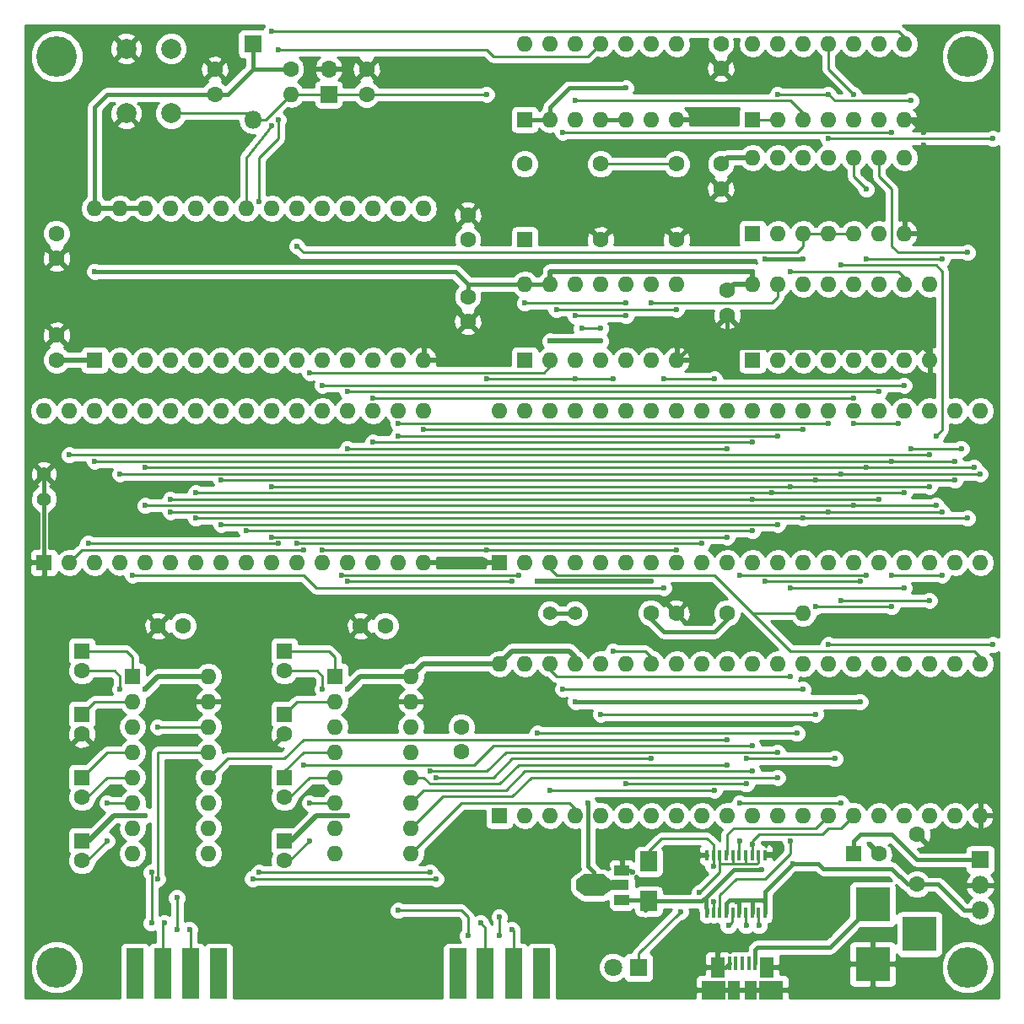
<source format=gbr>
G04 #@! TF.FileFunction,Copper,L2,Bot,Signal*
%FSLAX46Y46*%
G04 Gerber Fmt 4.6, Leading zero omitted, Abs format (unit mm)*
G04 Created by KiCad (PCBNEW 4.0.7-e2-6376~58~ubuntu16.04.1) date Tue Jul 31 10:43:38 2018*
%MOMM*%
%LPD*%
G01*
G04 APERTURE LIST*
%ADD10C,0.100000*%
%ADD11R,1.600000X1.600000*%
%ADD12O,1.600000X1.600000*%
%ADD13R,1.780000X5.080000*%
%ADD14C,1.600000*%
%ADD15R,3.500000X3.500000*%
%ADD16C,2.000000*%
%ADD17R,1.800000X1.800000*%
%ADD18O,1.800000X1.800000*%
%ADD19C,4.064000*%
%ADD20R,1.700000X1.700000*%
%ADD21O,1.700000X1.700000*%
%ADD22C,1.400000*%
%ADD23C,1.800000*%
%ADD24R,0.400000X1.000000*%
%ADD25R,1.700000X2.000000*%
%ADD26R,0.450000X1.380000*%
%ADD27R,1.475000X2.100000*%
%ADD28R,2.375000X1.900000*%
%ADD29R,1.175000X1.900000*%
%ADD30R,1.500000X1.000000*%
%ADD31R,1.800000X1.000000*%
%ADD32R,1.840000X2.200000*%
%ADD33C,0.600000*%
%ADD34C,0.250000*%
%ADD35C,0.400000*%
%ADD36C,0.500000*%
%ADD37C,0.254000*%
G04 APERTURE END LIST*
D10*
D11*
X180340000Y-58420000D03*
D12*
X195580000Y-50800000D03*
X182880000Y-58420000D03*
X193040000Y-50800000D03*
X185420000Y-58420000D03*
X190500000Y-50800000D03*
X187960000Y-58420000D03*
X187960000Y-50800000D03*
X190500000Y-58420000D03*
X185420000Y-50800000D03*
X193040000Y-58420000D03*
X182880000Y-50800000D03*
X195580000Y-58420000D03*
X180340000Y-50800000D03*
D11*
X157480000Y-71120000D03*
D12*
X172720000Y-63500000D03*
X160020000Y-71120000D03*
X170180000Y-63500000D03*
X162560000Y-71120000D03*
X167640000Y-63500000D03*
X165100000Y-71120000D03*
X165100000Y-63500000D03*
X167640000Y-71120000D03*
X162560000Y-63500000D03*
X170180000Y-71120000D03*
X160020000Y-63500000D03*
X172720000Y-71120000D03*
X157480000Y-63500000D03*
D11*
X154940000Y-116840000D03*
D12*
X203200000Y-101600000D03*
X157480000Y-116840000D03*
X200660000Y-101600000D03*
X160020000Y-116840000D03*
X198120000Y-101600000D03*
X162560000Y-116840000D03*
X195580000Y-101600000D03*
X165100000Y-116840000D03*
X193040000Y-101600000D03*
X167640000Y-116840000D03*
X190500000Y-101600000D03*
X170180000Y-116840000D03*
X187960000Y-101600000D03*
X172720000Y-116840000D03*
X185420000Y-101600000D03*
X175260000Y-116840000D03*
X182880000Y-101600000D03*
X177800000Y-116840000D03*
X180340000Y-101600000D03*
X180340000Y-116840000D03*
X177800000Y-101600000D03*
X182880000Y-116840000D03*
X175260000Y-101600000D03*
X185420000Y-116840000D03*
X172720000Y-101600000D03*
X187960000Y-116840000D03*
X170180000Y-101600000D03*
X190500000Y-116840000D03*
X167640000Y-101600000D03*
X193040000Y-116840000D03*
X165100000Y-101600000D03*
X195580000Y-116840000D03*
X162560000Y-101600000D03*
X198120000Y-116840000D03*
X160020000Y-101600000D03*
X200660000Y-116840000D03*
X157480000Y-101600000D03*
X203200000Y-116840000D03*
X154940000Y-101600000D03*
D13*
X126745000Y-132715000D03*
X123955000Y-132715000D03*
X121155000Y-132715000D03*
X118365000Y-132715000D03*
D11*
X133350000Y-100330000D03*
D14*
X133350000Y-102330000D03*
D11*
X133350000Y-113030000D03*
D14*
X133350000Y-115030000D03*
D11*
X133350000Y-119380000D03*
D14*
X133350000Y-121380000D03*
D11*
X133350000Y-106680000D03*
D14*
X133350000Y-108680000D03*
X126365000Y-44450000D03*
X126365000Y-41950000D03*
X141605000Y-44450000D03*
X141605000Y-41950000D03*
X123190000Y-97790000D03*
X120690000Y-97790000D03*
X177800000Y-64135000D03*
X177800000Y-66635000D03*
X177165000Y-39370000D03*
X177165000Y-41870000D03*
X151130000Y-107950000D03*
X151130000Y-110450000D03*
X110490000Y-58420000D03*
X110490000Y-60920000D03*
X177165000Y-51435000D03*
X177165000Y-53935000D03*
X170180000Y-96520000D03*
X172680000Y-96520000D03*
X151765000Y-59055000D03*
X151765000Y-56555000D03*
X110490000Y-71120000D03*
X110490000Y-68620000D03*
X143510000Y-97790000D03*
X141010000Y-97790000D03*
X151765000Y-64770000D03*
X151765000Y-67270000D03*
D11*
X113030000Y-100330000D03*
D14*
X113030000Y-102330000D03*
D11*
X113030000Y-113030000D03*
D14*
X113030000Y-115030000D03*
D11*
X113030000Y-106680000D03*
D14*
X113030000Y-108680000D03*
D11*
X113030000Y-119380000D03*
D14*
X113030000Y-121380000D03*
D13*
X159130000Y-132715000D03*
X156340000Y-132715000D03*
X153540000Y-132715000D03*
X150750000Y-132715000D03*
D15*
X192405000Y-125730000D03*
X192405000Y-131730000D03*
X197105000Y-128730000D03*
D14*
X133985000Y-41910000D03*
D12*
X133985000Y-44450000D03*
D16*
X121975000Y-46355000D03*
X117475000Y-46355000D03*
X121975000Y-39855000D03*
X117475000Y-39855000D03*
D11*
X154940000Y-91440000D03*
D12*
X203200000Y-76200000D03*
X157480000Y-91440000D03*
X200660000Y-76200000D03*
X160020000Y-91440000D03*
X198120000Y-76200000D03*
X162560000Y-91440000D03*
X195580000Y-76200000D03*
X165100000Y-91440000D03*
X193040000Y-76200000D03*
X167640000Y-91440000D03*
X190500000Y-76200000D03*
X170180000Y-91440000D03*
X187960000Y-76200000D03*
X172720000Y-91440000D03*
X185420000Y-76200000D03*
X175260000Y-91440000D03*
X182880000Y-76200000D03*
X177800000Y-91440000D03*
X180340000Y-76200000D03*
X180340000Y-91440000D03*
X177800000Y-76200000D03*
X182880000Y-91440000D03*
X175260000Y-76200000D03*
X185420000Y-91440000D03*
X172720000Y-76200000D03*
X187960000Y-91440000D03*
X170180000Y-76200000D03*
X190500000Y-91440000D03*
X167640000Y-76200000D03*
X193040000Y-91440000D03*
X165100000Y-76200000D03*
X195580000Y-91440000D03*
X162560000Y-76200000D03*
X198120000Y-91440000D03*
X160020000Y-76200000D03*
X200660000Y-91440000D03*
X157480000Y-76200000D03*
X203200000Y-91440000D03*
X154940000Y-76200000D03*
D11*
X180340000Y-46990000D03*
D12*
X195580000Y-39370000D03*
X182880000Y-46990000D03*
X193040000Y-39370000D03*
X185420000Y-46990000D03*
X190500000Y-39370000D03*
X187960000Y-46990000D03*
X187960000Y-39370000D03*
X190500000Y-46990000D03*
X185420000Y-39370000D03*
X193040000Y-46990000D03*
X182880000Y-39370000D03*
X195580000Y-46990000D03*
X180340000Y-39370000D03*
D11*
X138430000Y-102870000D03*
D12*
X146050000Y-120650000D03*
X138430000Y-105410000D03*
X146050000Y-118110000D03*
X138430000Y-107950000D03*
X146050000Y-115570000D03*
X138430000Y-110490000D03*
X146050000Y-113030000D03*
X138430000Y-113030000D03*
X146050000Y-110490000D03*
X138430000Y-115570000D03*
X146050000Y-107950000D03*
X138430000Y-118110000D03*
X146050000Y-105410000D03*
X138430000Y-120650000D03*
X146050000Y-102870000D03*
D11*
X114300000Y-71120000D03*
D12*
X147320000Y-55880000D03*
X116840000Y-71120000D03*
X144780000Y-55880000D03*
X119380000Y-71120000D03*
X142240000Y-55880000D03*
X121920000Y-71120000D03*
X139700000Y-55880000D03*
X124460000Y-71120000D03*
X137160000Y-55880000D03*
X127000000Y-71120000D03*
X134620000Y-55880000D03*
X129540000Y-71120000D03*
X132080000Y-55880000D03*
X132080000Y-71120000D03*
X129540000Y-55880000D03*
X134620000Y-71120000D03*
X127000000Y-55880000D03*
X137160000Y-71120000D03*
X124460000Y-55880000D03*
X139700000Y-71120000D03*
X121920000Y-55880000D03*
X142240000Y-71120000D03*
X119380000Y-55880000D03*
X144780000Y-71120000D03*
X116840000Y-55880000D03*
X147320000Y-71120000D03*
X114300000Y-55880000D03*
D11*
X118110000Y-102870000D03*
D12*
X125730000Y-120650000D03*
X118110000Y-105410000D03*
X125730000Y-118110000D03*
X118110000Y-107950000D03*
X125730000Y-115570000D03*
X118110000Y-110490000D03*
X125730000Y-113030000D03*
X118110000Y-113030000D03*
X125730000Y-110490000D03*
X118110000Y-115570000D03*
X125730000Y-107950000D03*
X118110000Y-118110000D03*
X125730000Y-105410000D03*
X118110000Y-120650000D03*
X125730000Y-102870000D03*
D17*
X203200000Y-121285000D03*
D18*
X203200000Y-123825000D03*
X203200000Y-126365000D03*
D19*
X110490000Y-132080000D03*
X201930000Y-40640000D03*
X110490000Y-40640000D03*
X201930000Y-132080000D03*
D11*
X157480000Y-59055000D03*
D14*
X157480000Y-51435000D03*
X172720000Y-51435000D03*
X172720000Y-59055000D03*
D11*
X157480000Y-59055000D03*
D14*
X157480000Y-51435000D03*
X165100000Y-51435000D03*
X165100000Y-59055000D03*
X196850000Y-118745000D03*
X196850000Y-123745000D03*
D11*
X190500000Y-120650000D03*
D14*
X193000000Y-120650000D03*
D17*
X130175000Y-39370000D03*
D18*
X130175000Y-46990000D03*
D20*
X137795000Y-44450000D03*
D21*
X137795000Y-41910000D03*
D11*
X109220000Y-91440000D03*
D12*
X147320000Y-76200000D03*
X111760000Y-91440000D03*
X144780000Y-76200000D03*
X114300000Y-91440000D03*
X142240000Y-76200000D03*
X116840000Y-91440000D03*
X139700000Y-76200000D03*
X119380000Y-91440000D03*
X137160000Y-76200000D03*
X121920000Y-91440000D03*
X134620000Y-76200000D03*
X124460000Y-91440000D03*
X132080000Y-76200000D03*
X127000000Y-91440000D03*
X129540000Y-76200000D03*
X129540000Y-91440000D03*
X127000000Y-76200000D03*
X132080000Y-91440000D03*
X124460000Y-76200000D03*
X134620000Y-91440000D03*
X121920000Y-76200000D03*
X137160000Y-91440000D03*
X119380000Y-76200000D03*
X139700000Y-91440000D03*
X116840000Y-76200000D03*
X142240000Y-91440000D03*
X114300000Y-76200000D03*
X144780000Y-91440000D03*
X111760000Y-76200000D03*
X147320000Y-91440000D03*
X109220000Y-76200000D03*
D22*
X109220000Y-85090000D03*
X109220000Y-82550000D03*
D17*
X168910000Y-132080000D03*
D23*
X166370000Y-132080000D03*
D24*
X175764000Y-120798000D03*
X176414000Y-120798000D03*
X177064000Y-120798000D03*
X177714000Y-120798000D03*
X178364000Y-120798000D03*
X179014000Y-120798000D03*
X179664000Y-120798000D03*
X180314000Y-120798000D03*
X180964000Y-120798000D03*
X181614000Y-120798000D03*
X181614000Y-126598000D03*
X180964000Y-126598000D03*
X180314000Y-126598000D03*
X179664000Y-126598000D03*
X179014000Y-126598000D03*
X178364000Y-126598000D03*
X177714000Y-126598000D03*
X177064000Y-126598000D03*
X176414000Y-126598000D03*
X175764000Y-126598000D03*
D25*
X169926000Y-121444000D03*
X169926000Y-125444000D03*
D26*
X180624000Y-131706000D03*
X179974000Y-131706000D03*
X179324000Y-131706000D03*
X178674000Y-131706000D03*
X178024000Y-131706000D03*
D27*
X181786500Y-132066000D03*
X176861500Y-132066000D03*
D28*
X182234000Y-134366000D03*
X176414000Y-134366000D03*
D29*
X180164000Y-134366000D03*
X178484000Y-134366000D03*
D10*
G36*
X162643000Y-123325000D02*
X163493000Y-122725000D01*
X163493000Y-124925000D01*
X162643000Y-124325000D01*
X162643000Y-123325000D01*
X162643000Y-123325000D01*
G37*
D30*
X167215000Y-122325000D03*
D31*
X167068500Y-123825000D03*
D30*
X167215000Y-125325000D03*
D32*
X164401500Y-123825000D03*
D10*
G36*
X166311200Y-124225000D02*
X165311200Y-124925000D01*
X165311200Y-122725000D01*
X166311200Y-123425000D01*
X166311200Y-124225000D01*
X166311200Y-124225000D01*
G37*
D11*
X157480000Y-46990000D03*
D12*
X172720000Y-39370000D03*
X160020000Y-46990000D03*
X170180000Y-39370000D03*
X162560000Y-46990000D03*
X167640000Y-39370000D03*
X165100000Y-46990000D03*
X165100000Y-39370000D03*
X167640000Y-46990000D03*
X162560000Y-39370000D03*
X170180000Y-46990000D03*
X160020000Y-39370000D03*
X172720000Y-46990000D03*
X157480000Y-39370000D03*
D11*
X180340000Y-71120000D03*
D12*
X198120000Y-63500000D03*
X182880000Y-71120000D03*
X195580000Y-63500000D03*
X185420000Y-71120000D03*
X193040000Y-63500000D03*
X187960000Y-71120000D03*
X190500000Y-63500000D03*
X190500000Y-71120000D03*
X187960000Y-63500000D03*
X193040000Y-71120000D03*
X185420000Y-63500000D03*
X195580000Y-71120000D03*
X182880000Y-63500000D03*
X198120000Y-71120000D03*
X180340000Y-63500000D03*
D14*
X177800000Y-96520000D03*
D12*
X185420000Y-96520000D03*
D22*
X162560000Y-96520000D03*
X160020000Y-96520000D03*
D33*
X137160000Y-104140000D03*
X135890000Y-119380000D03*
X135890000Y-115570000D03*
X133350000Y-106680000D03*
X158750000Y-93345000D03*
X181610000Y-60960000D03*
X185420000Y-60960000D03*
X163830000Y-115570000D03*
X167640000Y-65405000D03*
X157480000Y-65405000D03*
X162560000Y-105410000D03*
X191135000Y-105410000D03*
X114300000Y-62230000D03*
X180340000Y-62230000D03*
X139700000Y-116840000D03*
X139700000Y-104140000D03*
X119380000Y-116840000D03*
X119380000Y-104140000D03*
X170180000Y-93345000D03*
X162560000Y-93345000D03*
X165100000Y-69215000D03*
X160020000Y-69215000D03*
X167640000Y-43815000D03*
X195580000Y-53975000D03*
X197485000Y-49530000D03*
X197485000Y-48260000D03*
X168275000Y-122555000D03*
X172212000Y-122682000D03*
X182880000Y-120650000D03*
X185928000Y-122682000D03*
X153670000Y-73025000D03*
X153670000Y-44450000D03*
X166370000Y-100330000D03*
X166370000Y-73025000D03*
X162560000Y-73025000D03*
X116840000Y-104140000D03*
X115570000Y-119380000D03*
X115570000Y-115570000D03*
X144780000Y-126365000D03*
X151765000Y-128905000D03*
X154940000Y-128905000D03*
X154940000Y-127000000D03*
X156210000Y-128270000D03*
X153035000Y-127635000D03*
X120015000Y-127635000D03*
X120015000Y-122555000D03*
X120650000Y-107950000D03*
X122555000Y-128270000D03*
X122555000Y-125095000D03*
X120650000Y-123190000D03*
X123825000Y-128270000D03*
X121285000Y-127635000D03*
X191770000Y-81915000D03*
X202565000Y-81915000D03*
X119380000Y-81915000D03*
X194310000Y-81280000D03*
X114300000Y-81280000D03*
X200660000Y-81280000D03*
X184150000Y-62230000D03*
X198120000Y-80645000D03*
X111760000Y-80645000D03*
X201295000Y-80010000D03*
X196215000Y-80010000D03*
X195580000Y-73660000D03*
X137160000Y-73660000D03*
X139700000Y-74295000D03*
X194310000Y-92710000D03*
X199390000Y-92710000D03*
X193040000Y-74295000D03*
X142240000Y-74930000D03*
X190500000Y-74930000D03*
X190500000Y-77470000D03*
X194945000Y-77470000D03*
X144780000Y-77470000D03*
X187960000Y-77470000D03*
X189230000Y-95250000D03*
X198120000Y-95250000D03*
X153670000Y-90170000D03*
X172720000Y-90170000D03*
X137160000Y-90170000D03*
X147320000Y-78105000D03*
X186690000Y-95885000D03*
X194310000Y-95885000D03*
X185420000Y-78105000D03*
X160020000Y-114300000D03*
X176530000Y-114300000D03*
X175260000Y-89535000D03*
X134620000Y-89535000D03*
X184150000Y-93980000D03*
X195580000Y-93980000D03*
X182880000Y-78740000D03*
X144780000Y-78740000D03*
X165100000Y-106680000D03*
X186690000Y-106680000D03*
X177800000Y-88900000D03*
X132080000Y-88900000D03*
X181610000Y-93345000D03*
X191135000Y-93345000D03*
X180340000Y-79375000D03*
X142240000Y-79375000D03*
X167640000Y-113665000D03*
X179705000Y-113665000D03*
X179705000Y-111125000D03*
X188595000Y-111125000D03*
X180340000Y-88265000D03*
X129540000Y-88265000D03*
X139700000Y-80010000D03*
X179070000Y-92710000D03*
X191770000Y-92710000D03*
X177800000Y-80010000D03*
X182880000Y-87630000D03*
X127000000Y-87630000D03*
X171450000Y-93980000D03*
X118110000Y-92710000D03*
X201930000Y-60325000D03*
X201930000Y-86995000D03*
X185420000Y-86995000D03*
X124460000Y-86995000D03*
X191770000Y-53975000D03*
X191770000Y-60960000D03*
X199390000Y-60960000D03*
X199390000Y-86360000D03*
X187960000Y-86360000D03*
X121920000Y-86360000D03*
X170180000Y-65405000D03*
X171450000Y-73025000D03*
X176530000Y-73025000D03*
X189230000Y-61595000D03*
X198755000Y-78740000D03*
X198755000Y-85725000D03*
X190500000Y-85725000D03*
X119380000Y-85725000D03*
X162560000Y-66675000D03*
X167640000Y-66675000D03*
X180340000Y-85090000D03*
X121920000Y-85090000D03*
X193040000Y-85090000D03*
X182245000Y-84455000D03*
X124460000Y-84455000D03*
X195580000Y-84455000D03*
X184150000Y-83820000D03*
X198120000Y-83820000D03*
X132080000Y-83820000D03*
X186690000Y-83185000D03*
X200660000Y-83185000D03*
X127000000Y-83185000D03*
X189230000Y-82550000D03*
X116840000Y-82550000D03*
X203200000Y-82550000D03*
X132715000Y-40005000D03*
X132715000Y-46990000D03*
X130810000Y-55245000D03*
X196215000Y-45085000D03*
X182880000Y-44450000D03*
X187960000Y-44450000D03*
X134620000Y-59690000D03*
X204470000Y-48895000D03*
X187960000Y-48895000D03*
X204470000Y-99695000D03*
X187960000Y-99695000D03*
X135890000Y-72390000D03*
X160655000Y-66040000D03*
X172720000Y-66040000D03*
X182880000Y-113030000D03*
X180340000Y-112395000D03*
X177800000Y-111760000D03*
X179070000Y-119380000D03*
X179070000Y-115570000D03*
X189230000Y-115570000D03*
X170180000Y-111125000D03*
X148590000Y-113030000D03*
X148590000Y-123190000D03*
X130175000Y-123190000D03*
X130810000Y-122555000D03*
X182880000Y-110490000D03*
X147955000Y-112395000D03*
X147955000Y-122555000D03*
X180340000Y-109855000D03*
X135255000Y-111760000D03*
X177800000Y-109220000D03*
X180314000Y-119761000D03*
X176403000Y-125476000D03*
X184150000Y-102870000D03*
X184150000Y-119380000D03*
X132080000Y-47625000D03*
X132080000Y-38100000D03*
X139700000Y-93345000D03*
X132715000Y-89535000D03*
X113665000Y-89535000D03*
X156210000Y-93345000D03*
X158750000Y-108585000D03*
X184785000Y-108585000D03*
X139065000Y-92710000D03*
X185420000Y-104140000D03*
X161290000Y-104140000D03*
X156845000Y-92710000D03*
X135255000Y-90170000D03*
X163195000Y-67945000D03*
X165100000Y-67945000D03*
X178816000Y-125476000D03*
X184404000Y-121666000D03*
X181229000Y-122301000D03*
X176403000Y-121920000D03*
X180975000Y-127889000D03*
X179705000Y-127889000D03*
X177927000Y-127889000D03*
X161290000Y-48260000D03*
X194310000Y-48260000D03*
X173101000Y-126492000D03*
X175006000Y-124587000D03*
X190500000Y-44450000D03*
X162560000Y-45085000D03*
D34*
X133350000Y-100330000D02*
X137795000Y-100330000D01*
X138430000Y-100965000D02*
X138430000Y-102870000D01*
X137795000Y-100330000D02*
X138430000Y-100965000D01*
X133350000Y-102330000D02*
X136620000Y-102330000D01*
X137160000Y-102870000D02*
X137160000Y-104140000D01*
X136620000Y-102330000D02*
X137160000Y-102870000D01*
X133350000Y-113030000D02*
X133350000Y-112395000D01*
X133350000Y-112395000D02*
X135255000Y-110490000D01*
X135255000Y-110490000D02*
X138430000Y-110490000D01*
X133350000Y-115030000D02*
X133890000Y-115030000D01*
X133890000Y-115030000D02*
X135890000Y-113030000D01*
X135890000Y-113030000D02*
X138430000Y-113030000D01*
X133350000Y-121380000D02*
X133890000Y-121380000D01*
X133890000Y-121380000D02*
X135890000Y-119380000D01*
X135890000Y-115570000D02*
X138430000Y-115570000D01*
X133350000Y-106680000D02*
X134620000Y-105410000D01*
X134620000Y-105410000D02*
X138430000Y-105410000D01*
D35*
X162560000Y-96520000D02*
X160020000Y-96520000D01*
X170180000Y-96520000D02*
X170180000Y-97155000D01*
X170180000Y-97155000D02*
X171450000Y-98425000D01*
X176530000Y-98425000D02*
X177800000Y-97155000D01*
X171450000Y-98425000D02*
X176530000Y-98425000D01*
X177800000Y-97155000D02*
X177800000Y-96520000D01*
X185420000Y-60960000D02*
X181610000Y-60960000D01*
X130175000Y-41910000D02*
X133985000Y-41910000D01*
X126365000Y-44450000D02*
X127635000Y-44450000D01*
X130175000Y-41910000D02*
X130175000Y-39370000D01*
X127635000Y-44450000D02*
X130175000Y-41910000D01*
X114300000Y-55880000D02*
X114300000Y-45720000D01*
X115570000Y-44450000D02*
X126365000Y-44450000D01*
X114300000Y-45720000D02*
X115570000Y-44450000D01*
X163068000Y-123825000D02*
X164401500Y-123825000D01*
X164401500Y-123825000D02*
X165811200Y-123825000D01*
X165811200Y-123825000D02*
X167068500Y-123825000D01*
X167068500Y-123825000D02*
X164401500Y-123825000D01*
X180624000Y-131706000D02*
X180624000Y-130272000D01*
X180624000Y-130272000D02*
X180848000Y-130048000D01*
X180848000Y-130048000D02*
X188087000Y-130048000D01*
X188087000Y-130048000D02*
X188595000Y-129540000D01*
X188595000Y-129540000D02*
X192405000Y-125730000D01*
X163830000Y-115570000D02*
X163830000Y-121920000D01*
X163830000Y-121920000D02*
X164401500Y-122491500D01*
X164401500Y-122491500D02*
X164401500Y-123825000D01*
D34*
X157480000Y-65405000D02*
X167640000Y-65405000D01*
D35*
X203200000Y-121285000D02*
X196850000Y-121285000D01*
X190500000Y-119380000D02*
X190500000Y-120650000D01*
X191135000Y-118745000D02*
X190500000Y-119380000D01*
X194310000Y-118745000D02*
X191135000Y-118745000D01*
X196850000Y-121285000D02*
X194310000Y-118745000D01*
X184785000Y-105410000D02*
X162560000Y-105410000D01*
X191135000Y-105410000D02*
X184785000Y-105410000D01*
X157480000Y-63500000D02*
X151765000Y-63500000D01*
X151765000Y-64770000D02*
X151765000Y-63500000D01*
X151765000Y-63500000D02*
X150495000Y-62230000D01*
X150495000Y-62230000D02*
X114300000Y-62230000D01*
D36*
X116840000Y-55880000D02*
X114300000Y-55880000D01*
D35*
X160020000Y-63500000D02*
X157480000Y-63500000D01*
D36*
X119380000Y-116840000D02*
X116205000Y-116840000D01*
X116205000Y-116840000D02*
X113665000Y-119380000D01*
X113665000Y-119380000D02*
X113030000Y-119380000D01*
X125730000Y-102870000D02*
X120650000Y-102870000D01*
X120650000Y-102870000D02*
X119380000Y-104140000D01*
X177165000Y-51435000D02*
X177800000Y-50800000D01*
X177800000Y-50800000D02*
X180340000Y-50800000D01*
X160020000Y-69215000D02*
X165100000Y-69215000D01*
X162560000Y-93345000D02*
X158750000Y-93345000D01*
X162560000Y-93345000D02*
X170180000Y-93345000D01*
X154940000Y-101600000D02*
X156210000Y-100330000D01*
X156210000Y-100330000D02*
X161925000Y-100330000D01*
X161925000Y-100330000D02*
X162560000Y-100965000D01*
X162560000Y-100965000D02*
X162560000Y-101600000D01*
X139700000Y-104140000D02*
X140970000Y-102870000D01*
X140970000Y-102870000D02*
X146050000Y-102870000D01*
X146050000Y-102870000D02*
X147320000Y-101600000D01*
X147320000Y-101600000D02*
X154940000Y-101600000D01*
X139700000Y-116840000D02*
X136525000Y-116840000D01*
X136525000Y-116840000D02*
X133985000Y-119380000D01*
X133985000Y-119380000D02*
X133350000Y-119380000D01*
X160020000Y-63500000D02*
X160020000Y-62230000D01*
X180340000Y-62230000D02*
X160020000Y-62230000D01*
X110490000Y-71120000D02*
X114300000Y-71120000D01*
X119380000Y-55880000D02*
X116840000Y-55880000D01*
X180340000Y-63500000D02*
X180340000Y-62230000D01*
X177800000Y-64135000D02*
X178435000Y-63500000D01*
X178435000Y-63500000D02*
X180340000Y-63500000D01*
D34*
X178435000Y-63500000D02*
X180340000Y-63500000D01*
X180340000Y-50800000D02*
X177800000Y-50800000D01*
X136525000Y-116840000D02*
X133985000Y-119380000D01*
X133985000Y-119380000D02*
X133350000Y-119380000D01*
X116205000Y-116840000D02*
X113665000Y-119380000D01*
X120650000Y-102870000D02*
X119380000Y-104140000D01*
X113665000Y-119380000D02*
X113030000Y-119380000D01*
X147320000Y-101600000D02*
X146050000Y-102870000D01*
X162560000Y-101600000D02*
X162560000Y-100965000D01*
X162560000Y-100965000D02*
X161925000Y-100330000D01*
X180340000Y-63500000D02*
X180340000Y-62230000D01*
D35*
X160020000Y-46990000D02*
X160020000Y-45720000D01*
X161925000Y-43815000D02*
X167640000Y-43815000D01*
X160020000Y-45720000D02*
X161925000Y-43815000D01*
X160020000Y-46990000D02*
X157480000Y-46990000D01*
X167640000Y-46990000D02*
X165100000Y-46990000D01*
X195580000Y-53975000D02*
X197485000Y-52070000D01*
X197485000Y-52070000D02*
X197485000Y-49530000D01*
X197485000Y-48260000D02*
X196215000Y-46990000D01*
X196215000Y-46990000D02*
X195580000Y-46990000D01*
X177800000Y-69850000D02*
X177800000Y-66635000D01*
X198120000Y-71120000D02*
X198120000Y-70485000D01*
X198120000Y-70485000D02*
X197485000Y-69850000D01*
X173990000Y-69850000D02*
X172720000Y-71120000D01*
X197485000Y-69850000D02*
X177800000Y-69850000D01*
X177800000Y-69850000D02*
X173990000Y-69850000D01*
X168045000Y-122325000D02*
X167215000Y-122325000D01*
X168275000Y-122555000D02*
X168045000Y-122325000D01*
X176861500Y-132066000D02*
X177664000Y-132066000D01*
X177664000Y-132066000D02*
X178024000Y-131706000D01*
X175764000Y-120798000D02*
X173207000Y-120798000D01*
X172212000Y-121793000D02*
X172212000Y-122682000D01*
X173207000Y-120798000D02*
X172212000Y-121793000D01*
X181614000Y-120798000D02*
X181614000Y-120654000D01*
X181614000Y-120654000D02*
X181618000Y-120650000D01*
X181618000Y-120650000D02*
X182880000Y-120650000D01*
X109220000Y-85090000D02*
X109220000Y-82550000D01*
X109220000Y-85090000D02*
X109220000Y-91440000D01*
D34*
X147320000Y-91440000D02*
X154940000Y-91440000D01*
X185928000Y-123698000D02*
X185928000Y-122682000D01*
X141605000Y-44450000D02*
X153670000Y-44450000D01*
X137795000Y-44450000D02*
X141605000Y-44450000D01*
X133985000Y-44450000D02*
X137795000Y-44450000D01*
X130175000Y-46990000D02*
X131445000Y-46990000D01*
X131445000Y-46990000D02*
X133985000Y-44450000D01*
X121975000Y-46355000D02*
X129540000Y-46355000D01*
X129540000Y-46355000D02*
X130175000Y-46990000D01*
X161290000Y-73025000D02*
X153670000Y-73025000D01*
X162560000Y-73025000D02*
X161290000Y-73025000D01*
X169545000Y-100330000D02*
X170180000Y-100965000D01*
X166370000Y-100330000D02*
X169545000Y-100330000D01*
X170180000Y-100965000D02*
X170180000Y-101600000D01*
X162560000Y-73025000D02*
X166370000Y-73025000D01*
X113030000Y-100330000D02*
X117475000Y-100330000D01*
X118110000Y-100965000D02*
X118110000Y-102870000D01*
X117475000Y-100330000D02*
X118110000Y-100965000D01*
X113030000Y-102330000D02*
X116300000Y-102330000D01*
X116840000Y-102870000D02*
X116840000Y-104140000D01*
X116300000Y-102330000D02*
X116840000Y-102870000D01*
X113030000Y-113030000D02*
X114935000Y-111125000D01*
X115570000Y-110490000D02*
X118110000Y-110490000D01*
X114935000Y-111125000D02*
X115570000Y-110490000D01*
X113030000Y-115030000D02*
X113570000Y-115030000D01*
X113570000Y-115030000D02*
X115570000Y-113030000D01*
X115570000Y-113030000D02*
X118110000Y-113030000D01*
X113030000Y-121380000D02*
X113570000Y-121380000D01*
X113570000Y-121380000D02*
X115570000Y-119380000D01*
X115570000Y-115570000D02*
X118110000Y-115570000D01*
X144780000Y-126365000D02*
X151130000Y-126365000D01*
X151130000Y-126365000D02*
X151765000Y-127000000D01*
X151765000Y-127000000D02*
X151765000Y-128905000D01*
X154940000Y-127000000D02*
X154940000Y-128905000D01*
X156340000Y-128400000D02*
X156340000Y-132715000D01*
X156210000Y-128270000D02*
X156340000Y-128400000D01*
X153540000Y-128140000D02*
X153540000Y-132715000D01*
X153035000Y-127635000D02*
X153540000Y-128140000D01*
X125730000Y-107950000D02*
X120650000Y-107950000D01*
X120015000Y-122555000D02*
X120015000Y-127635000D01*
X120650000Y-107950000D02*
X120650000Y-107950000D01*
X122555000Y-127635000D02*
X122555000Y-128270000D01*
X125730000Y-110490000D02*
X120650000Y-110490000D01*
X122555000Y-125095000D02*
X122555000Y-127635000D01*
X120650000Y-110490000D02*
X120650000Y-123190000D01*
X123955000Y-128400000D02*
X123955000Y-132715000D01*
X123825000Y-128270000D02*
X123955000Y-128400000D01*
X121285000Y-127635000D02*
X121155000Y-127765000D01*
X121155000Y-127765000D02*
X121155000Y-132715000D01*
X199390000Y-81915000D02*
X202565000Y-81915000D01*
X191770000Y-81915000D02*
X199390000Y-81915000D01*
X125730000Y-81915000D02*
X191770000Y-81915000D01*
X119380000Y-81915000D02*
X125730000Y-81915000D01*
X196850000Y-81280000D02*
X194310000Y-81280000D01*
X200660000Y-81280000D02*
X196850000Y-81280000D01*
X194310000Y-81280000D02*
X114300000Y-81280000D01*
X180340000Y-96520000D02*
X185420000Y-96520000D01*
X160020000Y-91440000D02*
X160020000Y-92075000D01*
X160020000Y-92075000D02*
X160655000Y-92710000D01*
X160655000Y-92710000D02*
X176530000Y-92710000D01*
X176530000Y-92710000D02*
X180340000Y-96520000D01*
X180340000Y-96520000D02*
X184150000Y-100330000D01*
X184150000Y-100330000D02*
X202565000Y-100330000D01*
X202565000Y-100330000D02*
X203200000Y-100965000D01*
X203200000Y-100965000D02*
X203200000Y-101600000D01*
X195580000Y-63500000D02*
X195580000Y-62865000D01*
X195580000Y-62865000D02*
X194945000Y-62230000D01*
X194945000Y-62230000D02*
X184150000Y-62230000D01*
X189230000Y-80645000D02*
X198120000Y-80645000D01*
X115570000Y-80645000D02*
X189230000Y-80645000D01*
X111760000Y-80645000D02*
X115570000Y-80645000D01*
X196215000Y-80010000D02*
X201295000Y-80010000D01*
X195580000Y-73660000D02*
X191135000Y-73660000D01*
X191135000Y-73660000D02*
X137160000Y-73660000D01*
X139700000Y-74295000D02*
X143510000Y-74295000D01*
X199390000Y-92710000D02*
X194310000Y-92710000D01*
X143510000Y-74295000D02*
X193040000Y-74295000D01*
X177165000Y-74930000D02*
X142240000Y-74930000D01*
X190500000Y-74930000D02*
X177165000Y-74930000D01*
X194945000Y-77470000D02*
X190500000Y-77470000D01*
X176530000Y-77470000D02*
X144780000Y-77470000D01*
X187960000Y-77470000D02*
X176530000Y-77470000D01*
X198120000Y-95250000D02*
X189230000Y-95250000D01*
X172720000Y-90170000D02*
X153670000Y-90170000D01*
X153670000Y-90170000D02*
X137160000Y-90170000D01*
X147320000Y-78105000D02*
X185420000Y-78105000D01*
X194310000Y-95885000D02*
X186690000Y-95885000D01*
X176530000Y-114300000D02*
X160020000Y-114300000D01*
X175260000Y-89535000D02*
X173355000Y-89535000D01*
X173355000Y-89535000D02*
X134620000Y-89535000D01*
X195580000Y-93980000D02*
X184150000Y-93980000D01*
X182880000Y-78740000D02*
X176530000Y-78740000D01*
X176530000Y-78740000D02*
X144780000Y-78740000D01*
X186690000Y-106680000D02*
X165100000Y-106680000D01*
X177800000Y-88900000D02*
X177165000Y-88900000D01*
X177165000Y-88900000D02*
X132080000Y-88900000D01*
X191135000Y-93345000D02*
X181610000Y-93345000D01*
X142240000Y-79375000D02*
X180340000Y-79375000D01*
X167640000Y-113665000D02*
X179705000Y-113665000D01*
X179705000Y-111125000D02*
X188595000Y-111125000D01*
X136525000Y-88265000D02*
X180340000Y-88265000D01*
X129540000Y-88265000D02*
X136525000Y-88265000D01*
X139700000Y-80010000D02*
X177800000Y-80010000D01*
X186055000Y-92710000D02*
X179070000Y-92710000D01*
X191770000Y-92710000D02*
X186055000Y-92710000D01*
X182880000Y-87630000D02*
X175895000Y-87630000D01*
X175895000Y-87630000D02*
X127000000Y-87630000D01*
X136525000Y-93980000D02*
X171450000Y-93980000D01*
X135255000Y-92710000D02*
X136525000Y-93980000D01*
X118110000Y-92710000D02*
X135255000Y-92710000D01*
X185420000Y-86995000D02*
X201930000Y-86995000D01*
X193040000Y-52705000D02*
X193040000Y-50800000D01*
X194310000Y-53975000D02*
X193040000Y-52705000D01*
X194310000Y-59690000D02*
X194310000Y-53975000D01*
X194945000Y-60325000D02*
X194310000Y-59690000D01*
X201930000Y-60325000D02*
X194945000Y-60325000D01*
X126365000Y-86995000D02*
X185420000Y-86995000D01*
X124460000Y-86995000D02*
X126365000Y-86995000D01*
X187960000Y-86360000D02*
X199390000Y-86360000D01*
X190500000Y-52705000D02*
X190500000Y-50800000D01*
X191770000Y-53975000D02*
X190500000Y-52705000D01*
X199390000Y-60960000D02*
X191770000Y-60960000D01*
X187960000Y-86360000D02*
X183515000Y-86360000D01*
X183515000Y-86360000D02*
X121920000Y-86360000D01*
X182880000Y-63500000D02*
X182880000Y-64770000D01*
X182245000Y-65405000D02*
X182880000Y-64770000D01*
X178435000Y-65405000D02*
X182245000Y-65405000D01*
X178435000Y-65405000D02*
X170180000Y-65405000D01*
X170180000Y-64135000D02*
X170180000Y-63500000D01*
X176530000Y-73025000D02*
X171450000Y-73025000D01*
X190500000Y-85725000D02*
X198755000Y-85725000D01*
X198755000Y-61595000D02*
X189230000Y-61595000D01*
X199390000Y-62230000D02*
X198755000Y-61595000D01*
X199390000Y-78105000D02*
X199390000Y-62230000D01*
X198755000Y-78740000D02*
X199390000Y-78105000D01*
X127635000Y-85725000D02*
X190500000Y-85725000D01*
X119380000Y-85725000D02*
X127635000Y-85725000D01*
X167640000Y-66675000D02*
X162560000Y-66675000D01*
X130175000Y-85090000D02*
X180340000Y-85090000D01*
X121920000Y-85090000D02*
X130175000Y-85090000D01*
X184150000Y-85090000D02*
X193040000Y-85090000D01*
X180340000Y-85090000D02*
X184150000Y-85090000D01*
X180340000Y-71755000D02*
X180340000Y-71120000D01*
X137795000Y-84455000D02*
X182245000Y-84455000D01*
X124460000Y-84455000D02*
X137795000Y-84455000D01*
X186690000Y-84455000D02*
X195580000Y-84455000D01*
X182245000Y-84455000D02*
X186690000Y-84455000D01*
X198120000Y-83820000D02*
X191770000Y-83820000D01*
X191770000Y-83820000D02*
X189230000Y-83820000D01*
X189230000Y-83820000D02*
X184150000Y-83820000D01*
X184150000Y-83820000D02*
X132080000Y-83820000D01*
X196850000Y-83185000D02*
X200660000Y-83185000D01*
X186690000Y-83185000D02*
X196850000Y-83185000D01*
X135255000Y-83185000D02*
X186690000Y-83185000D01*
X127000000Y-83185000D02*
X135255000Y-83185000D01*
X202565000Y-82550000D02*
X189230000Y-82550000D01*
X189230000Y-82550000D02*
X116840000Y-82550000D01*
X203200000Y-82550000D02*
X202565000Y-82550000D01*
X163830000Y-40640000D02*
X165100000Y-39370000D01*
X154305000Y-40640000D02*
X163830000Y-40640000D01*
X153670000Y-40005000D02*
X154305000Y-40640000D01*
X132715000Y-40005000D02*
X153670000Y-40005000D01*
X132715000Y-48895000D02*
X132715000Y-46990000D01*
X130810000Y-50800000D02*
X132715000Y-48895000D01*
X130810000Y-55245000D02*
X130810000Y-50800000D01*
X188595000Y-45085000D02*
X187960000Y-44450000D01*
X196215000Y-45085000D02*
X188595000Y-45085000D01*
X187960000Y-44450000D02*
X182880000Y-44450000D01*
X190500000Y-40005000D02*
X190500000Y-39370000D01*
X190500000Y-40005000D02*
X190500000Y-39370000D01*
X180340000Y-46990000D02*
X182880000Y-46990000D01*
X185420000Y-58420000D02*
X185420000Y-59690000D01*
X135255000Y-60325000D02*
X134620000Y-59690000D01*
X184785000Y-60325000D02*
X135255000Y-60325000D01*
X185420000Y-59690000D02*
X184785000Y-60325000D01*
X187960000Y-58420000D02*
X190500000Y-58420000D01*
X185420000Y-58420000D02*
X187960000Y-58420000D01*
X134620000Y-55245000D02*
X134620000Y-55880000D01*
X134620000Y-55880000D02*
X134620000Y-55245000D01*
X204470000Y-48895000D02*
X187960000Y-48895000D01*
X187960000Y-99695000D02*
X204470000Y-99695000D01*
X159385000Y-72390000D02*
X160020000Y-71755000D01*
X160020000Y-71755000D02*
X160020000Y-71120000D01*
X159385000Y-72390000D02*
X151765000Y-72390000D01*
X135890000Y-72390000D02*
X151765000Y-72390000D01*
X168910000Y-66040000D02*
X160655000Y-66040000D01*
X171450000Y-66040000D02*
X168910000Y-66040000D01*
X168910000Y-66040000D02*
X171450000Y-66040000D01*
X171450000Y-66040000D02*
X172720000Y-66040000D01*
X160020000Y-71120000D02*
X160020000Y-71755000D01*
X146050000Y-120650000D02*
X151130000Y-115570000D01*
X161925000Y-115570000D02*
X162560000Y-116205000D01*
X151130000Y-115570000D02*
X161925000Y-115570000D01*
X162560000Y-116205000D02*
X162560000Y-116840000D01*
X162560000Y-116205000D02*
X162560000Y-116840000D01*
X146050000Y-118110000D02*
X149225000Y-114935000D01*
X149225000Y-114935000D02*
X156210000Y-114935000D01*
X158115000Y-113030000D02*
X182880000Y-113030000D01*
X156210000Y-114935000D02*
X158115000Y-113030000D01*
X146050000Y-115570000D02*
X147320000Y-114300000D01*
X157480000Y-112395000D02*
X180340000Y-112395000D01*
X155575000Y-114300000D02*
X157480000Y-112395000D01*
X151130000Y-114300000D02*
X155575000Y-114300000D01*
X147320000Y-114300000D02*
X151130000Y-114300000D01*
X146050000Y-113030000D02*
X147320000Y-113030000D01*
X156845000Y-111760000D02*
X177800000Y-111760000D01*
X154940000Y-113665000D02*
X156845000Y-111760000D01*
X147955000Y-113665000D02*
X154940000Y-113665000D01*
X147320000Y-113030000D02*
X147955000Y-113665000D01*
X179014000Y-119436000D02*
X179014000Y-120798000D01*
X179070000Y-119380000D02*
X179014000Y-119436000D01*
X189230000Y-115570000D02*
X179070000Y-115570000D01*
X156210000Y-111125000D02*
X170180000Y-111125000D01*
X154305000Y-113030000D02*
X156210000Y-111125000D01*
X148590000Y-113030000D02*
X154305000Y-113030000D01*
X130175000Y-123190000D02*
X148590000Y-123190000D01*
X137795000Y-122555000D02*
X147955000Y-122555000D01*
X130810000Y-122555000D02*
X137795000Y-122555000D01*
X155575000Y-110490000D02*
X182880000Y-110490000D01*
X153670000Y-112395000D02*
X155575000Y-110490000D01*
X147955000Y-112395000D02*
X153670000Y-112395000D01*
X180340000Y-109855000D02*
X172085000Y-109855000D01*
X172085000Y-109855000D02*
X154305000Y-109855000D01*
X154305000Y-109855000D02*
X152400000Y-111760000D01*
X152400000Y-111760000D02*
X148590000Y-111760000D01*
X148590000Y-111760000D02*
X135255000Y-111760000D01*
X125730000Y-113030000D02*
X127635000Y-111125000D01*
X135255000Y-109220000D02*
X177800000Y-109220000D01*
X133350000Y-111125000D02*
X135255000Y-109220000D01*
X127635000Y-111125000D02*
X133350000Y-111125000D01*
X190500000Y-116840000D02*
X189230000Y-118110000D01*
X180314000Y-119406000D02*
X180314000Y-119761000D01*
X180975000Y-118745000D02*
X180314000Y-119406000D01*
X187325000Y-118745000D02*
X180975000Y-118745000D01*
X187960000Y-118110000D02*
X187325000Y-118745000D01*
X189230000Y-118110000D02*
X187960000Y-118110000D01*
X176414000Y-126598000D02*
X176414000Y-125487000D01*
X176403000Y-125476000D02*
X176414000Y-125487000D01*
X180314000Y-120798000D02*
X180314000Y-119761000D01*
X177064000Y-126598000D02*
X177064000Y-124815000D01*
X160655000Y-102870000D02*
X160020000Y-102235000D01*
X184150000Y-102870000D02*
X160655000Y-102870000D01*
X184150000Y-120650000D02*
X184150000Y-119380000D01*
X181610000Y-123190000D02*
X184150000Y-120650000D01*
X178689000Y-123190000D02*
X181610000Y-123190000D01*
X177064000Y-124815000D02*
X178689000Y-123190000D01*
X160020000Y-102235000D02*
X160020000Y-101600000D01*
X160020000Y-102235000D02*
X160020000Y-101600000D01*
X113030000Y-106680000D02*
X114300000Y-105410000D01*
X114300000Y-105410000D02*
X118110000Y-105410000D01*
X195580000Y-39370000D02*
X195580000Y-38735000D01*
X195580000Y-38735000D02*
X194945000Y-38100000D01*
X129540000Y-50800000D02*
X129540000Y-55880000D01*
X132080000Y-47625000D02*
X129540000Y-50800000D01*
X194945000Y-38100000D02*
X132080000Y-38100000D01*
X140335000Y-93345000D02*
X139700000Y-93345000D01*
X132715000Y-89535000D02*
X113665000Y-89535000D01*
X151765000Y-93345000D02*
X140335000Y-93345000D01*
X156210000Y-93345000D02*
X151765000Y-93345000D01*
X181610000Y-108585000D02*
X158750000Y-108585000D01*
X184785000Y-108585000D02*
X181610000Y-108585000D01*
X185420000Y-104140000D02*
X161925000Y-104140000D01*
X161925000Y-104140000D02*
X161290000Y-104140000D01*
X156845000Y-92710000D02*
X152400000Y-92710000D01*
X152400000Y-92710000D02*
X139065000Y-92710000D01*
X113030000Y-90170000D02*
X111760000Y-91440000D01*
X128270000Y-90170000D02*
X113030000Y-90170000D01*
X135255000Y-90170000D02*
X128270000Y-90170000D01*
X187960000Y-116840000D02*
X186690000Y-118110000D01*
X177800000Y-118745000D02*
X177800000Y-120712000D01*
X178435000Y-118110000D02*
X177800000Y-118745000D01*
X186690000Y-118110000D02*
X178435000Y-118110000D01*
X177800000Y-120712000D02*
X177714000Y-120798000D01*
X187960000Y-117475000D02*
X187960000Y-116840000D01*
X187960000Y-116840000D02*
X187960000Y-117475000D01*
X165100000Y-51435000D02*
X172720000Y-51435000D01*
X165100000Y-67945000D02*
X163195000Y-67945000D01*
D35*
X167215000Y-125325000D02*
X169807000Y-125325000D01*
X169807000Y-125325000D02*
X169926000Y-125444000D01*
X169545000Y-126365000D02*
X169926000Y-125984000D01*
X169926000Y-125984000D02*
X169926000Y-125444000D01*
X169926000Y-125444000D02*
X175292000Y-125444000D01*
X175292000Y-125444000D02*
X175641000Y-125095000D01*
X196850000Y-123745000D02*
X195881000Y-123745000D01*
X186944000Y-121666000D02*
X184404000Y-121666000D01*
X187452000Y-122174000D02*
X186944000Y-121666000D01*
X194310000Y-122174000D02*
X187452000Y-122174000D01*
X195881000Y-123745000D02*
X194310000Y-122174000D01*
X178816000Y-125476000D02*
X179014000Y-125476000D01*
X175764000Y-126598000D02*
X175764000Y-126234000D01*
X175764000Y-126234000D02*
X175641000Y-126111000D01*
X175641000Y-126111000D02*
X175641000Y-125095000D01*
X178435000Y-122301000D02*
X181229000Y-122301000D01*
X175641000Y-125095000D02*
X178435000Y-122301000D01*
X181614000Y-125603000D02*
X181614000Y-124456000D01*
X181614000Y-124456000D02*
X184404000Y-121666000D01*
X180314000Y-126598000D02*
X180314000Y-125349000D01*
X179014000Y-126598000D02*
X179014000Y-125476000D01*
X179014000Y-125476000D02*
X179014000Y-125349000D01*
X177714000Y-126598000D02*
X177714000Y-125689000D01*
X181614000Y-125607000D02*
X181614000Y-125603000D01*
X181614000Y-125603000D02*
X181614000Y-126598000D01*
X181356000Y-125349000D02*
X181614000Y-125607000D01*
X178054000Y-125349000D02*
X179014000Y-125349000D01*
X179014000Y-125349000D02*
X180314000Y-125349000D01*
X180314000Y-125349000D02*
X181356000Y-125349000D01*
X177714000Y-125689000D02*
X178054000Y-125349000D01*
X203200000Y-126365000D02*
X201549000Y-126365000D01*
X198929000Y-123745000D02*
X196850000Y-123745000D01*
X201549000Y-126365000D02*
X198929000Y-123745000D01*
D34*
X169926000Y-121444000D02*
X169926000Y-120396000D01*
X176414000Y-119772000D02*
X176414000Y-120798000D01*
X175768000Y-119126000D02*
X176414000Y-119772000D01*
X171196000Y-119126000D02*
X175768000Y-119126000D01*
X169926000Y-120396000D02*
X171196000Y-119126000D01*
X176414000Y-121909000D02*
X176414000Y-120798000D01*
X176403000Y-121920000D02*
X176414000Y-121909000D01*
X180964000Y-127878000D02*
X180964000Y-126598000D01*
X180975000Y-127889000D02*
X180964000Y-127878000D01*
X179664000Y-127848000D02*
X179664000Y-126598000D01*
X179705000Y-127889000D02*
X179664000Y-127848000D01*
X178308000Y-127508000D02*
X178308000Y-126654000D01*
X177927000Y-127889000D02*
X178308000Y-127508000D01*
X178308000Y-126654000D02*
X178364000Y-126598000D01*
X178435000Y-48260000D02*
X161290000Y-48260000D01*
X194310000Y-48260000D02*
X178435000Y-48260000D01*
X175260000Y-116205000D02*
X175260000Y-116840000D01*
X177064000Y-121666000D02*
X177064000Y-122529000D01*
X168910000Y-130683000D02*
X168910000Y-132080000D01*
X173101000Y-126492000D02*
X168910000Y-130683000D01*
X177064000Y-122529000D02*
X175006000Y-124587000D01*
X168656000Y-131826000D02*
X168910000Y-132080000D01*
X178364000Y-121666000D02*
X180848000Y-121666000D01*
X180964000Y-121550000D02*
X180964000Y-120798000D01*
X180848000Y-121666000D02*
X180964000Y-121550000D01*
X178364000Y-120798000D02*
X178364000Y-121666000D01*
X179664000Y-120798000D02*
X179664000Y-121580000D01*
X179578000Y-121666000D02*
X178364000Y-121666000D01*
X178364000Y-121666000D02*
X177800000Y-121666000D01*
X177800000Y-121666000D02*
X177064000Y-121666000D01*
X179664000Y-121580000D02*
X179578000Y-121666000D01*
X177064000Y-120798000D02*
X177064000Y-121666000D01*
X168910000Y-131826000D02*
X168910000Y-132080000D01*
X185420000Y-50800000D02*
X185420000Y-50165000D01*
X187960000Y-39370000D02*
X187960000Y-41910000D01*
X187960000Y-41910000D02*
X190500000Y-44450000D01*
X185420000Y-46990000D02*
X185420000Y-46355000D01*
X185420000Y-46355000D02*
X184150000Y-45085000D01*
X184150000Y-45085000D02*
X162560000Y-45085000D01*
D37*
G36*
X205030000Y-135180000D02*
X184056500Y-135180000D01*
X184056500Y-134651750D01*
X183897750Y-134493000D01*
X182361000Y-134493000D01*
X182361000Y-134513000D01*
X182107000Y-134513000D01*
X182107000Y-134493000D01*
X180291000Y-134493000D01*
X180291000Y-134513000D01*
X180037000Y-134513000D01*
X180037000Y-134493000D01*
X178611000Y-134493000D01*
X178611000Y-134513000D01*
X178357000Y-134513000D01*
X178357000Y-134493000D01*
X176541000Y-134493000D01*
X176541000Y-134513000D01*
X176287000Y-134513000D01*
X176287000Y-134493000D01*
X174750250Y-134493000D01*
X174591500Y-134651750D01*
X174591500Y-135180000D01*
X160667440Y-135180000D01*
X160667440Y-130175000D01*
X160623162Y-129939683D01*
X160484090Y-129723559D01*
X160271890Y-129578569D01*
X160020000Y-129527560D01*
X158240000Y-129527560D01*
X158004683Y-129571838D01*
X157788559Y-129710910D01*
X157735716Y-129788248D01*
X157694090Y-129723559D01*
X157481890Y-129578569D01*
X157230000Y-129527560D01*
X157100000Y-129527560D01*
X157100000Y-128564780D01*
X157144838Y-128456799D01*
X157145162Y-128084833D01*
X157003117Y-127741057D01*
X156740327Y-127477808D01*
X156396799Y-127335162D01*
X156024833Y-127334838D01*
X155769570Y-127440310D01*
X155874838Y-127186799D01*
X155875162Y-126814833D01*
X155733117Y-126471057D01*
X155470327Y-126207808D01*
X155126799Y-126065162D01*
X154754833Y-126064838D01*
X154411057Y-126206883D01*
X154147808Y-126469673D01*
X154005162Y-126813201D01*
X154004838Y-127185167D01*
X154146883Y-127528943D01*
X154180000Y-127562118D01*
X154180000Y-127756150D01*
X154077401Y-127602599D01*
X153970122Y-127495320D01*
X153970162Y-127449833D01*
X153828117Y-127106057D01*
X153565327Y-126842808D01*
X153221799Y-126700162D01*
X152849833Y-126699838D01*
X152506057Y-126841883D01*
X152495621Y-126852301D01*
X152467148Y-126709161D01*
X152302401Y-126462599D01*
X151667401Y-125827599D01*
X151420839Y-125662852D01*
X151130000Y-125605000D01*
X145342463Y-125605000D01*
X145310327Y-125572808D01*
X144966799Y-125430162D01*
X144594833Y-125429838D01*
X144251057Y-125571883D01*
X143987808Y-125834673D01*
X143845162Y-126178201D01*
X143844838Y-126550167D01*
X143986883Y-126893943D01*
X144249673Y-127157192D01*
X144593201Y-127299838D01*
X144965167Y-127300162D01*
X145308943Y-127158117D01*
X145342118Y-127125000D01*
X150815198Y-127125000D01*
X151005000Y-127314802D01*
X151005000Y-128342537D01*
X150972808Y-128374673D01*
X150830162Y-128718201D01*
X150829838Y-129090167D01*
X150971883Y-129433943D01*
X151065337Y-129527560D01*
X149860000Y-129527560D01*
X149624683Y-129571838D01*
X149408559Y-129710910D01*
X149263569Y-129923110D01*
X149212560Y-130175000D01*
X149212560Y-135180000D01*
X128282440Y-135180000D01*
X128282440Y-130175000D01*
X128238162Y-129939683D01*
X128099090Y-129723559D01*
X127886890Y-129578569D01*
X127635000Y-129527560D01*
X125855000Y-129527560D01*
X125619683Y-129571838D01*
X125403559Y-129710910D01*
X125350716Y-129788248D01*
X125309090Y-129723559D01*
X125096890Y-129578569D01*
X124845000Y-129527560D01*
X124715000Y-129527560D01*
X124715000Y-128564780D01*
X124759838Y-128456799D01*
X124760162Y-128084833D01*
X124618117Y-127741057D01*
X124355327Y-127477808D01*
X124011799Y-127335162D01*
X123639833Y-127334838D01*
X123315000Y-127469056D01*
X123315000Y-125657463D01*
X123347192Y-125625327D01*
X123489838Y-125281799D01*
X123490162Y-124909833D01*
X123348117Y-124566057D01*
X123085327Y-124302808D01*
X122741799Y-124160162D01*
X122369833Y-124159838D01*
X122026057Y-124301883D01*
X121762808Y-124564673D01*
X121620162Y-124908201D01*
X121619838Y-125280167D01*
X121761883Y-125623943D01*
X121795000Y-125657118D01*
X121795000Y-126834367D01*
X121471799Y-126700162D01*
X121099833Y-126699838D01*
X120775000Y-126834056D01*
X120775000Y-124125110D01*
X120835167Y-124125162D01*
X121178943Y-123983117D01*
X121442192Y-123720327D01*
X121584838Y-123376799D01*
X121585162Y-123004833D01*
X121443117Y-122661057D01*
X121410000Y-122627882D01*
X121410000Y-111250000D01*
X124517005Y-111250000D01*
X124687189Y-111504698D01*
X125069275Y-111760000D01*
X124687189Y-112015302D01*
X124376120Y-112480849D01*
X124266887Y-113030000D01*
X124376120Y-113579151D01*
X124687189Y-114044698D01*
X125069275Y-114300000D01*
X124687189Y-114555302D01*
X124376120Y-115020849D01*
X124266887Y-115570000D01*
X124376120Y-116119151D01*
X124687189Y-116584698D01*
X125069275Y-116840000D01*
X124687189Y-117095302D01*
X124376120Y-117560849D01*
X124266887Y-118110000D01*
X124376120Y-118659151D01*
X124687189Y-119124698D01*
X125069275Y-119380000D01*
X124687189Y-119635302D01*
X124376120Y-120100849D01*
X124266887Y-120650000D01*
X124376120Y-121199151D01*
X124687189Y-121664698D01*
X125152736Y-121975767D01*
X125701887Y-122085000D01*
X125758113Y-122085000D01*
X126307264Y-121975767D01*
X126772811Y-121664698D01*
X127083880Y-121199151D01*
X127193113Y-120650000D01*
X127083880Y-120100849D01*
X126772811Y-119635302D01*
X126390725Y-119380000D01*
X126772811Y-119124698D01*
X127083880Y-118659151D01*
X127193113Y-118110000D01*
X127083880Y-117560849D01*
X126772811Y-117095302D01*
X126390725Y-116840000D01*
X126772811Y-116584698D01*
X127083880Y-116119151D01*
X127193113Y-115570000D01*
X127083880Y-115020849D01*
X126772811Y-114555302D01*
X126390725Y-114300000D01*
X126772811Y-114044698D01*
X127083880Y-113579151D01*
X127193113Y-113030000D01*
X127128688Y-112706114D01*
X127949802Y-111885000D01*
X132017188Y-111885000D01*
X131953569Y-111978110D01*
X131902560Y-112230000D01*
X131902560Y-113830000D01*
X131946838Y-114065317D01*
X132085910Y-114281441D01*
X132102366Y-114292685D01*
X131915250Y-114743309D01*
X131914752Y-115314187D01*
X132132757Y-115841800D01*
X132536077Y-116245824D01*
X133063309Y-116464750D01*
X133634187Y-116465248D01*
X134161800Y-116247243D01*
X134565824Y-115843923D01*
X134784750Y-115316691D01*
X134784843Y-115209959D01*
X136204802Y-113790000D01*
X137217005Y-113790000D01*
X137387189Y-114044698D01*
X137769275Y-114300000D01*
X137387189Y-114555302D01*
X137217005Y-114810000D01*
X136452463Y-114810000D01*
X136420327Y-114777808D01*
X136076799Y-114635162D01*
X135704833Y-114634838D01*
X135361057Y-114776883D01*
X135097808Y-115039673D01*
X134955162Y-115383201D01*
X134954838Y-115755167D01*
X135096883Y-116098943D01*
X135359673Y-116362192D01*
X135636344Y-116477077D01*
X134175663Y-117937757D01*
X134150000Y-117932560D01*
X132550000Y-117932560D01*
X132314683Y-117976838D01*
X132098559Y-118115910D01*
X131953569Y-118328110D01*
X131902560Y-118580000D01*
X131902560Y-120180000D01*
X131946838Y-120415317D01*
X132085910Y-120631441D01*
X132102366Y-120642685D01*
X131915250Y-121093309D01*
X131914752Y-121664187D01*
X131968803Y-121795000D01*
X131372463Y-121795000D01*
X131340327Y-121762808D01*
X130996799Y-121620162D01*
X130624833Y-121619838D01*
X130281057Y-121761883D01*
X130017808Y-122024673D01*
X129908235Y-122288554D01*
X129646057Y-122396883D01*
X129382808Y-122659673D01*
X129240162Y-123003201D01*
X129239838Y-123375167D01*
X129381883Y-123718943D01*
X129644673Y-123982192D01*
X129988201Y-124124838D01*
X130360167Y-124125162D01*
X130703943Y-123983117D01*
X130737118Y-123950000D01*
X148027537Y-123950000D01*
X148059673Y-123982192D01*
X148403201Y-124124838D01*
X148775167Y-124125162D01*
X149118943Y-123983117D01*
X149382192Y-123720327D01*
X149524838Y-123376799D01*
X149525162Y-123004833D01*
X149383117Y-122661057D01*
X149120327Y-122397808D01*
X148856446Y-122288235D01*
X148748117Y-122026057D01*
X148485327Y-121762808D01*
X148141799Y-121620162D01*
X147769833Y-121619838D01*
X147426057Y-121761883D01*
X147392882Y-121795000D01*
X146897801Y-121795000D01*
X147092811Y-121664698D01*
X147403880Y-121199151D01*
X147513113Y-120650000D01*
X147448688Y-120326114D01*
X151444802Y-116330000D01*
X153492560Y-116330000D01*
X153492560Y-117640000D01*
X153536838Y-117875317D01*
X153675910Y-118091441D01*
X153888110Y-118236431D01*
X154140000Y-118287440D01*
X155740000Y-118287440D01*
X155975317Y-118243162D01*
X156191441Y-118104090D01*
X156336431Y-117891890D01*
X156367815Y-117736911D01*
X156465302Y-117882811D01*
X156930849Y-118193880D01*
X157480000Y-118303113D01*
X158029151Y-118193880D01*
X158494698Y-117882811D01*
X158750000Y-117500725D01*
X159005302Y-117882811D01*
X159470849Y-118193880D01*
X160020000Y-118303113D01*
X160569151Y-118193880D01*
X161034698Y-117882811D01*
X161290000Y-117500725D01*
X161545302Y-117882811D01*
X162010849Y-118193880D01*
X162560000Y-118303113D01*
X162995000Y-118216586D01*
X162995000Y-121920000D01*
X163058496Y-122239217D01*
X162269632Y-122796062D01*
X162046569Y-123073110D01*
X161995560Y-123325000D01*
X161995560Y-124325000D01*
X162093262Y-124667004D01*
X162269632Y-124853938D01*
X163119632Y-125453938D01*
X163141456Y-125461198D01*
X163229610Y-125521431D01*
X163467073Y-125569519D01*
X163475113Y-125572193D01*
X163477893Y-125571710D01*
X163481500Y-125572440D01*
X165321500Y-125572440D01*
X165394763Y-125558655D01*
X165446874Y-125558065D01*
X165484100Y-125541845D01*
X165556817Y-125528162D01*
X165643469Y-125472403D01*
X165682482Y-125455404D01*
X165817560Y-125360849D01*
X165817560Y-125825000D01*
X165861838Y-126060317D01*
X166000910Y-126276441D01*
X166213110Y-126421431D01*
X166465000Y-126472440D01*
X167965000Y-126472440D01*
X168200317Y-126428162D01*
X168416441Y-126289090D01*
X168428560Y-126271353D01*
X168428560Y-126444000D01*
X168472838Y-126679317D01*
X168611910Y-126895441D01*
X168824110Y-127040431D01*
X169076000Y-127091440D01*
X169158114Y-127091440D01*
X169225460Y-127136439D01*
X169545000Y-127200000D01*
X169864540Y-127136439D01*
X169931886Y-127091440D01*
X170776000Y-127091440D01*
X171011317Y-127047162D01*
X171227441Y-126908090D01*
X171372431Y-126695890D01*
X171423440Y-126444000D01*
X171423440Y-126279000D01*
X172177042Y-126279000D01*
X172166162Y-126305201D01*
X172166121Y-126352077D01*
X168372599Y-130145599D01*
X168207852Y-130392161D01*
X168179925Y-130532560D01*
X168010000Y-130532560D01*
X167774683Y-130576838D01*
X167558559Y-130715910D01*
X167413569Y-130928110D01*
X167409433Y-130948534D01*
X167240643Y-130779449D01*
X166676670Y-130545267D01*
X166066009Y-130544735D01*
X165501629Y-130777932D01*
X165069449Y-131209357D01*
X164835267Y-131773330D01*
X164834735Y-132383991D01*
X165067932Y-132948371D01*
X165499357Y-133380551D01*
X166063330Y-133614733D01*
X166673991Y-133615265D01*
X167238371Y-133382068D01*
X167406613Y-133214120D01*
X167406838Y-133215317D01*
X167545910Y-133431441D01*
X167758110Y-133576431D01*
X168010000Y-133627440D01*
X169810000Y-133627440D01*
X170045317Y-133583162D01*
X170261441Y-133444090D01*
X170406431Y-133231890D01*
X170457440Y-132980000D01*
X170457440Y-131180000D01*
X170413162Y-130944683D01*
X170377775Y-130889690D01*
X175489000Y-130889690D01*
X175489000Y-131780250D01*
X175647750Y-131939000D01*
X176734500Y-131939000D01*
X176734500Y-130539750D01*
X176575750Y-130381000D01*
X175997691Y-130381000D01*
X175764302Y-130477673D01*
X175585673Y-130656301D01*
X175489000Y-130889690D01*
X170377775Y-130889690D01*
X170274090Y-130728559D01*
X170075164Y-130592638D01*
X173240680Y-127427122D01*
X173286167Y-127427162D01*
X173629943Y-127285117D01*
X173893192Y-127022327D01*
X174035838Y-126678799D01*
X174036162Y-126306833D01*
X174024662Y-126279000D01*
X174839417Y-126279000D01*
X174869561Y-126430541D01*
X174916560Y-126500880D01*
X174916560Y-127098000D01*
X174960838Y-127333317D01*
X175099910Y-127549441D01*
X175312110Y-127694431D01*
X175564000Y-127745440D01*
X175964000Y-127745440D01*
X176093589Y-127721056D01*
X176214000Y-127745440D01*
X176614000Y-127745440D01*
X176743589Y-127721056D01*
X176864000Y-127745440D01*
X176992124Y-127745440D01*
X176991838Y-128074167D01*
X177133883Y-128417943D01*
X177396673Y-128681192D01*
X177740201Y-128823838D01*
X178112167Y-128824162D01*
X178455943Y-128682117D01*
X178719192Y-128419327D01*
X178816062Y-128186039D01*
X178911883Y-128417943D01*
X179174673Y-128681192D01*
X179518201Y-128823838D01*
X179890167Y-128824162D01*
X180233943Y-128682117D01*
X180339954Y-128576290D01*
X180444673Y-128681192D01*
X180788201Y-128823838D01*
X181160167Y-128824162D01*
X181503943Y-128682117D01*
X181767192Y-128419327D01*
X181909838Y-128075799D01*
X181910142Y-127727350D01*
X182049317Y-127701162D01*
X182265441Y-127562090D01*
X182410431Y-127349890D01*
X182461440Y-127098000D01*
X182461440Y-126098000D01*
X182449000Y-126031887D01*
X182449000Y-124801868D01*
X184692333Y-122558535D01*
X184831578Y-122501000D01*
X186598132Y-122501000D01*
X186861565Y-122764434D01*
X186936869Y-122814750D01*
X187132459Y-122945439D01*
X187452000Y-123009000D01*
X193964132Y-123009000D01*
X194321386Y-123366254D01*
X194155000Y-123332560D01*
X190655000Y-123332560D01*
X190419683Y-123376838D01*
X190203559Y-123515910D01*
X190058569Y-123728110D01*
X190007560Y-123980000D01*
X190007560Y-126946572D01*
X188004568Y-128949564D01*
X188004565Y-128949566D01*
X187741132Y-129213000D01*
X180848000Y-129213000D01*
X180528459Y-129276561D01*
X180292920Y-129433943D01*
X180257566Y-129457566D01*
X180033566Y-129681566D01*
X179852561Y-129952459D01*
X179789000Y-130272000D01*
X179789000Y-130368560D01*
X179749000Y-130368560D01*
X179645329Y-130388067D01*
X179549000Y-130368560D01*
X179099000Y-130368560D01*
X178995329Y-130388067D01*
X178899000Y-130368560D01*
X178449000Y-130368560D01*
X178377676Y-130381981D01*
X178375309Y-130381000D01*
X178295250Y-130381000D01*
X178274938Y-130401312D01*
X178213683Y-130412838D01*
X178019084Y-130538059D01*
X177958698Y-130477673D01*
X177772154Y-130400404D01*
X177752750Y-130381000D01*
X177147250Y-130381000D01*
X176988500Y-130539750D01*
X176988500Y-131939000D01*
X177008500Y-131939000D01*
X177008500Y-132193000D01*
X176988500Y-132193000D01*
X176988500Y-132213000D01*
X176734500Y-132213000D01*
X176734500Y-132193000D01*
X175647750Y-132193000D01*
X175489000Y-132351750D01*
X175489000Y-132781000D01*
X175100191Y-132781000D01*
X174866802Y-132877673D01*
X174688173Y-133056301D01*
X174591500Y-133289690D01*
X174591500Y-134080250D01*
X174750250Y-134239000D01*
X176287000Y-134239000D01*
X176287000Y-134219000D01*
X176541000Y-134219000D01*
X176541000Y-134239000D01*
X178357000Y-134239000D01*
X178357000Y-134219000D01*
X178611000Y-134219000D01*
X178611000Y-134239000D01*
X180037000Y-134239000D01*
X180037000Y-134219000D01*
X180291000Y-134219000D01*
X180291000Y-134239000D01*
X182107000Y-134239000D01*
X182107000Y-134219000D01*
X182361000Y-134219000D01*
X182361000Y-134239000D01*
X183897750Y-134239000D01*
X184056500Y-134080250D01*
X184056500Y-133289690D01*
X183959827Y-133056301D01*
X183781198Y-132877673D01*
X183547809Y-132781000D01*
X183159000Y-132781000D01*
X183159000Y-132351750D01*
X183000250Y-132193000D01*
X181913500Y-132193000D01*
X181913500Y-132213000D01*
X181659500Y-132213000D01*
X181659500Y-132193000D01*
X181639500Y-132193000D01*
X181639500Y-132015750D01*
X190020000Y-132015750D01*
X190020000Y-133606309D01*
X190116673Y-133839698D01*
X190295301Y-134018327D01*
X190528690Y-134115000D01*
X192119250Y-134115000D01*
X192278000Y-133956250D01*
X192278000Y-131857000D01*
X192532000Y-131857000D01*
X192532000Y-133956250D01*
X192690750Y-134115000D01*
X194281310Y-134115000D01*
X194514699Y-134018327D01*
X194693327Y-133839698D01*
X194790000Y-133606309D01*
X194790000Y-132608172D01*
X199262538Y-132608172D01*
X199667709Y-133588761D01*
X200417293Y-134339655D01*
X201397173Y-134746536D01*
X202458172Y-134747462D01*
X203438761Y-134342291D01*
X204189655Y-133592707D01*
X204596536Y-132612827D01*
X204597462Y-131551828D01*
X204192291Y-130571239D01*
X203442707Y-129820345D01*
X202462827Y-129413464D01*
X201401828Y-129412538D01*
X200421239Y-129817709D01*
X199670345Y-130567293D01*
X199263464Y-131547173D01*
X199262538Y-132608172D01*
X194790000Y-132608172D01*
X194790000Y-132015750D01*
X194631250Y-131857000D01*
X192532000Y-131857000D01*
X192278000Y-131857000D01*
X190178750Y-131857000D01*
X190020000Y-132015750D01*
X181639500Y-132015750D01*
X181639500Y-131939000D01*
X181659500Y-131939000D01*
X181659500Y-131919000D01*
X181913500Y-131919000D01*
X181913500Y-131939000D01*
X183000250Y-131939000D01*
X183159000Y-131780250D01*
X183159000Y-130889690D01*
X183156229Y-130883000D01*
X188087000Y-130883000D01*
X188406541Y-130819439D01*
X188677434Y-130638434D01*
X189185434Y-130130435D01*
X189185436Y-130130432D01*
X189462177Y-129853691D01*
X190020000Y-129853691D01*
X190020000Y-131444250D01*
X190178750Y-131603000D01*
X192278000Y-131603000D01*
X192278000Y-129503750D01*
X192119250Y-129345000D01*
X190528690Y-129345000D01*
X190295301Y-129441673D01*
X190116673Y-129620302D01*
X190020000Y-129853691D01*
X189462177Y-129853691D01*
X191188428Y-128127440D01*
X194155000Y-128127440D01*
X194390317Y-128083162D01*
X194606441Y-127944090D01*
X194707560Y-127796097D01*
X194707560Y-129654663D01*
X194693327Y-129620302D01*
X194514699Y-129441673D01*
X194281310Y-129345000D01*
X192690750Y-129345000D01*
X192532000Y-129503750D01*
X192532000Y-131603000D01*
X194631250Y-131603000D01*
X194790000Y-131444250D01*
X194790000Y-130774622D01*
X194890910Y-130931441D01*
X195103110Y-131076431D01*
X195355000Y-131127440D01*
X198855000Y-131127440D01*
X199090317Y-131083162D01*
X199306441Y-130944090D01*
X199451431Y-130731890D01*
X199502440Y-130480000D01*
X199502440Y-126980000D01*
X199458162Y-126744683D01*
X199319090Y-126528559D01*
X199106890Y-126383569D01*
X198855000Y-126332560D01*
X195355000Y-126332560D01*
X195119683Y-126376838D01*
X194903559Y-126515910D01*
X194802440Y-126663903D01*
X194802440Y-123980000D01*
X194771686Y-123816554D01*
X195290566Y-124335435D01*
X195561460Y-124516440D01*
X195620972Y-124528278D01*
X195632757Y-124556800D01*
X196036077Y-124960824D01*
X196563309Y-125179750D01*
X197134187Y-125180248D01*
X197661800Y-124962243D01*
X198044710Y-124580000D01*
X198583132Y-124580000D01*
X200958566Y-126955434D01*
X201229460Y-127136440D01*
X201549000Y-127200000D01*
X201927180Y-127200000D01*
X202114591Y-127480481D01*
X202612581Y-127813227D01*
X203200000Y-127930072D01*
X203787419Y-127813227D01*
X204285409Y-127480481D01*
X204618155Y-126982491D01*
X204735000Y-126395072D01*
X204735000Y-126334928D01*
X204618155Y-125747509D01*
X204285409Y-125249519D01*
X204047418Y-125090499D01*
X204437966Y-124732576D01*
X204691046Y-124189742D01*
X204570997Y-123952000D01*
X203327000Y-123952000D01*
X203327000Y-123972000D01*
X203073000Y-123972000D01*
X203073000Y-123952000D01*
X201829003Y-123952000D01*
X201708954Y-124189742D01*
X201962034Y-124732576D01*
X202352582Y-125090499D01*
X202114591Y-125249519D01*
X201927180Y-125530000D01*
X201894868Y-125530000D01*
X199519434Y-123154566D01*
X199491648Y-123136000D01*
X199248541Y-122973561D01*
X198929000Y-122910000D01*
X198044083Y-122910000D01*
X197663923Y-122529176D01*
X197136691Y-122310250D01*
X196565813Y-122309752D01*
X196038200Y-122527757D01*
X195941328Y-122624460D01*
X194900434Y-121583566D01*
X194819608Y-121529560D01*
X194629541Y-121402561D01*
X194310000Y-121339000D01*
X194277229Y-121339000D01*
X194446965Y-120866777D01*
X194419778Y-120296546D01*
X194253864Y-119895995D01*
X194007747Y-119821861D01*
X194106870Y-119722738D01*
X196259566Y-121875434D01*
X196530459Y-122056439D01*
X196850000Y-122120000D01*
X201652560Y-122120000D01*
X201652560Y-122185000D01*
X201696838Y-122420317D01*
X201835910Y-122636441D01*
X202048110Y-122781431D01*
X202099146Y-122791766D01*
X201962034Y-122917424D01*
X201708954Y-123460258D01*
X201829003Y-123698000D01*
X203073000Y-123698000D01*
X203073000Y-123678000D01*
X203327000Y-123678000D01*
X203327000Y-123698000D01*
X204570997Y-123698000D01*
X204691046Y-123460258D01*
X204437966Y-122917424D01*
X204303462Y-122794156D01*
X204335317Y-122788162D01*
X204551441Y-122649090D01*
X204696431Y-122436890D01*
X204747440Y-122185000D01*
X204747440Y-120385000D01*
X204703162Y-120149683D01*
X204564090Y-119933559D01*
X204351890Y-119788569D01*
X204100000Y-119737560D01*
X202300000Y-119737560D01*
X202064683Y-119781838D01*
X201848559Y-119920910D01*
X201703569Y-120133110D01*
X201652560Y-120385000D01*
X201652560Y-120450000D01*
X197195868Y-120450000D01*
X196923971Y-120178103D01*
X197203454Y-120164778D01*
X197604005Y-119998864D01*
X197678139Y-119752745D01*
X196850000Y-118924605D01*
X196835858Y-118938748D01*
X196656252Y-118759142D01*
X196670395Y-118745000D01*
X196656252Y-118730858D01*
X196835858Y-118551252D01*
X196850000Y-118565395D01*
X196864142Y-118551252D01*
X197043748Y-118730858D01*
X197029605Y-118745000D01*
X197857745Y-119573139D01*
X198103864Y-119499005D01*
X198296965Y-118961777D01*
X198269778Y-118391546D01*
X198224535Y-118282320D01*
X198669151Y-118193880D01*
X199134698Y-117882811D01*
X199390000Y-117500725D01*
X199645302Y-117882811D01*
X200110849Y-118193880D01*
X200660000Y-118303113D01*
X201209151Y-118193880D01*
X201674698Y-117882811D01*
X201944986Y-117478297D01*
X202047611Y-117695134D01*
X202462577Y-118071041D01*
X202850961Y-118231904D01*
X203073000Y-118109915D01*
X203073000Y-116967000D01*
X203327000Y-116967000D01*
X203327000Y-118109915D01*
X203549039Y-118231904D01*
X203937423Y-118071041D01*
X204352389Y-117695134D01*
X204591914Y-117189041D01*
X204470629Y-116967000D01*
X203327000Y-116967000D01*
X203073000Y-116967000D01*
X203053000Y-116967000D01*
X203053000Y-116713000D01*
X203073000Y-116713000D01*
X203073000Y-115570085D01*
X203327000Y-115570085D01*
X203327000Y-116713000D01*
X204470629Y-116713000D01*
X204591914Y-116490959D01*
X204352389Y-115984866D01*
X203937423Y-115608959D01*
X203549039Y-115448096D01*
X203327000Y-115570085D01*
X203073000Y-115570085D01*
X202850961Y-115448096D01*
X202462577Y-115608959D01*
X202047611Y-115984866D01*
X201944986Y-116201703D01*
X201674698Y-115797189D01*
X201209151Y-115486120D01*
X200660000Y-115376887D01*
X200110849Y-115486120D01*
X199645302Y-115797189D01*
X199390000Y-116179275D01*
X199134698Y-115797189D01*
X198669151Y-115486120D01*
X198120000Y-115376887D01*
X197570849Y-115486120D01*
X197105302Y-115797189D01*
X196850000Y-116179275D01*
X196594698Y-115797189D01*
X196129151Y-115486120D01*
X195580000Y-115376887D01*
X195030849Y-115486120D01*
X194565302Y-115797189D01*
X194310000Y-116179275D01*
X194054698Y-115797189D01*
X193589151Y-115486120D01*
X193040000Y-115376887D01*
X192490849Y-115486120D01*
X192025302Y-115797189D01*
X191770000Y-116179275D01*
X191514698Y-115797189D01*
X191049151Y-115486120D01*
X190500000Y-115376887D01*
X190165111Y-115443501D01*
X190165162Y-115384833D01*
X190023117Y-115041057D01*
X189760327Y-114777808D01*
X189416799Y-114635162D01*
X189044833Y-114634838D01*
X188701057Y-114776883D01*
X188667882Y-114810000D01*
X179632463Y-114810000D01*
X179600327Y-114777808D01*
X179256799Y-114635162D01*
X178884833Y-114634838D01*
X178541057Y-114776883D01*
X178277808Y-115039673D01*
X178135162Y-115383201D01*
X178135109Y-115443544D01*
X177800000Y-115376887D01*
X177250849Y-115486120D01*
X176785302Y-115797189D01*
X176530000Y-116179275D01*
X176274698Y-115797189D01*
X175809151Y-115486120D01*
X175260000Y-115376887D01*
X174710849Y-115486120D01*
X174245302Y-115797189D01*
X173990000Y-116179275D01*
X173734698Y-115797189D01*
X173269151Y-115486120D01*
X172720000Y-115376887D01*
X172170849Y-115486120D01*
X171705302Y-115797189D01*
X171450000Y-116179275D01*
X171194698Y-115797189D01*
X170729151Y-115486120D01*
X170180000Y-115376887D01*
X169630849Y-115486120D01*
X169165302Y-115797189D01*
X168910000Y-116179275D01*
X168654698Y-115797189D01*
X168189151Y-115486120D01*
X167640000Y-115376887D01*
X167090849Y-115486120D01*
X166625302Y-115797189D01*
X166370000Y-116179275D01*
X166114698Y-115797189D01*
X165649151Y-115486120D01*
X165100000Y-115376887D01*
X164765111Y-115443501D01*
X164765162Y-115384833D01*
X164630944Y-115060000D01*
X175967537Y-115060000D01*
X175999673Y-115092192D01*
X176343201Y-115234838D01*
X176715167Y-115235162D01*
X177058943Y-115093117D01*
X177322192Y-114830327D01*
X177464838Y-114486799D01*
X177464892Y-114425000D01*
X179142537Y-114425000D01*
X179174673Y-114457192D01*
X179518201Y-114599838D01*
X179890167Y-114600162D01*
X180233943Y-114458117D01*
X180497192Y-114195327D01*
X180639838Y-113851799D01*
X180639892Y-113790000D01*
X182317537Y-113790000D01*
X182349673Y-113822192D01*
X182693201Y-113964838D01*
X183065167Y-113965162D01*
X183408943Y-113823117D01*
X183672192Y-113560327D01*
X183814838Y-113216799D01*
X183815162Y-112844833D01*
X183673117Y-112501057D01*
X183410327Y-112237808D01*
X183066799Y-112095162D01*
X182694833Y-112094838D01*
X182351057Y-112236883D01*
X182317882Y-112270000D01*
X181275110Y-112270000D01*
X181275162Y-112209833D01*
X181140944Y-111885000D01*
X188032537Y-111885000D01*
X188064673Y-111917192D01*
X188408201Y-112059838D01*
X188780167Y-112060162D01*
X189123943Y-111918117D01*
X189387192Y-111655327D01*
X189529838Y-111311799D01*
X189530162Y-110939833D01*
X189388117Y-110596057D01*
X189125327Y-110332808D01*
X188781799Y-110190162D01*
X188409833Y-110189838D01*
X188066057Y-110331883D01*
X188032882Y-110365000D01*
X183815110Y-110365000D01*
X183815162Y-110304833D01*
X183673117Y-109961057D01*
X183410327Y-109697808D01*
X183066799Y-109555162D01*
X182694833Y-109554838D01*
X182351057Y-109696883D01*
X182317882Y-109730000D01*
X181275110Y-109730000D01*
X181275162Y-109669833D01*
X181140944Y-109345000D01*
X184222537Y-109345000D01*
X184254673Y-109377192D01*
X184598201Y-109519838D01*
X184970167Y-109520162D01*
X185313943Y-109378117D01*
X185577192Y-109115327D01*
X185719838Y-108771799D01*
X185720162Y-108399833D01*
X185578117Y-108056057D01*
X185315327Y-107792808D01*
X184971799Y-107650162D01*
X184599833Y-107649838D01*
X184256057Y-107791883D01*
X184222882Y-107825000D01*
X159312463Y-107825000D01*
X159280327Y-107792808D01*
X158936799Y-107650162D01*
X158564833Y-107649838D01*
X158221057Y-107791883D01*
X157957808Y-108054673D01*
X157815162Y-108398201D01*
X157815108Y-108460000D01*
X152472024Y-108460000D01*
X152564750Y-108236691D01*
X152565248Y-107665813D01*
X152347243Y-107138200D01*
X151943923Y-106734176D01*
X151416691Y-106515250D01*
X150845813Y-106514752D01*
X150318200Y-106732757D01*
X149914176Y-107136077D01*
X149695250Y-107663309D01*
X149694752Y-108234187D01*
X149788056Y-108460000D01*
X147411668Y-108460000D01*
X147513113Y-107950000D01*
X147403880Y-107400849D01*
X147092811Y-106935302D01*
X146688297Y-106665014D01*
X146905134Y-106562389D01*
X147281041Y-106147423D01*
X147441904Y-105759039D01*
X147319915Y-105537000D01*
X146177000Y-105537000D01*
X146177000Y-105557000D01*
X145923000Y-105557000D01*
X145923000Y-105537000D01*
X144780085Y-105537000D01*
X144658096Y-105759039D01*
X144818959Y-106147423D01*
X145194866Y-106562389D01*
X145411703Y-106665014D01*
X145007189Y-106935302D01*
X144696120Y-107400849D01*
X144586887Y-107950000D01*
X144688332Y-108460000D01*
X139791668Y-108460000D01*
X139893113Y-107950000D01*
X139783880Y-107400849D01*
X139472811Y-106935302D01*
X139090725Y-106680000D01*
X139472811Y-106424698D01*
X139783880Y-105959151D01*
X139893113Y-105410000D01*
X139826499Y-105075111D01*
X139885167Y-105075162D01*
X140228943Y-104933117D01*
X140492192Y-104670327D01*
X140542566Y-104549014D01*
X141336579Y-103755000D01*
X144920527Y-103755000D01*
X145007189Y-103884698D01*
X145411703Y-104154986D01*
X145194866Y-104257611D01*
X144818959Y-104672577D01*
X144658096Y-105060961D01*
X144780085Y-105283000D01*
X145923000Y-105283000D01*
X145923000Y-105263000D01*
X146177000Y-105263000D01*
X146177000Y-105283000D01*
X147319915Y-105283000D01*
X147441904Y-105060961D01*
X147281041Y-104672577D01*
X146905134Y-104257611D01*
X146688297Y-104154986D01*
X147092811Y-103884698D01*
X147403880Y-103419151D01*
X147513113Y-102870000D01*
X147478017Y-102693562D01*
X147686579Y-102485000D01*
X153819856Y-102485000D01*
X153925302Y-102642811D01*
X154390849Y-102953880D01*
X154940000Y-103063113D01*
X155489151Y-102953880D01*
X155954698Y-102642811D01*
X156210000Y-102260725D01*
X156465302Y-102642811D01*
X156930849Y-102953880D01*
X157480000Y-103063113D01*
X158029151Y-102953880D01*
X158494698Y-102642811D01*
X158750000Y-102260725D01*
X159005302Y-102642811D01*
X159470849Y-102953880D01*
X159712057Y-103001859D01*
X160117599Y-103407401D01*
X160364161Y-103572148D01*
X160506947Y-103600550D01*
X160497808Y-103609673D01*
X160355162Y-103953201D01*
X160354838Y-104325167D01*
X160496883Y-104668943D01*
X160759673Y-104932192D01*
X161103201Y-105074838D01*
X161475167Y-105075162D01*
X161730430Y-104969690D01*
X161625162Y-105223201D01*
X161624838Y-105595167D01*
X161766883Y-105938943D01*
X162029673Y-106202192D01*
X162373201Y-106344838D01*
X162745167Y-106345162D01*
X162987578Y-106245000D01*
X164268225Y-106245000D01*
X164165162Y-106493201D01*
X164164838Y-106865167D01*
X164306883Y-107208943D01*
X164569673Y-107472192D01*
X164913201Y-107614838D01*
X165285167Y-107615162D01*
X165628943Y-107473117D01*
X165662118Y-107440000D01*
X186127537Y-107440000D01*
X186159673Y-107472192D01*
X186503201Y-107614838D01*
X186875167Y-107615162D01*
X187218943Y-107473117D01*
X187482192Y-107210327D01*
X187624838Y-106866799D01*
X187625162Y-106494833D01*
X187521933Y-106245000D01*
X190707766Y-106245000D01*
X190948201Y-106344838D01*
X191320167Y-106345162D01*
X191663943Y-106203117D01*
X191927192Y-105940327D01*
X192069838Y-105596799D01*
X192070162Y-105224833D01*
X191928117Y-104881057D01*
X191665327Y-104617808D01*
X191321799Y-104475162D01*
X190949833Y-104474838D01*
X190707422Y-104575000D01*
X186251775Y-104575000D01*
X186354838Y-104326799D01*
X186355162Y-103954833D01*
X186213117Y-103611057D01*
X185950327Y-103347808D01*
X185606799Y-103205162D01*
X185234833Y-103204838D01*
X184979570Y-103310310D01*
X185084838Y-103056799D01*
X185084891Y-102996456D01*
X185420000Y-103063113D01*
X185969151Y-102953880D01*
X186434698Y-102642811D01*
X186690000Y-102260725D01*
X186945302Y-102642811D01*
X187410849Y-102953880D01*
X187960000Y-103063113D01*
X188509151Y-102953880D01*
X188974698Y-102642811D01*
X189230000Y-102260725D01*
X189485302Y-102642811D01*
X189950849Y-102953880D01*
X190500000Y-103063113D01*
X191049151Y-102953880D01*
X191514698Y-102642811D01*
X191770000Y-102260725D01*
X192025302Y-102642811D01*
X192490849Y-102953880D01*
X193040000Y-103063113D01*
X193589151Y-102953880D01*
X194054698Y-102642811D01*
X194310000Y-102260725D01*
X194565302Y-102642811D01*
X195030849Y-102953880D01*
X195580000Y-103063113D01*
X196129151Y-102953880D01*
X196594698Y-102642811D01*
X196850000Y-102260725D01*
X197105302Y-102642811D01*
X197570849Y-102953880D01*
X198120000Y-103063113D01*
X198669151Y-102953880D01*
X199134698Y-102642811D01*
X199390000Y-102260725D01*
X199645302Y-102642811D01*
X200110849Y-102953880D01*
X200660000Y-103063113D01*
X201209151Y-102953880D01*
X201674698Y-102642811D01*
X201930000Y-102260725D01*
X202185302Y-102642811D01*
X202650849Y-102953880D01*
X203200000Y-103063113D01*
X203749151Y-102953880D01*
X204214698Y-102642811D01*
X204525767Y-102177264D01*
X204635000Y-101628113D01*
X204635000Y-101571887D01*
X204525767Y-101022736D01*
X204255576Y-100618367D01*
X204283201Y-100629838D01*
X204655167Y-100630162D01*
X204998943Y-100488117D01*
X205030000Y-100457114D01*
X205030000Y-135180000D01*
X205030000Y-135180000D01*
G37*
X205030000Y-135180000D02*
X184056500Y-135180000D01*
X184056500Y-134651750D01*
X183897750Y-134493000D01*
X182361000Y-134493000D01*
X182361000Y-134513000D01*
X182107000Y-134513000D01*
X182107000Y-134493000D01*
X180291000Y-134493000D01*
X180291000Y-134513000D01*
X180037000Y-134513000D01*
X180037000Y-134493000D01*
X178611000Y-134493000D01*
X178611000Y-134513000D01*
X178357000Y-134513000D01*
X178357000Y-134493000D01*
X176541000Y-134493000D01*
X176541000Y-134513000D01*
X176287000Y-134513000D01*
X176287000Y-134493000D01*
X174750250Y-134493000D01*
X174591500Y-134651750D01*
X174591500Y-135180000D01*
X160667440Y-135180000D01*
X160667440Y-130175000D01*
X160623162Y-129939683D01*
X160484090Y-129723559D01*
X160271890Y-129578569D01*
X160020000Y-129527560D01*
X158240000Y-129527560D01*
X158004683Y-129571838D01*
X157788559Y-129710910D01*
X157735716Y-129788248D01*
X157694090Y-129723559D01*
X157481890Y-129578569D01*
X157230000Y-129527560D01*
X157100000Y-129527560D01*
X157100000Y-128564780D01*
X157144838Y-128456799D01*
X157145162Y-128084833D01*
X157003117Y-127741057D01*
X156740327Y-127477808D01*
X156396799Y-127335162D01*
X156024833Y-127334838D01*
X155769570Y-127440310D01*
X155874838Y-127186799D01*
X155875162Y-126814833D01*
X155733117Y-126471057D01*
X155470327Y-126207808D01*
X155126799Y-126065162D01*
X154754833Y-126064838D01*
X154411057Y-126206883D01*
X154147808Y-126469673D01*
X154005162Y-126813201D01*
X154004838Y-127185167D01*
X154146883Y-127528943D01*
X154180000Y-127562118D01*
X154180000Y-127756150D01*
X154077401Y-127602599D01*
X153970122Y-127495320D01*
X153970162Y-127449833D01*
X153828117Y-127106057D01*
X153565327Y-126842808D01*
X153221799Y-126700162D01*
X152849833Y-126699838D01*
X152506057Y-126841883D01*
X152495621Y-126852301D01*
X152467148Y-126709161D01*
X152302401Y-126462599D01*
X151667401Y-125827599D01*
X151420839Y-125662852D01*
X151130000Y-125605000D01*
X145342463Y-125605000D01*
X145310327Y-125572808D01*
X144966799Y-125430162D01*
X144594833Y-125429838D01*
X144251057Y-125571883D01*
X143987808Y-125834673D01*
X143845162Y-126178201D01*
X143844838Y-126550167D01*
X143986883Y-126893943D01*
X144249673Y-127157192D01*
X144593201Y-127299838D01*
X144965167Y-127300162D01*
X145308943Y-127158117D01*
X145342118Y-127125000D01*
X150815198Y-127125000D01*
X151005000Y-127314802D01*
X151005000Y-128342537D01*
X150972808Y-128374673D01*
X150830162Y-128718201D01*
X150829838Y-129090167D01*
X150971883Y-129433943D01*
X151065337Y-129527560D01*
X149860000Y-129527560D01*
X149624683Y-129571838D01*
X149408559Y-129710910D01*
X149263569Y-129923110D01*
X149212560Y-130175000D01*
X149212560Y-135180000D01*
X128282440Y-135180000D01*
X128282440Y-130175000D01*
X128238162Y-129939683D01*
X128099090Y-129723559D01*
X127886890Y-129578569D01*
X127635000Y-129527560D01*
X125855000Y-129527560D01*
X125619683Y-129571838D01*
X125403559Y-129710910D01*
X125350716Y-129788248D01*
X125309090Y-129723559D01*
X125096890Y-129578569D01*
X124845000Y-129527560D01*
X124715000Y-129527560D01*
X124715000Y-128564780D01*
X124759838Y-128456799D01*
X124760162Y-128084833D01*
X124618117Y-127741057D01*
X124355327Y-127477808D01*
X124011799Y-127335162D01*
X123639833Y-127334838D01*
X123315000Y-127469056D01*
X123315000Y-125657463D01*
X123347192Y-125625327D01*
X123489838Y-125281799D01*
X123490162Y-124909833D01*
X123348117Y-124566057D01*
X123085327Y-124302808D01*
X122741799Y-124160162D01*
X122369833Y-124159838D01*
X122026057Y-124301883D01*
X121762808Y-124564673D01*
X121620162Y-124908201D01*
X121619838Y-125280167D01*
X121761883Y-125623943D01*
X121795000Y-125657118D01*
X121795000Y-126834367D01*
X121471799Y-126700162D01*
X121099833Y-126699838D01*
X120775000Y-126834056D01*
X120775000Y-124125110D01*
X120835167Y-124125162D01*
X121178943Y-123983117D01*
X121442192Y-123720327D01*
X121584838Y-123376799D01*
X121585162Y-123004833D01*
X121443117Y-122661057D01*
X121410000Y-122627882D01*
X121410000Y-111250000D01*
X124517005Y-111250000D01*
X124687189Y-111504698D01*
X125069275Y-111760000D01*
X124687189Y-112015302D01*
X124376120Y-112480849D01*
X124266887Y-113030000D01*
X124376120Y-113579151D01*
X124687189Y-114044698D01*
X125069275Y-114300000D01*
X124687189Y-114555302D01*
X124376120Y-115020849D01*
X124266887Y-115570000D01*
X124376120Y-116119151D01*
X124687189Y-116584698D01*
X125069275Y-116840000D01*
X124687189Y-117095302D01*
X124376120Y-117560849D01*
X124266887Y-118110000D01*
X124376120Y-118659151D01*
X124687189Y-119124698D01*
X125069275Y-119380000D01*
X124687189Y-119635302D01*
X124376120Y-120100849D01*
X124266887Y-120650000D01*
X124376120Y-121199151D01*
X124687189Y-121664698D01*
X125152736Y-121975767D01*
X125701887Y-122085000D01*
X125758113Y-122085000D01*
X126307264Y-121975767D01*
X126772811Y-121664698D01*
X127083880Y-121199151D01*
X127193113Y-120650000D01*
X127083880Y-120100849D01*
X126772811Y-119635302D01*
X126390725Y-119380000D01*
X126772811Y-119124698D01*
X127083880Y-118659151D01*
X127193113Y-118110000D01*
X127083880Y-117560849D01*
X126772811Y-117095302D01*
X126390725Y-116840000D01*
X126772811Y-116584698D01*
X127083880Y-116119151D01*
X127193113Y-115570000D01*
X127083880Y-115020849D01*
X126772811Y-114555302D01*
X126390725Y-114300000D01*
X126772811Y-114044698D01*
X127083880Y-113579151D01*
X127193113Y-113030000D01*
X127128688Y-112706114D01*
X127949802Y-111885000D01*
X132017188Y-111885000D01*
X131953569Y-111978110D01*
X131902560Y-112230000D01*
X131902560Y-113830000D01*
X131946838Y-114065317D01*
X132085910Y-114281441D01*
X132102366Y-114292685D01*
X131915250Y-114743309D01*
X131914752Y-115314187D01*
X132132757Y-115841800D01*
X132536077Y-116245824D01*
X133063309Y-116464750D01*
X133634187Y-116465248D01*
X134161800Y-116247243D01*
X134565824Y-115843923D01*
X134784750Y-115316691D01*
X134784843Y-115209959D01*
X136204802Y-113790000D01*
X137217005Y-113790000D01*
X137387189Y-114044698D01*
X137769275Y-114300000D01*
X137387189Y-114555302D01*
X137217005Y-114810000D01*
X136452463Y-114810000D01*
X136420327Y-114777808D01*
X136076799Y-114635162D01*
X135704833Y-114634838D01*
X135361057Y-114776883D01*
X135097808Y-115039673D01*
X134955162Y-115383201D01*
X134954838Y-115755167D01*
X135096883Y-116098943D01*
X135359673Y-116362192D01*
X135636344Y-116477077D01*
X134175663Y-117937757D01*
X134150000Y-117932560D01*
X132550000Y-117932560D01*
X132314683Y-117976838D01*
X132098559Y-118115910D01*
X131953569Y-118328110D01*
X131902560Y-118580000D01*
X131902560Y-120180000D01*
X131946838Y-120415317D01*
X132085910Y-120631441D01*
X132102366Y-120642685D01*
X131915250Y-121093309D01*
X131914752Y-121664187D01*
X131968803Y-121795000D01*
X131372463Y-121795000D01*
X131340327Y-121762808D01*
X130996799Y-121620162D01*
X130624833Y-121619838D01*
X130281057Y-121761883D01*
X130017808Y-122024673D01*
X129908235Y-122288554D01*
X129646057Y-122396883D01*
X129382808Y-122659673D01*
X129240162Y-123003201D01*
X129239838Y-123375167D01*
X129381883Y-123718943D01*
X129644673Y-123982192D01*
X129988201Y-124124838D01*
X130360167Y-124125162D01*
X130703943Y-123983117D01*
X130737118Y-123950000D01*
X148027537Y-123950000D01*
X148059673Y-123982192D01*
X148403201Y-124124838D01*
X148775167Y-124125162D01*
X149118943Y-123983117D01*
X149382192Y-123720327D01*
X149524838Y-123376799D01*
X149525162Y-123004833D01*
X149383117Y-122661057D01*
X149120327Y-122397808D01*
X148856446Y-122288235D01*
X148748117Y-122026057D01*
X148485327Y-121762808D01*
X148141799Y-121620162D01*
X147769833Y-121619838D01*
X147426057Y-121761883D01*
X147392882Y-121795000D01*
X146897801Y-121795000D01*
X147092811Y-121664698D01*
X147403880Y-121199151D01*
X147513113Y-120650000D01*
X147448688Y-120326114D01*
X151444802Y-116330000D01*
X153492560Y-116330000D01*
X153492560Y-117640000D01*
X153536838Y-117875317D01*
X153675910Y-118091441D01*
X153888110Y-118236431D01*
X154140000Y-118287440D01*
X155740000Y-118287440D01*
X155975317Y-118243162D01*
X156191441Y-118104090D01*
X156336431Y-117891890D01*
X156367815Y-117736911D01*
X156465302Y-117882811D01*
X156930849Y-118193880D01*
X157480000Y-118303113D01*
X158029151Y-118193880D01*
X158494698Y-117882811D01*
X158750000Y-117500725D01*
X159005302Y-117882811D01*
X159470849Y-118193880D01*
X160020000Y-118303113D01*
X160569151Y-118193880D01*
X161034698Y-117882811D01*
X161290000Y-117500725D01*
X161545302Y-117882811D01*
X162010849Y-118193880D01*
X162560000Y-118303113D01*
X162995000Y-118216586D01*
X162995000Y-121920000D01*
X163058496Y-122239217D01*
X162269632Y-122796062D01*
X162046569Y-123073110D01*
X161995560Y-123325000D01*
X161995560Y-124325000D01*
X162093262Y-124667004D01*
X162269632Y-124853938D01*
X163119632Y-125453938D01*
X163141456Y-125461198D01*
X163229610Y-125521431D01*
X163467073Y-125569519D01*
X163475113Y-125572193D01*
X163477893Y-125571710D01*
X163481500Y-125572440D01*
X165321500Y-125572440D01*
X165394763Y-125558655D01*
X165446874Y-125558065D01*
X165484100Y-125541845D01*
X165556817Y-125528162D01*
X165643469Y-125472403D01*
X165682482Y-125455404D01*
X165817560Y-125360849D01*
X165817560Y-125825000D01*
X165861838Y-126060317D01*
X166000910Y-126276441D01*
X166213110Y-126421431D01*
X166465000Y-126472440D01*
X167965000Y-126472440D01*
X168200317Y-126428162D01*
X168416441Y-126289090D01*
X168428560Y-126271353D01*
X168428560Y-126444000D01*
X168472838Y-126679317D01*
X168611910Y-126895441D01*
X168824110Y-127040431D01*
X169076000Y-127091440D01*
X169158114Y-127091440D01*
X169225460Y-127136439D01*
X169545000Y-127200000D01*
X169864540Y-127136439D01*
X169931886Y-127091440D01*
X170776000Y-127091440D01*
X171011317Y-127047162D01*
X171227441Y-126908090D01*
X171372431Y-126695890D01*
X171423440Y-126444000D01*
X171423440Y-126279000D01*
X172177042Y-126279000D01*
X172166162Y-126305201D01*
X172166121Y-126352077D01*
X168372599Y-130145599D01*
X168207852Y-130392161D01*
X168179925Y-130532560D01*
X168010000Y-130532560D01*
X167774683Y-130576838D01*
X167558559Y-130715910D01*
X167413569Y-130928110D01*
X167409433Y-130948534D01*
X167240643Y-130779449D01*
X166676670Y-130545267D01*
X166066009Y-130544735D01*
X165501629Y-130777932D01*
X165069449Y-131209357D01*
X164835267Y-131773330D01*
X164834735Y-132383991D01*
X165067932Y-132948371D01*
X165499357Y-133380551D01*
X166063330Y-133614733D01*
X166673991Y-133615265D01*
X167238371Y-133382068D01*
X167406613Y-133214120D01*
X167406838Y-133215317D01*
X167545910Y-133431441D01*
X167758110Y-133576431D01*
X168010000Y-133627440D01*
X169810000Y-133627440D01*
X170045317Y-133583162D01*
X170261441Y-133444090D01*
X170406431Y-133231890D01*
X170457440Y-132980000D01*
X170457440Y-131180000D01*
X170413162Y-130944683D01*
X170377775Y-130889690D01*
X175489000Y-130889690D01*
X175489000Y-131780250D01*
X175647750Y-131939000D01*
X176734500Y-131939000D01*
X176734500Y-130539750D01*
X176575750Y-130381000D01*
X175997691Y-130381000D01*
X175764302Y-130477673D01*
X175585673Y-130656301D01*
X175489000Y-130889690D01*
X170377775Y-130889690D01*
X170274090Y-130728559D01*
X170075164Y-130592638D01*
X173240680Y-127427122D01*
X173286167Y-127427162D01*
X173629943Y-127285117D01*
X173893192Y-127022327D01*
X174035838Y-126678799D01*
X174036162Y-126306833D01*
X174024662Y-126279000D01*
X174839417Y-126279000D01*
X174869561Y-126430541D01*
X174916560Y-126500880D01*
X174916560Y-127098000D01*
X174960838Y-127333317D01*
X175099910Y-127549441D01*
X175312110Y-127694431D01*
X175564000Y-127745440D01*
X175964000Y-127745440D01*
X176093589Y-127721056D01*
X176214000Y-127745440D01*
X176614000Y-127745440D01*
X176743589Y-127721056D01*
X176864000Y-127745440D01*
X176992124Y-127745440D01*
X176991838Y-128074167D01*
X177133883Y-128417943D01*
X177396673Y-128681192D01*
X177740201Y-128823838D01*
X178112167Y-128824162D01*
X178455943Y-128682117D01*
X178719192Y-128419327D01*
X178816062Y-128186039D01*
X178911883Y-128417943D01*
X179174673Y-128681192D01*
X179518201Y-128823838D01*
X179890167Y-128824162D01*
X180233943Y-128682117D01*
X180339954Y-128576290D01*
X180444673Y-128681192D01*
X180788201Y-128823838D01*
X181160167Y-128824162D01*
X181503943Y-128682117D01*
X181767192Y-128419327D01*
X181909838Y-128075799D01*
X181910142Y-127727350D01*
X182049317Y-127701162D01*
X182265441Y-127562090D01*
X182410431Y-127349890D01*
X182461440Y-127098000D01*
X182461440Y-126098000D01*
X182449000Y-126031887D01*
X182449000Y-124801868D01*
X184692333Y-122558535D01*
X184831578Y-122501000D01*
X186598132Y-122501000D01*
X186861565Y-122764434D01*
X186936869Y-122814750D01*
X187132459Y-122945439D01*
X187452000Y-123009000D01*
X193964132Y-123009000D01*
X194321386Y-123366254D01*
X194155000Y-123332560D01*
X190655000Y-123332560D01*
X190419683Y-123376838D01*
X190203559Y-123515910D01*
X190058569Y-123728110D01*
X190007560Y-123980000D01*
X190007560Y-126946572D01*
X188004568Y-128949564D01*
X188004565Y-128949566D01*
X187741132Y-129213000D01*
X180848000Y-129213000D01*
X180528459Y-129276561D01*
X180292920Y-129433943D01*
X180257566Y-129457566D01*
X180033566Y-129681566D01*
X179852561Y-129952459D01*
X179789000Y-130272000D01*
X179789000Y-130368560D01*
X179749000Y-130368560D01*
X179645329Y-130388067D01*
X179549000Y-130368560D01*
X179099000Y-130368560D01*
X178995329Y-130388067D01*
X178899000Y-130368560D01*
X178449000Y-130368560D01*
X178377676Y-130381981D01*
X178375309Y-130381000D01*
X178295250Y-130381000D01*
X178274938Y-130401312D01*
X178213683Y-130412838D01*
X178019084Y-130538059D01*
X177958698Y-130477673D01*
X177772154Y-130400404D01*
X177752750Y-130381000D01*
X177147250Y-130381000D01*
X176988500Y-130539750D01*
X176988500Y-131939000D01*
X177008500Y-131939000D01*
X177008500Y-132193000D01*
X176988500Y-132193000D01*
X176988500Y-132213000D01*
X176734500Y-132213000D01*
X176734500Y-132193000D01*
X175647750Y-132193000D01*
X175489000Y-132351750D01*
X175489000Y-132781000D01*
X175100191Y-132781000D01*
X174866802Y-132877673D01*
X174688173Y-133056301D01*
X174591500Y-133289690D01*
X174591500Y-134080250D01*
X174750250Y-134239000D01*
X176287000Y-134239000D01*
X176287000Y-134219000D01*
X176541000Y-134219000D01*
X176541000Y-134239000D01*
X178357000Y-134239000D01*
X178357000Y-134219000D01*
X178611000Y-134219000D01*
X178611000Y-134239000D01*
X180037000Y-134239000D01*
X180037000Y-134219000D01*
X180291000Y-134219000D01*
X180291000Y-134239000D01*
X182107000Y-134239000D01*
X182107000Y-134219000D01*
X182361000Y-134219000D01*
X182361000Y-134239000D01*
X183897750Y-134239000D01*
X184056500Y-134080250D01*
X184056500Y-133289690D01*
X183959827Y-133056301D01*
X183781198Y-132877673D01*
X183547809Y-132781000D01*
X183159000Y-132781000D01*
X183159000Y-132351750D01*
X183000250Y-132193000D01*
X181913500Y-132193000D01*
X181913500Y-132213000D01*
X181659500Y-132213000D01*
X181659500Y-132193000D01*
X181639500Y-132193000D01*
X181639500Y-132015750D01*
X190020000Y-132015750D01*
X190020000Y-133606309D01*
X190116673Y-133839698D01*
X190295301Y-134018327D01*
X190528690Y-134115000D01*
X192119250Y-134115000D01*
X192278000Y-133956250D01*
X192278000Y-131857000D01*
X192532000Y-131857000D01*
X192532000Y-133956250D01*
X192690750Y-134115000D01*
X194281310Y-134115000D01*
X194514699Y-134018327D01*
X194693327Y-133839698D01*
X194790000Y-133606309D01*
X194790000Y-132608172D01*
X199262538Y-132608172D01*
X199667709Y-133588761D01*
X200417293Y-134339655D01*
X201397173Y-134746536D01*
X202458172Y-134747462D01*
X203438761Y-134342291D01*
X204189655Y-133592707D01*
X204596536Y-132612827D01*
X204597462Y-131551828D01*
X204192291Y-130571239D01*
X203442707Y-129820345D01*
X202462827Y-129413464D01*
X201401828Y-129412538D01*
X200421239Y-129817709D01*
X199670345Y-130567293D01*
X199263464Y-131547173D01*
X199262538Y-132608172D01*
X194790000Y-132608172D01*
X194790000Y-132015750D01*
X194631250Y-131857000D01*
X192532000Y-131857000D01*
X192278000Y-131857000D01*
X190178750Y-131857000D01*
X190020000Y-132015750D01*
X181639500Y-132015750D01*
X181639500Y-131939000D01*
X181659500Y-131939000D01*
X181659500Y-131919000D01*
X181913500Y-131919000D01*
X181913500Y-131939000D01*
X183000250Y-131939000D01*
X183159000Y-131780250D01*
X183159000Y-130889690D01*
X183156229Y-130883000D01*
X188087000Y-130883000D01*
X188406541Y-130819439D01*
X188677434Y-130638434D01*
X189185434Y-130130435D01*
X189185436Y-130130432D01*
X189462177Y-129853691D01*
X190020000Y-129853691D01*
X190020000Y-131444250D01*
X190178750Y-131603000D01*
X192278000Y-131603000D01*
X192278000Y-129503750D01*
X192119250Y-129345000D01*
X190528690Y-129345000D01*
X190295301Y-129441673D01*
X190116673Y-129620302D01*
X190020000Y-129853691D01*
X189462177Y-129853691D01*
X191188428Y-128127440D01*
X194155000Y-128127440D01*
X194390317Y-128083162D01*
X194606441Y-127944090D01*
X194707560Y-127796097D01*
X194707560Y-129654663D01*
X194693327Y-129620302D01*
X194514699Y-129441673D01*
X194281310Y-129345000D01*
X192690750Y-129345000D01*
X192532000Y-129503750D01*
X192532000Y-131603000D01*
X194631250Y-131603000D01*
X194790000Y-131444250D01*
X194790000Y-130774622D01*
X194890910Y-130931441D01*
X195103110Y-131076431D01*
X195355000Y-131127440D01*
X198855000Y-131127440D01*
X199090317Y-131083162D01*
X199306441Y-130944090D01*
X199451431Y-130731890D01*
X199502440Y-130480000D01*
X199502440Y-126980000D01*
X199458162Y-126744683D01*
X199319090Y-126528559D01*
X199106890Y-126383569D01*
X198855000Y-126332560D01*
X195355000Y-126332560D01*
X195119683Y-126376838D01*
X194903559Y-126515910D01*
X194802440Y-126663903D01*
X194802440Y-123980000D01*
X194771686Y-123816554D01*
X195290566Y-124335435D01*
X195561460Y-124516440D01*
X195620972Y-124528278D01*
X195632757Y-124556800D01*
X196036077Y-124960824D01*
X196563309Y-125179750D01*
X197134187Y-125180248D01*
X197661800Y-124962243D01*
X198044710Y-124580000D01*
X198583132Y-124580000D01*
X200958566Y-126955434D01*
X201229460Y-127136440D01*
X201549000Y-127200000D01*
X201927180Y-127200000D01*
X202114591Y-127480481D01*
X202612581Y-127813227D01*
X203200000Y-127930072D01*
X203787419Y-127813227D01*
X204285409Y-127480481D01*
X204618155Y-126982491D01*
X204735000Y-126395072D01*
X204735000Y-126334928D01*
X204618155Y-125747509D01*
X204285409Y-125249519D01*
X204047418Y-125090499D01*
X204437966Y-124732576D01*
X204691046Y-124189742D01*
X204570997Y-123952000D01*
X203327000Y-123952000D01*
X203327000Y-123972000D01*
X203073000Y-123972000D01*
X203073000Y-123952000D01*
X201829003Y-123952000D01*
X201708954Y-124189742D01*
X201962034Y-124732576D01*
X202352582Y-125090499D01*
X202114591Y-125249519D01*
X201927180Y-125530000D01*
X201894868Y-125530000D01*
X199519434Y-123154566D01*
X199491648Y-123136000D01*
X199248541Y-122973561D01*
X198929000Y-122910000D01*
X198044083Y-122910000D01*
X197663923Y-122529176D01*
X197136691Y-122310250D01*
X196565813Y-122309752D01*
X196038200Y-122527757D01*
X195941328Y-122624460D01*
X194900434Y-121583566D01*
X194819608Y-121529560D01*
X194629541Y-121402561D01*
X194310000Y-121339000D01*
X194277229Y-121339000D01*
X194446965Y-120866777D01*
X194419778Y-120296546D01*
X194253864Y-119895995D01*
X194007747Y-119821861D01*
X194106870Y-119722738D01*
X196259566Y-121875434D01*
X196530459Y-122056439D01*
X196850000Y-122120000D01*
X201652560Y-122120000D01*
X201652560Y-122185000D01*
X201696838Y-122420317D01*
X201835910Y-122636441D01*
X202048110Y-122781431D01*
X202099146Y-122791766D01*
X201962034Y-122917424D01*
X201708954Y-123460258D01*
X201829003Y-123698000D01*
X203073000Y-123698000D01*
X203073000Y-123678000D01*
X203327000Y-123678000D01*
X203327000Y-123698000D01*
X204570997Y-123698000D01*
X204691046Y-123460258D01*
X204437966Y-122917424D01*
X204303462Y-122794156D01*
X204335317Y-122788162D01*
X204551441Y-122649090D01*
X204696431Y-122436890D01*
X204747440Y-122185000D01*
X204747440Y-120385000D01*
X204703162Y-120149683D01*
X204564090Y-119933559D01*
X204351890Y-119788569D01*
X204100000Y-119737560D01*
X202300000Y-119737560D01*
X202064683Y-119781838D01*
X201848559Y-119920910D01*
X201703569Y-120133110D01*
X201652560Y-120385000D01*
X201652560Y-120450000D01*
X197195868Y-120450000D01*
X196923971Y-120178103D01*
X197203454Y-120164778D01*
X197604005Y-119998864D01*
X197678139Y-119752745D01*
X196850000Y-118924605D01*
X196835858Y-118938748D01*
X196656252Y-118759142D01*
X196670395Y-118745000D01*
X196656252Y-118730858D01*
X196835858Y-118551252D01*
X196850000Y-118565395D01*
X196864142Y-118551252D01*
X197043748Y-118730858D01*
X197029605Y-118745000D01*
X197857745Y-119573139D01*
X198103864Y-119499005D01*
X198296965Y-118961777D01*
X198269778Y-118391546D01*
X198224535Y-118282320D01*
X198669151Y-118193880D01*
X199134698Y-117882811D01*
X199390000Y-117500725D01*
X199645302Y-117882811D01*
X200110849Y-118193880D01*
X200660000Y-118303113D01*
X201209151Y-118193880D01*
X201674698Y-117882811D01*
X201944986Y-117478297D01*
X202047611Y-117695134D01*
X202462577Y-118071041D01*
X202850961Y-118231904D01*
X203073000Y-118109915D01*
X203073000Y-116967000D01*
X203327000Y-116967000D01*
X203327000Y-118109915D01*
X203549039Y-118231904D01*
X203937423Y-118071041D01*
X204352389Y-117695134D01*
X204591914Y-117189041D01*
X204470629Y-116967000D01*
X203327000Y-116967000D01*
X203073000Y-116967000D01*
X203053000Y-116967000D01*
X203053000Y-116713000D01*
X203073000Y-116713000D01*
X203073000Y-115570085D01*
X203327000Y-115570085D01*
X203327000Y-116713000D01*
X204470629Y-116713000D01*
X204591914Y-116490959D01*
X204352389Y-115984866D01*
X203937423Y-115608959D01*
X203549039Y-115448096D01*
X203327000Y-115570085D01*
X203073000Y-115570085D01*
X202850961Y-115448096D01*
X202462577Y-115608959D01*
X202047611Y-115984866D01*
X201944986Y-116201703D01*
X201674698Y-115797189D01*
X201209151Y-115486120D01*
X200660000Y-115376887D01*
X200110849Y-115486120D01*
X199645302Y-115797189D01*
X199390000Y-116179275D01*
X199134698Y-115797189D01*
X198669151Y-115486120D01*
X198120000Y-115376887D01*
X197570849Y-115486120D01*
X197105302Y-115797189D01*
X196850000Y-116179275D01*
X196594698Y-115797189D01*
X196129151Y-115486120D01*
X195580000Y-115376887D01*
X195030849Y-115486120D01*
X194565302Y-115797189D01*
X194310000Y-116179275D01*
X194054698Y-115797189D01*
X193589151Y-115486120D01*
X193040000Y-115376887D01*
X192490849Y-115486120D01*
X192025302Y-115797189D01*
X191770000Y-116179275D01*
X191514698Y-115797189D01*
X191049151Y-115486120D01*
X190500000Y-115376887D01*
X190165111Y-115443501D01*
X190165162Y-115384833D01*
X190023117Y-115041057D01*
X189760327Y-114777808D01*
X189416799Y-114635162D01*
X189044833Y-114634838D01*
X188701057Y-114776883D01*
X188667882Y-114810000D01*
X179632463Y-114810000D01*
X179600327Y-114777808D01*
X179256799Y-114635162D01*
X178884833Y-114634838D01*
X178541057Y-114776883D01*
X178277808Y-115039673D01*
X178135162Y-115383201D01*
X178135109Y-115443544D01*
X177800000Y-115376887D01*
X177250849Y-115486120D01*
X176785302Y-115797189D01*
X176530000Y-116179275D01*
X176274698Y-115797189D01*
X175809151Y-115486120D01*
X175260000Y-115376887D01*
X174710849Y-115486120D01*
X174245302Y-115797189D01*
X173990000Y-116179275D01*
X173734698Y-115797189D01*
X173269151Y-115486120D01*
X172720000Y-115376887D01*
X172170849Y-115486120D01*
X171705302Y-115797189D01*
X171450000Y-116179275D01*
X171194698Y-115797189D01*
X170729151Y-115486120D01*
X170180000Y-115376887D01*
X169630849Y-115486120D01*
X169165302Y-115797189D01*
X168910000Y-116179275D01*
X168654698Y-115797189D01*
X168189151Y-115486120D01*
X167640000Y-115376887D01*
X167090849Y-115486120D01*
X166625302Y-115797189D01*
X166370000Y-116179275D01*
X166114698Y-115797189D01*
X165649151Y-115486120D01*
X165100000Y-115376887D01*
X164765111Y-115443501D01*
X164765162Y-115384833D01*
X164630944Y-115060000D01*
X175967537Y-115060000D01*
X175999673Y-115092192D01*
X176343201Y-115234838D01*
X176715167Y-115235162D01*
X177058943Y-115093117D01*
X177322192Y-114830327D01*
X177464838Y-114486799D01*
X177464892Y-114425000D01*
X179142537Y-114425000D01*
X179174673Y-114457192D01*
X179518201Y-114599838D01*
X179890167Y-114600162D01*
X180233943Y-114458117D01*
X180497192Y-114195327D01*
X180639838Y-113851799D01*
X180639892Y-113790000D01*
X182317537Y-113790000D01*
X182349673Y-113822192D01*
X182693201Y-113964838D01*
X183065167Y-113965162D01*
X183408943Y-113823117D01*
X183672192Y-113560327D01*
X183814838Y-113216799D01*
X183815162Y-112844833D01*
X183673117Y-112501057D01*
X183410327Y-112237808D01*
X183066799Y-112095162D01*
X182694833Y-112094838D01*
X182351057Y-112236883D01*
X182317882Y-112270000D01*
X181275110Y-112270000D01*
X181275162Y-112209833D01*
X181140944Y-111885000D01*
X188032537Y-111885000D01*
X188064673Y-111917192D01*
X188408201Y-112059838D01*
X188780167Y-112060162D01*
X189123943Y-111918117D01*
X189387192Y-111655327D01*
X189529838Y-111311799D01*
X189530162Y-110939833D01*
X189388117Y-110596057D01*
X189125327Y-110332808D01*
X188781799Y-110190162D01*
X188409833Y-110189838D01*
X188066057Y-110331883D01*
X188032882Y-110365000D01*
X183815110Y-110365000D01*
X183815162Y-110304833D01*
X183673117Y-109961057D01*
X183410327Y-109697808D01*
X183066799Y-109555162D01*
X182694833Y-109554838D01*
X182351057Y-109696883D01*
X182317882Y-109730000D01*
X181275110Y-109730000D01*
X181275162Y-109669833D01*
X181140944Y-109345000D01*
X184222537Y-109345000D01*
X184254673Y-109377192D01*
X184598201Y-109519838D01*
X184970167Y-109520162D01*
X185313943Y-109378117D01*
X185577192Y-109115327D01*
X185719838Y-108771799D01*
X185720162Y-108399833D01*
X185578117Y-108056057D01*
X185315327Y-107792808D01*
X184971799Y-107650162D01*
X184599833Y-107649838D01*
X184256057Y-107791883D01*
X184222882Y-107825000D01*
X159312463Y-107825000D01*
X159280327Y-107792808D01*
X158936799Y-107650162D01*
X158564833Y-107649838D01*
X158221057Y-107791883D01*
X157957808Y-108054673D01*
X157815162Y-108398201D01*
X157815108Y-108460000D01*
X152472024Y-108460000D01*
X152564750Y-108236691D01*
X152565248Y-107665813D01*
X152347243Y-107138200D01*
X151943923Y-106734176D01*
X151416691Y-106515250D01*
X150845813Y-106514752D01*
X150318200Y-106732757D01*
X149914176Y-107136077D01*
X149695250Y-107663309D01*
X149694752Y-108234187D01*
X149788056Y-108460000D01*
X147411668Y-108460000D01*
X147513113Y-107950000D01*
X147403880Y-107400849D01*
X147092811Y-106935302D01*
X146688297Y-106665014D01*
X146905134Y-106562389D01*
X147281041Y-106147423D01*
X147441904Y-105759039D01*
X147319915Y-105537000D01*
X146177000Y-105537000D01*
X146177000Y-105557000D01*
X145923000Y-105557000D01*
X145923000Y-105537000D01*
X144780085Y-105537000D01*
X144658096Y-105759039D01*
X144818959Y-106147423D01*
X145194866Y-106562389D01*
X145411703Y-106665014D01*
X145007189Y-106935302D01*
X144696120Y-107400849D01*
X144586887Y-107950000D01*
X144688332Y-108460000D01*
X139791668Y-108460000D01*
X139893113Y-107950000D01*
X139783880Y-107400849D01*
X139472811Y-106935302D01*
X139090725Y-106680000D01*
X139472811Y-106424698D01*
X139783880Y-105959151D01*
X139893113Y-105410000D01*
X139826499Y-105075111D01*
X139885167Y-105075162D01*
X140228943Y-104933117D01*
X140492192Y-104670327D01*
X140542566Y-104549014D01*
X141336579Y-103755000D01*
X144920527Y-103755000D01*
X145007189Y-103884698D01*
X145411703Y-104154986D01*
X145194866Y-104257611D01*
X144818959Y-104672577D01*
X144658096Y-105060961D01*
X144780085Y-105283000D01*
X145923000Y-105283000D01*
X145923000Y-105263000D01*
X146177000Y-105263000D01*
X146177000Y-105283000D01*
X147319915Y-105283000D01*
X147441904Y-105060961D01*
X147281041Y-104672577D01*
X146905134Y-104257611D01*
X146688297Y-104154986D01*
X147092811Y-103884698D01*
X147403880Y-103419151D01*
X147513113Y-102870000D01*
X147478017Y-102693562D01*
X147686579Y-102485000D01*
X153819856Y-102485000D01*
X153925302Y-102642811D01*
X154390849Y-102953880D01*
X154940000Y-103063113D01*
X155489151Y-102953880D01*
X155954698Y-102642811D01*
X156210000Y-102260725D01*
X156465302Y-102642811D01*
X156930849Y-102953880D01*
X157480000Y-103063113D01*
X158029151Y-102953880D01*
X158494698Y-102642811D01*
X158750000Y-102260725D01*
X159005302Y-102642811D01*
X159470849Y-102953880D01*
X159712057Y-103001859D01*
X160117599Y-103407401D01*
X160364161Y-103572148D01*
X160506947Y-103600550D01*
X160497808Y-103609673D01*
X160355162Y-103953201D01*
X160354838Y-104325167D01*
X160496883Y-104668943D01*
X160759673Y-104932192D01*
X161103201Y-105074838D01*
X161475167Y-105075162D01*
X161730430Y-104969690D01*
X161625162Y-105223201D01*
X161624838Y-105595167D01*
X161766883Y-105938943D01*
X162029673Y-106202192D01*
X162373201Y-106344838D01*
X162745167Y-106345162D01*
X162987578Y-106245000D01*
X164268225Y-106245000D01*
X164165162Y-106493201D01*
X164164838Y-106865167D01*
X164306883Y-107208943D01*
X164569673Y-107472192D01*
X164913201Y-107614838D01*
X165285167Y-107615162D01*
X165628943Y-107473117D01*
X165662118Y-107440000D01*
X186127537Y-107440000D01*
X186159673Y-107472192D01*
X186503201Y-107614838D01*
X186875167Y-107615162D01*
X187218943Y-107473117D01*
X187482192Y-107210327D01*
X187624838Y-106866799D01*
X187625162Y-106494833D01*
X187521933Y-106245000D01*
X190707766Y-106245000D01*
X190948201Y-106344838D01*
X191320167Y-106345162D01*
X191663943Y-106203117D01*
X191927192Y-105940327D01*
X192069838Y-105596799D01*
X192070162Y-105224833D01*
X191928117Y-104881057D01*
X191665327Y-104617808D01*
X191321799Y-104475162D01*
X190949833Y-104474838D01*
X190707422Y-104575000D01*
X186251775Y-104575000D01*
X186354838Y-104326799D01*
X186355162Y-103954833D01*
X186213117Y-103611057D01*
X185950327Y-103347808D01*
X185606799Y-103205162D01*
X185234833Y-103204838D01*
X184979570Y-103310310D01*
X185084838Y-103056799D01*
X185084891Y-102996456D01*
X185420000Y-103063113D01*
X185969151Y-102953880D01*
X186434698Y-102642811D01*
X186690000Y-102260725D01*
X186945302Y-102642811D01*
X187410849Y-102953880D01*
X187960000Y-103063113D01*
X188509151Y-102953880D01*
X188974698Y-102642811D01*
X189230000Y-102260725D01*
X189485302Y-102642811D01*
X189950849Y-102953880D01*
X190500000Y-103063113D01*
X191049151Y-102953880D01*
X191514698Y-102642811D01*
X191770000Y-102260725D01*
X192025302Y-102642811D01*
X192490849Y-102953880D01*
X193040000Y-103063113D01*
X193589151Y-102953880D01*
X194054698Y-102642811D01*
X194310000Y-102260725D01*
X194565302Y-102642811D01*
X195030849Y-102953880D01*
X195580000Y-103063113D01*
X196129151Y-102953880D01*
X196594698Y-102642811D01*
X196850000Y-102260725D01*
X197105302Y-102642811D01*
X197570849Y-102953880D01*
X198120000Y-103063113D01*
X198669151Y-102953880D01*
X199134698Y-102642811D01*
X199390000Y-102260725D01*
X199645302Y-102642811D01*
X200110849Y-102953880D01*
X200660000Y-103063113D01*
X201209151Y-102953880D01*
X201674698Y-102642811D01*
X201930000Y-102260725D01*
X202185302Y-102642811D01*
X202650849Y-102953880D01*
X203200000Y-103063113D01*
X203749151Y-102953880D01*
X204214698Y-102642811D01*
X204525767Y-102177264D01*
X204635000Y-101628113D01*
X204635000Y-101571887D01*
X204525767Y-101022736D01*
X204255576Y-100618367D01*
X204283201Y-100629838D01*
X204655167Y-100630162D01*
X204998943Y-100488117D01*
X205030000Y-100457114D01*
X205030000Y-135180000D01*
G36*
X131287808Y-37569673D02*
X131174438Y-37842697D01*
X131075000Y-37822560D01*
X129275000Y-37822560D01*
X129039683Y-37866838D01*
X128823559Y-38005910D01*
X128678569Y-38218110D01*
X128627560Y-38470000D01*
X128627560Y-40270000D01*
X128671838Y-40505317D01*
X128810910Y-40721441D01*
X129023110Y-40866431D01*
X129275000Y-40917440D01*
X129340000Y-40917440D01*
X129340000Y-41564132D01*
X127424225Y-43479907D01*
X127178923Y-43234176D01*
X127112456Y-43206577D01*
X127119005Y-43203864D01*
X127193139Y-42957745D01*
X126365000Y-42129605D01*
X125536861Y-42957745D01*
X125610995Y-43203864D01*
X125617483Y-43206196D01*
X125553200Y-43232757D01*
X125170290Y-43615000D01*
X115570000Y-43615000D01*
X115250459Y-43678561D01*
X115146758Y-43747852D01*
X114979566Y-43859566D01*
X113709566Y-45129566D01*
X113528561Y-45400459D01*
X113465000Y-45720000D01*
X113465000Y-54717118D01*
X113285302Y-54837189D01*
X112974233Y-55302736D01*
X112865000Y-55851887D01*
X112865000Y-55908113D01*
X112974233Y-56457264D01*
X113285302Y-56922811D01*
X113750849Y-57233880D01*
X114300000Y-57343113D01*
X114849151Y-57233880D01*
X115314698Y-56922811D01*
X115420144Y-56765000D01*
X115719856Y-56765000D01*
X115825302Y-56922811D01*
X116290849Y-57233880D01*
X116840000Y-57343113D01*
X117389151Y-57233880D01*
X117854698Y-56922811D01*
X117960144Y-56765000D01*
X118259856Y-56765000D01*
X118365302Y-56922811D01*
X118830849Y-57233880D01*
X119380000Y-57343113D01*
X119929151Y-57233880D01*
X120394698Y-56922811D01*
X120650000Y-56540725D01*
X120905302Y-56922811D01*
X121370849Y-57233880D01*
X121920000Y-57343113D01*
X122469151Y-57233880D01*
X122934698Y-56922811D01*
X123190000Y-56540725D01*
X123445302Y-56922811D01*
X123910849Y-57233880D01*
X124460000Y-57343113D01*
X125009151Y-57233880D01*
X125474698Y-56922811D01*
X125730000Y-56540725D01*
X125985302Y-56922811D01*
X126450849Y-57233880D01*
X127000000Y-57343113D01*
X127549151Y-57233880D01*
X128014698Y-56922811D01*
X128270000Y-56540725D01*
X128525302Y-56922811D01*
X128990849Y-57233880D01*
X129540000Y-57343113D01*
X130089151Y-57233880D01*
X130554698Y-56922811D01*
X130810000Y-56540725D01*
X131065302Y-56922811D01*
X131530849Y-57233880D01*
X132080000Y-57343113D01*
X132629151Y-57233880D01*
X133094698Y-56922811D01*
X133350000Y-56540725D01*
X133605302Y-56922811D01*
X134070849Y-57233880D01*
X134620000Y-57343113D01*
X135169151Y-57233880D01*
X135634698Y-56922811D01*
X135890000Y-56540725D01*
X136145302Y-56922811D01*
X136610849Y-57233880D01*
X137160000Y-57343113D01*
X137709151Y-57233880D01*
X138174698Y-56922811D01*
X138430000Y-56540725D01*
X138685302Y-56922811D01*
X139150849Y-57233880D01*
X139700000Y-57343113D01*
X140249151Y-57233880D01*
X140714698Y-56922811D01*
X140970000Y-56540725D01*
X141225302Y-56922811D01*
X141690849Y-57233880D01*
X142240000Y-57343113D01*
X142789151Y-57233880D01*
X143254698Y-56922811D01*
X143510000Y-56540725D01*
X143765302Y-56922811D01*
X144230849Y-57233880D01*
X144780000Y-57343113D01*
X145329151Y-57233880D01*
X145794698Y-56922811D01*
X146050000Y-56540725D01*
X146305302Y-56922811D01*
X146770849Y-57233880D01*
X147320000Y-57343113D01*
X147869151Y-57233880D01*
X148334698Y-56922811D01*
X148645767Y-56457264D01*
X148669445Y-56338223D01*
X150318035Y-56338223D01*
X150345222Y-56908454D01*
X150511136Y-57309005D01*
X150757255Y-57383139D01*
X151585395Y-56555000D01*
X151944605Y-56555000D01*
X152772745Y-57383139D01*
X153018864Y-57309005D01*
X153211965Y-56771777D01*
X153184778Y-56201546D01*
X153018864Y-55800995D01*
X152772745Y-55726861D01*
X151944605Y-56555000D01*
X151585395Y-56555000D01*
X150757255Y-55726861D01*
X150511136Y-55800995D01*
X150318035Y-56338223D01*
X148669445Y-56338223D01*
X148755000Y-55908113D01*
X148755000Y-55851887D01*
X148694405Y-55547255D01*
X150936861Y-55547255D01*
X151765000Y-56375395D01*
X152593139Y-55547255D01*
X152519005Y-55301136D01*
X151981777Y-55108035D01*
X151411546Y-55135222D01*
X151010995Y-55301136D01*
X150936861Y-55547255D01*
X148694405Y-55547255D01*
X148645767Y-55302736D01*
X148405229Y-54942745D01*
X176336861Y-54942745D01*
X176410995Y-55188864D01*
X176948223Y-55381965D01*
X177518454Y-55354778D01*
X177919005Y-55188864D01*
X177993139Y-54942745D01*
X177165000Y-54114605D01*
X176336861Y-54942745D01*
X148405229Y-54942745D01*
X148334698Y-54837189D01*
X147869151Y-54526120D01*
X147320000Y-54416887D01*
X146770849Y-54526120D01*
X146305302Y-54837189D01*
X146050000Y-55219275D01*
X145794698Y-54837189D01*
X145329151Y-54526120D01*
X144780000Y-54416887D01*
X144230849Y-54526120D01*
X143765302Y-54837189D01*
X143510000Y-55219275D01*
X143254698Y-54837189D01*
X142789151Y-54526120D01*
X142240000Y-54416887D01*
X141690849Y-54526120D01*
X141225302Y-54837189D01*
X140970000Y-55219275D01*
X140714698Y-54837189D01*
X140249151Y-54526120D01*
X139700000Y-54416887D01*
X139150849Y-54526120D01*
X138685302Y-54837189D01*
X138430000Y-55219275D01*
X138174698Y-54837189D01*
X137709151Y-54526120D01*
X137160000Y-54416887D01*
X136610849Y-54526120D01*
X136145302Y-54837189D01*
X135890000Y-55219275D01*
X135634698Y-54837189D01*
X135169151Y-54526120D01*
X134620000Y-54416887D01*
X134070849Y-54526120D01*
X133605302Y-54837189D01*
X133350000Y-55219275D01*
X133094698Y-54837189D01*
X132629151Y-54526120D01*
X132080000Y-54416887D01*
X131570000Y-54518332D01*
X131570000Y-53718223D01*
X175718035Y-53718223D01*
X175745222Y-54288454D01*
X175911136Y-54689005D01*
X176157255Y-54763139D01*
X176985395Y-53935000D01*
X177344605Y-53935000D01*
X178172745Y-54763139D01*
X178418864Y-54689005D01*
X178611965Y-54151777D01*
X178584778Y-53581546D01*
X178418864Y-53180995D01*
X178172745Y-53106861D01*
X177344605Y-53935000D01*
X176985395Y-53935000D01*
X176157255Y-53106861D01*
X175911136Y-53180995D01*
X175718035Y-53718223D01*
X131570000Y-53718223D01*
X131570000Y-51719187D01*
X156044752Y-51719187D01*
X156262757Y-52246800D01*
X156666077Y-52650824D01*
X157193309Y-52869750D01*
X157764187Y-52870248D01*
X158291800Y-52652243D01*
X158695824Y-52248923D01*
X158914750Y-51721691D01*
X158914752Y-51719187D01*
X163664752Y-51719187D01*
X163882757Y-52246800D01*
X164286077Y-52650824D01*
X164813309Y-52869750D01*
X165384187Y-52870248D01*
X165911800Y-52652243D01*
X166315824Y-52248923D01*
X166338215Y-52195000D01*
X171481354Y-52195000D01*
X171502757Y-52246800D01*
X171906077Y-52650824D01*
X172433309Y-52869750D01*
X173004187Y-52870248D01*
X173531800Y-52652243D01*
X173935824Y-52248923D01*
X174154750Y-51721691D01*
X174155248Y-51150813D01*
X173937243Y-50623200D01*
X173533923Y-50219176D01*
X173006691Y-50000250D01*
X172435813Y-49999752D01*
X171908200Y-50217757D01*
X171504176Y-50621077D01*
X171481785Y-50675000D01*
X166338646Y-50675000D01*
X166317243Y-50623200D01*
X165913923Y-50219176D01*
X165386691Y-50000250D01*
X164815813Y-49999752D01*
X164288200Y-50217757D01*
X163884176Y-50621077D01*
X163665250Y-51148309D01*
X163664752Y-51719187D01*
X158914752Y-51719187D01*
X158915248Y-51150813D01*
X158697243Y-50623200D01*
X158293923Y-50219176D01*
X157766691Y-50000250D01*
X157195813Y-49999752D01*
X156668200Y-50217757D01*
X156264176Y-50621077D01*
X156045250Y-51148309D01*
X156044752Y-51719187D01*
X131570000Y-51719187D01*
X131570000Y-51114802D01*
X133252401Y-49432401D01*
X133417148Y-49185839D01*
X133475000Y-48895000D01*
X133475000Y-47552463D01*
X133507192Y-47520327D01*
X133649838Y-47176799D01*
X133650162Y-46804833D01*
X133508117Y-46461057D01*
X133278631Y-46231171D01*
X133661114Y-45848688D01*
X133985000Y-45913113D01*
X134534151Y-45803880D01*
X134999698Y-45492811D01*
X135188667Y-45210000D01*
X136297560Y-45210000D01*
X136297560Y-45300000D01*
X136341838Y-45535317D01*
X136480910Y-45751441D01*
X136693110Y-45896431D01*
X136945000Y-45947440D01*
X138645000Y-45947440D01*
X138880317Y-45903162D01*
X139096441Y-45764090D01*
X139241431Y-45551890D01*
X139292440Y-45300000D01*
X139292440Y-45210000D01*
X140366354Y-45210000D01*
X140387757Y-45261800D01*
X140791077Y-45665824D01*
X141318309Y-45884750D01*
X141889187Y-45885248D01*
X142416800Y-45667243D01*
X142820824Y-45263923D01*
X142843215Y-45210000D01*
X153107537Y-45210000D01*
X153139673Y-45242192D01*
X153483201Y-45384838D01*
X153855167Y-45385162D01*
X154198943Y-45243117D01*
X154462192Y-44980327D01*
X154604838Y-44636799D01*
X154605162Y-44264833D01*
X154463117Y-43921057D01*
X154200327Y-43657808D01*
X153856799Y-43515162D01*
X153484833Y-43514838D01*
X153141057Y-43656883D01*
X153107882Y-43690000D01*
X142843646Y-43690000D01*
X142822243Y-43638200D01*
X142418923Y-43234176D01*
X142352456Y-43206577D01*
X142359005Y-43203864D01*
X142433139Y-42957745D01*
X142353140Y-42877745D01*
X176336861Y-42877745D01*
X176410995Y-43123864D01*
X176948223Y-43316965D01*
X177518454Y-43289778D01*
X177919005Y-43123864D01*
X177993139Y-42877745D01*
X177165000Y-42049605D01*
X176336861Y-42877745D01*
X142353140Y-42877745D01*
X141605000Y-42129605D01*
X140776861Y-42957745D01*
X140850995Y-43203864D01*
X140857483Y-43206196D01*
X140793200Y-43232757D01*
X140389176Y-43636077D01*
X140366785Y-43690000D01*
X139292440Y-43690000D01*
X139292440Y-43600000D01*
X139248162Y-43364683D01*
X139109090Y-43148559D01*
X138896890Y-43003569D01*
X138782699Y-42980445D01*
X138990183Y-42791358D01*
X139236486Y-42266892D01*
X139115819Y-42037000D01*
X137922000Y-42037000D01*
X137922000Y-42057000D01*
X137668000Y-42057000D01*
X137668000Y-42037000D01*
X136474181Y-42037000D01*
X136353514Y-42266892D01*
X136599817Y-42791358D01*
X136805504Y-42978808D01*
X136709683Y-42996838D01*
X136493559Y-43135910D01*
X136348569Y-43348110D01*
X136297560Y-43600000D01*
X136297560Y-43690000D01*
X135188667Y-43690000D01*
X134999698Y-43407189D01*
X134663290Y-43182408D01*
X134796800Y-43127243D01*
X135200824Y-42723923D01*
X135419750Y-42196691D01*
X135420248Y-41625813D01*
X135202243Y-41098200D01*
X134869624Y-40765000D01*
X136889109Y-40765000D01*
X136599817Y-41028642D01*
X136353514Y-41553108D01*
X136474181Y-41783000D01*
X137668000Y-41783000D01*
X137668000Y-41763000D01*
X137922000Y-41763000D01*
X137922000Y-41783000D01*
X139115819Y-41783000D01*
X139141946Y-41733223D01*
X140158035Y-41733223D01*
X140185222Y-42303454D01*
X140351136Y-42704005D01*
X140597255Y-42778139D01*
X141425395Y-41950000D01*
X141784605Y-41950000D01*
X142612745Y-42778139D01*
X142858864Y-42704005D01*
X143051965Y-42166777D01*
X143027481Y-41653223D01*
X175718035Y-41653223D01*
X175745222Y-42223454D01*
X175911136Y-42624005D01*
X176157255Y-42698139D01*
X176985395Y-41870000D01*
X177344605Y-41870000D01*
X178172745Y-42698139D01*
X178418864Y-42624005D01*
X178611965Y-42086777D01*
X178584778Y-41516546D01*
X178418864Y-41115995D01*
X178172745Y-41041861D01*
X177344605Y-41870000D01*
X176985395Y-41870000D01*
X176157255Y-41041861D01*
X175911136Y-41115995D01*
X175718035Y-41653223D01*
X143027481Y-41653223D01*
X143024778Y-41596546D01*
X142858864Y-41195995D01*
X142612745Y-41121861D01*
X141784605Y-41950000D01*
X141425395Y-41950000D01*
X140597255Y-41121861D01*
X140351136Y-41195995D01*
X140158035Y-41733223D01*
X139141946Y-41733223D01*
X139236486Y-41553108D01*
X138990183Y-41028642D01*
X138700891Y-40765000D01*
X140830252Y-40765000D01*
X140776861Y-40942255D01*
X141605000Y-41770395D01*
X142433139Y-40942255D01*
X142379748Y-40765000D01*
X153355198Y-40765000D01*
X153767599Y-41177401D01*
X154014161Y-41342148D01*
X154305000Y-41400000D01*
X163830000Y-41400000D01*
X164120839Y-41342148D01*
X164367401Y-41177401D01*
X164776114Y-40768688D01*
X165100000Y-40833113D01*
X165649151Y-40723880D01*
X166114698Y-40412811D01*
X166370000Y-40030725D01*
X166625302Y-40412811D01*
X167090849Y-40723880D01*
X167640000Y-40833113D01*
X168189151Y-40723880D01*
X168654698Y-40412811D01*
X168910000Y-40030725D01*
X169165302Y-40412811D01*
X169630849Y-40723880D01*
X170180000Y-40833113D01*
X170729151Y-40723880D01*
X171194698Y-40412811D01*
X171450000Y-40030725D01*
X171705302Y-40412811D01*
X172170849Y-40723880D01*
X172720000Y-40833113D01*
X173269151Y-40723880D01*
X173734698Y-40412811D01*
X174045767Y-39947264D01*
X174155000Y-39398113D01*
X174155000Y-39341887D01*
X174059147Y-38860000D01*
X175822976Y-38860000D01*
X175730250Y-39083309D01*
X175729752Y-39654187D01*
X175947757Y-40181800D01*
X176351077Y-40585824D01*
X176417544Y-40613423D01*
X176410995Y-40616136D01*
X176336861Y-40862255D01*
X177165000Y-41690395D01*
X177993139Y-40862255D01*
X177919005Y-40616136D01*
X177912517Y-40613804D01*
X177976800Y-40587243D01*
X178380824Y-40183923D01*
X178599750Y-39656691D01*
X178600248Y-39085813D01*
X178506944Y-38860000D01*
X179000853Y-38860000D01*
X178905000Y-39341887D01*
X178905000Y-39398113D01*
X179014233Y-39947264D01*
X179325302Y-40412811D01*
X179790849Y-40723880D01*
X180340000Y-40833113D01*
X180889151Y-40723880D01*
X181354698Y-40412811D01*
X181610000Y-40030725D01*
X181865302Y-40412811D01*
X182330849Y-40723880D01*
X182880000Y-40833113D01*
X183429151Y-40723880D01*
X183894698Y-40412811D01*
X184150000Y-40030725D01*
X184405302Y-40412811D01*
X184870849Y-40723880D01*
X185420000Y-40833113D01*
X185969151Y-40723880D01*
X186434698Y-40412811D01*
X186690000Y-40030725D01*
X186945302Y-40412811D01*
X187200000Y-40582995D01*
X187200000Y-41910000D01*
X187257852Y-42200839D01*
X187422599Y-42447401D01*
X189300198Y-44325000D01*
X188909802Y-44325000D01*
X188895122Y-44310320D01*
X188895162Y-44264833D01*
X188753117Y-43921057D01*
X188490327Y-43657808D01*
X188146799Y-43515162D01*
X187774833Y-43514838D01*
X187431057Y-43656883D01*
X187397882Y-43690000D01*
X183442463Y-43690000D01*
X183410327Y-43657808D01*
X183066799Y-43515162D01*
X182694833Y-43514838D01*
X182351057Y-43656883D01*
X182087808Y-43919673D01*
X181945162Y-44263201D01*
X181945108Y-44325000D01*
X168440633Y-44325000D01*
X168574838Y-44001799D01*
X168575162Y-43629833D01*
X168433117Y-43286057D01*
X168170327Y-43022808D01*
X167826799Y-42880162D01*
X167454833Y-42879838D01*
X167212422Y-42980000D01*
X161925000Y-42980000D01*
X161605459Y-43043561D01*
X161398802Y-43181645D01*
X161334566Y-43224566D01*
X159429566Y-45129566D01*
X159248561Y-45400459D01*
X159185000Y-45720000D01*
X159185000Y-45827118D01*
X159005302Y-45947189D01*
X158908899Y-46091465D01*
X158883162Y-45954683D01*
X158744090Y-45738559D01*
X158531890Y-45593569D01*
X158280000Y-45542560D01*
X156680000Y-45542560D01*
X156444683Y-45586838D01*
X156228559Y-45725910D01*
X156083569Y-45938110D01*
X156032560Y-46190000D01*
X156032560Y-47790000D01*
X156076838Y-48025317D01*
X156215910Y-48241441D01*
X156428110Y-48386431D01*
X156680000Y-48437440D01*
X158280000Y-48437440D01*
X158515317Y-48393162D01*
X158731441Y-48254090D01*
X158876431Y-48041890D01*
X158907815Y-47886911D01*
X159005302Y-48032811D01*
X159470849Y-48343880D01*
X160020000Y-48453113D01*
X160354889Y-48386499D01*
X160354838Y-48445167D01*
X160496883Y-48788943D01*
X160759673Y-49052192D01*
X161103201Y-49194838D01*
X161475167Y-49195162D01*
X161818943Y-49053117D01*
X161852118Y-49020000D01*
X187024890Y-49020000D01*
X187024838Y-49080167D01*
X187166883Y-49423943D01*
X187277780Y-49535034D01*
X186945302Y-49757189D01*
X186690000Y-50139275D01*
X186434698Y-49757189D01*
X185969151Y-49446120D01*
X185420000Y-49336887D01*
X184870849Y-49446120D01*
X184405302Y-49757189D01*
X184150000Y-50139275D01*
X183894698Y-49757189D01*
X183429151Y-49446120D01*
X182880000Y-49336887D01*
X182330849Y-49446120D01*
X181865302Y-49757189D01*
X181610000Y-50139275D01*
X181354698Y-49757189D01*
X180889151Y-49446120D01*
X180340000Y-49336887D01*
X179790849Y-49446120D01*
X179325302Y-49757189D01*
X179219856Y-49915000D01*
X177800005Y-49915000D01*
X177800000Y-49914999D01*
X177461326Y-49982366D01*
X177461324Y-49982367D01*
X177461325Y-49982367D01*
X177434583Y-50000235D01*
X176880813Y-49999752D01*
X176353200Y-50217757D01*
X175949176Y-50621077D01*
X175730250Y-51148309D01*
X175729752Y-51719187D01*
X175947757Y-52246800D01*
X176351077Y-52650824D01*
X176417544Y-52678423D01*
X176410995Y-52681136D01*
X176336861Y-52927255D01*
X177165000Y-53755395D01*
X177993139Y-52927255D01*
X177919005Y-52681136D01*
X177912517Y-52678804D01*
X177976800Y-52652243D01*
X178380824Y-52248923D01*
X178599750Y-51721691D01*
X178599782Y-51685000D01*
X179219856Y-51685000D01*
X179325302Y-51842811D01*
X179790849Y-52153880D01*
X180340000Y-52263113D01*
X180889151Y-52153880D01*
X181354698Y-51842811D01*
X181610000Y-51460725D01*
X181865302Y-51842811D01*
X182330849Y-52153880D01*
X182880000Y-52263113D01*
X183429151Y-52153880D01*
X183894698Y-51842811D01*
X184150000Y-51460725D01*
X184405302Y-51842811D01*
X184870849Y-52153880D01*
X185420000Y-52263113D01*
X185969151Y-52153880D01*
X186434698Y-51842811D01*
X186690000Y-51460725D01*
X186945302Y-51842811D01*
X187410849Y-52153880D01*
X187960000Y-52263113D01*
X188509151Y-52153880D01*
X188974698Y-51842811D01*
X189230000Y-51460725D01*
X189485302Y-51842811D01*
X189740000Y-52012995D01*
X189740000Y-52705000D01*
X189797852Y-52995839D01*
X189962599Y-53242401D01*
X190834878Y-54114680D01*
X190834838Y-54160167D01*
X190976883Y-54503943D01*
X191239673Y-54767192D01*
X191583201Y-54909838D01*
X191955167Y-54910162D01*
X192298943Y-54768117D01*
X192562192Y-54505327D01*
X192704838Y-54161799D01*
X192705162Y-53789833D01*
X192563117Y-53446057D01*
X192300327Y-53182808D01*
X191956799Y-53040162D01*
X191909923Y-53040121D01*
X191260000Y-52390198D01*
X191260000Y-52012995D01*
X191514698Y-51842811D01*
X191770000Y-51460725D01*
X192025302Y-51842811D01*
X192280000Y-52012995D01*
X192280000Y-52705000D01*
X192337852Y-52995839D01*
X192502599Y-53242401D01*
X193550000Y-54289802D01*
X193550000Y-57058332D01*
X193040000Y-56956887D01*
X192490849Y-57066120D01*
X192025302Y-57377189D01*
X191770000Y-57759275D01*
X191514698Y-57377189D01*
X191049151Y-57066120D01*
X190500000Y-56956887D01*
X189950849Y-57066120D01*
X189485302Y-57377189D01*
X189296333Y-57660000D01*
X189163667Y-57660000D01*
X188974698Y-57377189D01*
X188509151Y-57066120D01*
X187960000Y-56956887D01*
X187410849Y-57066120D01*
X186945302Y-57377189D01*
X186756333Y-57660000D01*
X186623667Y-57660000D01*
X186434698Y-57377189D01*
X185969151Y-57066120D01*
X185420000Y-56956887D01*
X184870849Y-57066120D01*
X184405302Y-57377189D01*
X184150000Y-57759275D01*
X183894698Y-57377189D01*
X183429151Y-57066120D01*
X182880000Y-56956887D01*
X182330849Y-57066120D01*
X181865302Y-57377189D01*
X181768899Y-57521465D01*
X181743162Y-57384683D01*
X181604090Y-57168559D01*
X181391890Y-57023569D01*
X181140000Y-56972560D01*
X179540000Y-56972560D01*
X179304683Y-57016838D01*
X179088559Y-57155910D01*
X178943569Y-57368110D01*
X178892560Y-57620000D01*
X178892560Y-59220000D01*
X178936838Y-59455317D01*
X179007417Y-59565000D01*
X174061569Y-59565000D01*
X174166965Y-59271777D01*
X174139778Y-58701546D01*
X173973864Y-58300995D01*
X173727745Y-58226861D01*
X172899605Y-59055000D01*
X172913748Y-59069142D01*
X172734143Y-59248748D01*
X172720000Y-59234605D01*
X172705858Y-59248748D01*
X172526252Y-59069142D01*
X172540395Y-59055000D01*
X171712255Y-58226861D01*
X171466136Y-58300995D01*
X171273035Y-58838223D01*
X171300222Y-59408454D01*
X171365066Y-59565000D01*
X166441569Y-59565000D01*
X166546965Y-59271777D01*
X166519778Y-58701546D01*
X166353864Y-58300995D01*
X166107745Y-58226861D01*
X165279605Y-59055000D01*
X165293748Y-59069142D01*
X165114143Y-59248748D01*
X165100000Y-59234605D01*
X165085858Y-59248748D01*
X164906252Y-59069142D01*
X164920395Y-59055000D01*
X164092255Y-58226861D01*
X163846136Y-58300995D01*
X163653035Y-58838223D01*
X163680222Y-59408454D01*
X163745066Y-59565000D01*
X158927440Y-59565000D01*
X158927440Y-58255000D01*
X158888351Y-58047255D01*
X164271861Y-58047255D01*
X165100000Y-58875395D01*
X165928139Y-58047255D01*
X171891861Y-58047255D01*
X172720000Y-58875395D01*
X173548139Y-58047255D01*
X173474005Y-57801136D01*
X172936777Y-57608035D01*
X172366546Y-57635222D01*
X171965995Y-57801136D01*
X171891861Y-58047255D01*
X165928139Y-58047255D01*
X165854005Y-57801136D01*
X165316777Y-57608035D01*
X164746546Y-57635222D01*
X164345995Y-57801136D01*
X164271861Y-58047255D01*
X158888351Y-58047255D01*
X158883162Y-58019683D01*
X158744090Y-57803559D01*
X158531890Y-57658569D01*
X158280000Y-57607560D01*
X156680000Y-57607560D01*
X156444683Y-57651838D01*
X156228559Y-57790910D01*
X156083569Y-58003110D01*
X156032560Y-58255000D01*
X156032560Y-59565000D01*
X153107024Y-59565000D01*
X153199750Y-59341691D01*
X153200248Y-58770813D01*
X152982243Y-58243200D01*
X152578923Y-57839176D01*
X152512456Y-57811577D01*
X152519005Y-57808864D01*
X152593139Y-57562745D01*
X151765000Y-56734605D01*
X150936861Y-57562745D01*
X151010995Y-57808864D01*
X151017483Y-57811196D01*
X150953200Y-57837757D01*
X150549176Y-58241077D01*
X150330250Y-58768309D01*
X150329752Y-59339187D01*
X150423056Y-59565000D01*
X135569802Y-59565000D01*
X135555122Y-59550320D01*
X135555162Y-59504833D01*
X135413117Y-59161057D01*
X135150327Y-58897808D01*
X134806799Y-58755162D01*
X134434833Y-58754838D01*
X134091057Y-58896883D01*
X133827808Y-59159673D01*
X133685162Y-59503201D01*
X133684838Y-59875167D01*
X133826883Y-60218943D01*
X134089673Y-60482192D01*
X134433201Y-60624838D01*
X134480077Y-60624879D01*
X134717599Y-60862401D01*
X134964161Y-61027148D01*
X135255000Y-61085000D01*
X180674890Y-61085000D01*
X180674838Y-61145167D01*
X180780310Y-61400430D01*
X180526799Y-61295162D01*
X180154833Y-61294838D01*
X180033431Y-61345000D01*
X160020000Y-61345000D01*
X159681325Y-61412367D01*
X159394210Y-61604210D01*
X159202367Y-61891325D01*
X159135000Y-62230000D01*
X159135000Y-62370527D01*
X159005302Y-62457189D01*
X158866447Y-62665000D01*
X158633553Y-62665000D01*
X158494698Y-62457189D01*
X158029151Y-62146120D01*
X157480000Y-62036887D01*
X156930849Y-62146120D01*
X156465302Y-62457189D01*
X156326447Y-62665000D01*
X152110868Y-62665000D01*
X151085434Y-61639566D01*
X151018736Y-61595000D01*
X150814541Y-61458561D01*
X150495000Y-61395000D01*
X114727234Y-61395000D01*
X114486799Y-61295162D01*
X114114833Y-61294838D01*
X113771057Y-61436883D01*
X113507808Y-61699673D01*
X113365162Y-62043201D01*
X113364838Y-62415167D01*
X113506883Y-62758943D01*
X113769673Y-63022192D01*
X114113201Y-63164838D01*
X114485167Y-63165162D01*
X114727578Y-63065000D01*
X150149132Y-63065000D01*
X150794907Y-63710775D01*
X150549176Y-63956077D01*
X150330250Y-64483309D01*
X150329752Y-65054187D01*
X150547757Y-65581800D01*
X150951077Y-65985824D01*
X151017544Y-66013423D01*
X151010995Y-66016136D01*
X150936861Y-66262255D01*
X151765000Y-67090395D01*
X152593139Y-66262255D01*
X152519005Y-66016136D01*
X152512517Y-66013804D01*
X152576800Y-65987243D01*
X152980824Y-65583923D01*
X153199750Y-65056691D01*
X153200248Y-64485813D01*
X153137933Y-64335000D01*
X156326447Y-64335000D01*
X156465302Y-64542811D01*
X156797736Y-64764937D01*
X156687808Y-64874673D01*
X156545162Y-65218201D01*
X156544838Y-65590167D01*
X156686883Y-65933943D01*
X156949673Y-66197192D01*
X157293201Y-66339838D01*
X157665167Y-66340162D01*
X158008943Y-66198117D01*
X158042118Y-66165000D01*
X159719890Y-66165000D01*
X159719838Y-66225167D01*
X159861883Y-66568943D01*
X160124673Y-66832192D01*
X160468201Y-66974838D01*
X160840167Y-66975162D01*
X161183943Y-66833117D01*
X161217118Y-66800000D01*
X161624890Y-66800000D01*
X161624838Y-66860167D01*
X161766883Y-67203943D01*
X162029673Y-67467192D01*
X162329332Y-67591622D01*
X162260162Y-67758201D01*
X162259838Y-68130167D01*
X162342407Y-68330000D01*
X160326822Y-68330000D01*
X160206799Y-68280162D01*
X159834833Y-68279838D01*
X159491057Y-68421883D01*
X159227808Y-68684673D01*
X159085162Y-69028201D01*
X159084838Y-69400167D01*
X159226883Y-69743943D01*
X159337780Y-69855034D01*
X159005302Y-70077189D01*
X158908899Y-70221465D01*
X158883162Y-70084683D01*
X158744090Y-69868559D01*
X158531890Y-69723569D01*
X158280000Y-69672560D01*
X156680000Y-69672560D01*
X156444683Y-69716838D01*
X156228559Y-69855910D01*
X156083569Y-70068110D01*
X156032560Y-70320000D01*
X156032560Y-71630000D01*
X148635735Y-71630000D01*
X148711914Y-71469041D01*
X148590629Y-71247000D01*
X147447000Y-71247000D01*
X147447000Y-71267000D01*
X147193000Y-71267000D01*
X147193000Y-71247000D01*
X147173000Y-71247000D01*
X147173000Y-70993000D01*
X147193000Y-70993000D01*
X147193000Y-69850085D01*
X147447000Y-69850085D01*
X147447000Y-70993000D01*
X148590629Y-70993000D01*
X148711914Y-70770959D01*
X148472389Y-70264866D01*
X148057423Y-69888959D01*
X147669039Y-69728096D01*
X147447000Y-69850085D01*
X147193000Y-69850085D01*
X146970961Y-69728096D01*
X146582577Y-69888959D01*
X146167611Y-70264866D01*
X146064986Y-70481703D01*
X145794698Y-70077189D01*
X145329151Y-69766120D01*
X144780000Y-69656887D01*
X144230849Y-69766120D01*
X143765302Y-70077189D01*
X143510000Y-70459275D01*
X143254698Y-70077189D01*
X142789151Y-69766120D01*
X142240000Y-69656887D01*
X141690849Y-69766120D01*
X141225302Y-70077189D01*
X140970000Y-70459275D01*
X140714698Y-70077189D01*
X140249151Y-69766120D01*
X139700000Y-69656887D01*
X139150849Y-69766120D01*
X138685302Y-70077189D01*
X138430000Y-70459275D01*
X138174698Y-70077189D01*
X137709151Y-69766120D01*
X137160000Y-69656887D01*
X136610849Y-69766120D01*
X136145302Y-70077189D01*
X135890000Y-70459275D01*
X135634698Y-70077189D01*
X135169151Y-69766120D01*
X134620000Y-69656887D01*
X134070849Y-69766120D01*
X133605302Y-70077189D01*
X133350000Y-70459275D01*
X133094698Y-70077189D01*
X132629151Y-69766120D01*
X132080000Y-69656887D01*
X131530849Y-69766120D01*
X131065302Y-70077189D01*
X130810000Y-70459275D01*
X130554698Y-70077189D01*
X130089151Y-69766120D01*
X129540000Y-69656887D01*
X128990849Y-69766120D01*
X128525302Y-70077189D01*
X128270000Y-70459275D01*
X128014698Y-70077189D01*
X127549151Y-69766120D01*
X127000000Y-69656887D01*
X126450849Y-69766120D01*
X125985302Y-70077189D01*
X125730000Y-70459275D01*
X125474698Y-70077189D01*
X125009151Y-69766120D01*
X124460000Y-69656887D01*
X123910849Y-69766120D01*
X123445302Y-70077189D01*
X123190000Y-70459275D01*
X122934698Y-70077189D01*
X122469151Y-69766120D01*
X121920000Y-69656887D01*
X121370849Y-69766120D01*
X120905302Y-70077189D01*
X120650000Y-70459275D01*
X120394698Y-70077189D01*
X119929151Y-69766120D01*
X119380000Y-69656887D01*
X118830849Y-69766120D01*
X118365302Y-70077189D01*
X118110000Y-70459275D01*
X117854698Y-70077189D01*
X117389151Y-69766120D01*
X116840000Y-69656887D01*
X116290849Y-69766120D01*
X115825302Y-70077189D01*
X115728899Y-70221465D01*
X115703162Y-70084683D01*
X115564090Y-69868559D01*
X115351890Y-69723569D01*
X115100000Y-69672560D01*
X113500000Y-69672560D01*
X113264683Y-69716838D01*
X113048559Y-69855910D01*
X112903569Y-70068110D01*
X112869773Y-70235000D01*
X111634171Y-70235000D01*
X111303923Y-69904176D01*
X111237456Y-69876577D01*
X111244005Y-69873864D01*
X111318139Y-69627745D01*
X110490000Y-68799605D01*
X109661861Y-69627745D01*
X109735995Y-69873864D01*
X109742483Y-69876196D01*
X109678200Y-69902757D01*
X109274176Y-70306077D01*
X109055250Y-70833309D01*
X109054752Y-71404187D01*
X109272757Y-71931800D01*
X109676077Y-72335824D01*
X110203309Y-72554750D01*
X110774187Y-72555248D01*
X111301800Y-72337243D01*
X111634623Y-72005000D01*
X112868554Y-72005000D01*
X112896838Y-72155317D01*
X113035910Y-72371441D01*
X113248110Y-72516431D01*
X113500000Y-72567440D01*
X115100000Y-72567440D01*
X115335317Y-72523162D01*
X115551441Y-72384090D01*
X115696431Y-72171890D01*
X115727815Y-72016911D01*
X115825302Y-72162811D01*
X116290849Y-72473880D01*
X116840000Y-72583113D01*
X117389151Y-72473880D01*
X117854698Y-72162811D01*
X118110000Y-71780725D01*
X118365302Y-72162811D01*
X118830849Y-72473880D01*
X119380000Y-72583113D01*
X119929151Y-72473880D01*
X120394698Y-72162811D01*
X120650000Y-71780725D01*
X120905302Y-72162811D01*
X121370849Y-72473880D01*
X121920000Y-72583113D01*
X122469151Y-72473880D01*
X122934698Y-72162811D01*
X123190000Y-71780725D01*
X123445302Y-72162811D01*
X123910849Y-72473880D01*
X124460000Y-72583113D01*
X125009151Y-72473880D01*
X125474698Y-72162811D01*
X125730000Y-71780725D01*
X125985302Y-72162811D01*
X126450849Y-72473880D01*
X127000000Y-72583113D01*
X127549151Y-72473880D01*
X128014698Y-72162811D01*
X128270000Y-71780725D01*
X128525302Y-72162811D01*
X128990849Y-72473880D01*
X129540000Y-72583113D01*
X130089151Y-72473880D01*
X130554698Y-72162811D01*
X130810000Y-71780725D01*
X131065302Y-72162811D01*
X131530849Y-72473880D01*
X132080000Y-72583113D01*
X132629151Y-72473880D01*
X133094698Y-72162811D01*
X133350000Y-71780725D01*
X133605302Y-72162811D01*
X134070849Y-72473880D01*
X134620000Y-72583113D01*
X134954889Y-72516499D01*
X134954838Y-72575167D01*
X135096883Y-72918943D01*
X135359673Y-73182192D01*
X135703201Y-73324838D01*
X136075167Y-73325162D01*
X136330430Y-73219690D01*
X136225162Y-73473201D01*
X136224838Y-73845167D01*
X136366883Y-74188943D01*
X136629673Y-74452192D01*
X136973201Y-74594838D01*
X137345167Y-74595162D01*
X137688943Y-74453117D01*
X137722118Y-74420000D01*
X138764890Y-74420000D01*
X138764838Y-74480167D01*
X138906883Y-74823943D01*
X139017780Y-74935034D01*
X138685302Y-75157189D01*
X138430000Y-75539275D01*
X138174698Y-75157189D01*
X137709151Y-74846120D01*
X137160000Y-74736887D01*
X136610849Y-74846120D01*
X136145302Y-75157189D01*
X135890000Y-75539275D01*
X135634698Y-75157189D01*
X135169151Y-74846120D01*
X134620000Y-74736887D01*
X134070849Y-74846120D01*
X133605302Y-75157189D01*
X133350000Y-75539275D01*
X133094698Y-75157189D01*
X132629151Y-74846120D01*
X132080000Y-74736887D01*
X131530849Y-74846120D01*
X131065302Y-75157189D01*
X130810000Y-75539275D01*
X130554698Y-75157189D01*
X130089151Y-74846120D01*
X129540000Y-74736887D01*
X128990849Y-74846120D01*
X128525302Y-75157189D01*
X128270000Y-75539275D01*
X128014698Y-75157189D01*
X127549151Y-74846120D01*
X127000000Y-74736887D01*
X126450849Y-74846120D01*
X125985302Y-75157189D01*
X125730000Y-75539275D01*
X125474698Y-75157189D01*
X125009151Y-74846120D01*
X124460000Y-74736887D01*
X123910849Y-74846120D01*
X123445302Y-75157189D01*
X123190000Y-75539275D01*
X122934698Y-75157189D01*
X122469151Y-74846120D01*
X121920000Y-74736887D01*
X121370849Y-74846120D01*
X120905302Y-75157189D01*
X120650000Y-75539275D01*
X120394698Y-75157189D01*
X119929151Y-74846120D01*
X119380000Y-74736887D01*
X118830849Y-74846120D01*
X118365302Y-75157189D01*
X118110000Y-75539275D01*
X117854698Y-75157189D01*
X117389151Y-74846120D01*
X116840000Y-74736887D01*
X116290849Y-74846120D01*
X115825302Y-75157189D01*
X115570000Y-75539275D01*
X115314698Y-75157189D01*
X114849151Y-74846120D01*
X114300000Y-74736887D01*
X113750849Y-74846120D01*
X113285302Y-75157189D01*
X113030000Y-75539275D01*
X112774698Y-75157189D01*
X112309151Y-74846120D01*
X111760000Y-74736887D01*
X111210849Y-74846120D01*
X110745302Y-75157189D01*
X110490000Y-75539275D01*
X110234698Y-75157189D01*
X109769151Y-74846120D01*
X109220000Y-74736887D01*
X108670849Y-74846120D01*
X108205302Y-75157189D01*
X107894233Y-75622736D01*
X107785000Y-76171887D01*
X107785000Y-76228113D01*
X107894233Y-76777264D01*
X108205302Y-77242811D01*
X108670849Y-77553880D01*
X109220000Y-77663113D01*
X109769151Y-77553880D01*
X110234698Y-77242811D01*
X110490000Y-76860725D01*
X110745302Y-77242811D01*
X111210849Y-77553880D01*
X111760000Y-77663113D01*
X112309151Y-77553880D01*
X112774698Y-77242811D01*
X113030000Y-76860725D01*
X113285302Y-77242811D01*
X113750849Y-77553880D01*
X114300000Y-77663113D01*
X114849151Y-77553880D01*
X115314698Y-77242811D01*
X115570000Y-76860725D01*
X115825302Y-77242811D01*
X116290849Y-77553880D01*
X116840000Y-77663113D01*
X117389151Y-77553880D01*
X117854698Y-77242811D01*
X118110000Y-76860725D01*
X118365302Y-77242811D01*
X118830849Y-77553880D01*
X119380000Y-77663113D01*
X119929151Y-77553880D01*
X120394698Y-77242811D01*
X120650000Y-76860725D01*
X120905302Y-77242811D01*
X121370849Y-77553880D01*
X121920000Y-77663113D01*
X122469151Y-77553880D01*
X122934698Y-77242811D01*
X123190000Y-76860725D01*
X123445302Y-77242811D01*
X123910849Y-77553880D01*
X124460000Y-77663113D01*
X125009151Y-77553880D01*
X125474698Y-77242811D01*
X125730000Y-76860725D01*
X125985302Y-77242811D01*
X126450849Y-77553880D01*
X127000000Y-77663113D01*
X127549151Y-77553880D01*
X128014698Y-77242811D01*
X128270000Y-76860725D01*
X128525302Y-77242811D01*
X128990849Y-77553880D01*
X129540000Y-77663113D01*
X130089151Y-77553880D01*
X130554698Y-77242811D01*
X130810000Y-76860725D01*
X131065302Y-77242811D01*
X131530849Y-77553880D01*
X132080000Y-77663113D01*
X132629151Y-77553880D01*
X133094698Y-77242811D01*
X133350000Y-76860725D01*
X133605302Y-77242811D01*
X134070849Y-77553880D01*
X134620000Y-77663113D01*
X135169151Y-77553880D01*
X135634698Y-77242811D01*
X135890000Y-76860725D01*
X136145302Y-77242811D01*
X136610849Y-77553880D01*
X137160000Y-77663113D01*
X137709151Y-77553880D01*
X138174698Y-77242811D01*
X138430000Y-76860725D01*
X138685302Y-77242811D01*
X139150849Y-77553880D01*
X139700000Y-77663113D01*
X140249151Y-77553880D01*
X140714698Y-77242811D01*
X140970000Y-76860725D01*
X141225302Y-77242811D01*
X141690849Y-77553880D01*
X142240000Y-77663113D01*
X142789151Y-77553880D01*
X143254698Y-77242811D01*
X143510000Y-76860725D01*
X143765302Y-77242811D01*
X143845151Y-77296164D01*
X143844838Y-77655167D01*
X143986883Y-77998943D01*
X144092710Y-78104954D01*
X143987808Y-78209673D01*
X143845162Y-78553201D01*
X143845108Y-78615000D01*
X142802463Y-78615000D01*
X142770327Y-78582808D01*
X142426799Y-78440162D01*
X142054833Y-78439838D01*
X141711057Y-78581883D01*
X141447808Y-78844673D01*
X141305162Y-79188201D01*
X141305108Y-79250000D01*
X140262463Y-79250000D01*
X140230327Y-79217808D01*
X139886799Y-79075162D01*
X139514833Y-79074838D01*
X139171057Y-79216883D01*
X138907808Y-79479673D01*
X138765162Y-79823201D01*
X138765108Y-79885000D01*
X112322463Y-79885000D01*
X112290327Y-79852808D01*
X111946799Y-79710162D01*
X111574833Y-79709838D01*
X111231057Y-79851883D01*
X110967808Y-80114673D01*
X110825162Y-80458201D01*
X110824838Y-80830167D01*
X110966883Y-81173943D01*
X111229673Y-81437192D01*
X111573201Y-81579838D01*
X111945167Y-81580162D01*
X112288943Y-81438117D01*
X112322118Y-81405000D01*
X113364890Y-81405000D01*
X113364838Y-81465167D01*
X113506883Y-81808943D01*
X113769673Y-82072192D01*
X114113201Y-82214838D01*
X114485167Y-82215162D01*
X114828943Y-82073117D01*
X114862118Y-82040000D01*
X116039367Y-82040000D01*
X115905162Y-82363201D01*
X115904838Y-82735167D01*
X116046883Y-83078943D01*
X116309673Y-83342192D01*
X116653201Y-83484838D01*
X117025167Y-83485162D01*
X117368943Y-83343117D01*
X117402118Y-83310000D01*
X126064890Y-83310000D01*
X126064838Y-83370167D01*
X126199056Y-83695000D01*
X125022463Y-83695000D01*
X124990327Y-83662808D01*
X124646799Y-83520162D01*
X124274833Y-83519838D01*
X123931057Y-83661883D01*
X123667808Y-83924673D01*
X123525162Y-84268201D01*
X123525108Y-84330000D01*
X122482463Y-84330000D01*
X122450327Y-84297808D01*
X122106799Y-84155162D01*
X121734833Y-84154838D01*
X121391057Y-84296883D01*
X121127808Y-84559673D01*
X120985162Y-84903201D01*
X120985108Y-84965000D01*
X119942463Y-84965000D01*
X119910327Y-84932808D01*
X119566799Y-84790162D01*
X119194833Y-84789838D01*
X118851057Y-84931883D01*
X118587808Y-85194673D01*
X118445162Y-85538201D01*
X118444838Y-85910167D01*
X118586883Y-86253943D01*
X118849673Y-86517192D01*
X119193201Y-86659838D01*
X119565167Y-86660162D01*
X119908943Y-86518117D01*
X119942118Y-86485000D01*
X120984890Y-86485000D01*
X120984838Y-86545167D01*
X121126883Y-86888943D01*
X121389673Y-87152192D01*
X121733201Y-87294838D01*
X122105167Y-87295162D01*
X122448943Y-87153117D01*
X122482118Y-87120000D01*
X123524890Y-87120000D01*
X123524838Y-87180167D01*
X123666883Y-87523943D01*
X123929673Y-87787192D01*
X124273201Y-87929838D01*
X124645167Y-87930162D01*
X124988943Y-87788117D01*
X125022118Y-87755000D01*
X126064890Y-87755000D01*
X126064838Y-87815167D01*
X126206883Y-88158943D01*
X126469673Y-88422192D01*
X126813201Y-88564838D01*
X127185167Y-88565162D01*
X127528943Y-88423117D01*
X127562118Y-88390000D01*
X128604890Y-88390000D01*
X128604838Y-88450167D01*
X128739056Y-88775000D01*
X114227463Y-88775000D01*
X114195327Y-88742808D01*
X113851799Y-88600162D01*
X113479833Y-88599838D01*
X113136057Y-88741883D01*
X112872808Y-89004673D01*
X112730162Y-89348201D01*
X112730052Y-89473937D01*
X112492599Y-89632599D01*
X112083886Y-90041312D01*
X111760000Y-89976887D01*
X111210849Y-90086120D01*
X110745302Y-90397189D01*
X110655000Y-90532335D01*
X110655000Y-90513691D01*
X110558327Y-90280302D01*
X110379699Y-90101673D01*
X110146310Y-90005000D01*
X109728000Y-90005000D01*
X109728000Y-86487000D01*
X109775789Y-86477666D01*
X109817803Y-86449803D01*
X110452803Y-85814803D01*
X110479994Y-85774410D01*
X110490000Y-85725000D01*
X110490000Y-85502767D01*
X110567419Y-85282878D01*
X110538664Y-84752560D01*
X110490000Y-84635075D01*
X110490000Y-84455000D01*
X110480666Y-84407211D01*
X110452803Y-84365197D01*
X109839455Y-83751849D01*
X109913831Y-83721042D01*
X109975669Y-83485275D01*
X109220000Y-82729605D01*
X108464331Y-83485275D01*
X108526169Y-83721042D01*
X108603962Y-83748432D01*
X107987197Y-84365197D01*
X107960006Y-84405590D01*
X107950000Y-84455000D01*
X107950000Y-84677233D01*
X107872581Y-84897122D01*
X107901336Y-85427440D01*
X107950000Y-85544925D01*
X107950000Y-85725000D01*
X107959334Y-85772789D01*
X107987197Y-85814803D01*
X108622197Y-86449803D01*
X108662590Y-86476994D01*
X108712000Y-86487000D01*
X108712000Y-90005000D01*
X108293690Y-90005000D01*
X108060301Y-90101673D01*
X107881673Y-90280302D01*
X107785000Y-90513691D01*
X107785000Y-91154250D01*
X107943750Y-91313000D01*
X109093000Y-91313000D01*
X109093000Y-91293000D01*
X109347000Y-91293000D01*
X109347000Y-91313000D01*
X109367000Y-91313000D01*
X109367000Y-91567000D01*
X109347000Y-91567000D01*
X109347000Y-92716250D01*
X109505750Y-92875000D01*
X110146310Y-92875000D01*
X110379699Y-92778327D01*
X110558327Y-92599698D01*
X110655000Y-92366309D01*
X110655000Y-92347665D01*
X110745302Y-92482811D01*
X111210849Y-92793880D01*
X111760000Y-92903113D01*
X112309151Y-92793880D01*
X112774698Y-92482811D01*
X113030000Y-92100725D01*
X113285302Y-92482811D01*
X113750849Y-92793880D01*
X114300000Y-92903113D01*
X114849151Y-92793880D01*
X115314698Y-92482811D01*
X115570000Y-92100725D01*
X115825302Y-92482811D01*
X116290849Y-92793880D01*
X116840000Y-92903113D01*
X117174889Y-92836499D01*
X117174838Y-92895167D01*
X117316883Y-93238943D01*
X117579673Y-93502192D01*
X117923201Y-93644838D01*
X118295167Y-93645162D01*
X118638943Y-93503117D01*
X118672118Y-93470000D01*
X134940198Y-93470000D01*
X135987599Y-94517401D01*
X136234160Y-94682148D01*
X136525000Y-94740000D01*
X170887537Y-94740000D01*
X170919673Y-94772192D01*
X171263201Y-94914838D01*
X171635167Y-94915162D01*
X171978943Y-94773117D01*
X172242192Y-94510327D01*
X172384838Y-94166799D01*
X172385162Y-93794833D01*
X172250944Y-93470000D01*
X176215198Y-93470000D01*
X177830224Y-95085026D01*
X177515813Y-95084752D01*
X176988200Y-95302757D01*
X176584176Y-95706077D01*
X176365250Y-96233309D01*
X176364752Y-96804187D01*
X176541699Y-97232433D01*
X176184132Y-97590000D01*
X173489387Y-97590000D01*
X173508139Y-97527745D01*
X172680000Y-96699605D01*
X172665858Y-96713748D01*
X172486252Y-96534142D01*
X172500395Y-96520000D01*
X172859605Y-96520000D01*
X173687745Y-97348139D01*
X173933864Y-97274005D01*
X174126965Y-96736777D01*
X174099778Y-96166546D01*
X173933864Y-95765995D01*
X173687745Y-95691861D01*
X172859605Y-96520000D01*
X172500395Y-96520000D01*
X171672255Y-95691861D01*
X171426136Y-95765995D01*
X171423804Y-95772483D01*
X171397243Y-95708200D01*
X171201640Y-95512255D01*
X171851861Y-95512255D01*
X172680000Y-96340395D01*
X173508139Y-95512255D01*
X173434005Y-95266136D01*
X172896777Y-95073035D01*
X172326546Y-95100222D01*
X171925995Y-95266136D01*
X171851861Y-95512255D01*
X171201640Y-95512255D01*
X170993923Y-95304176D01*
X170466691Y-95085250D01*
X169895813Y-95084752D01*
X169368200Y-95302757D01*
X168964176Y-95706077D01*
X168745250Y-96233309D01*
X168744752Y-96804187D01*
X168962757Y-97331800D01*
X169366077Y-97735824D01*
X169731830Y-97887698D01*
X170859566Y-99015434D01*
X171130459Y-99196439D01*
X171450000Y-99260000D01*
X176530000Y-99260000D01*
X176849541Y-99196439D01*
X177120434Y-99015434D01*
X178248522Y-97887346D01*
X178611800Y-97737243D01*
X179015824Y-97333923D01*
X179234750Y-96806691D01*
X179235026Y-96489828D01*
X182882603Y-100137405D01*
X182880000Y-100136887D01*
X182330849Y-100246120D01*
X181865302Y-100557189D01*
X181610000Y-100939275D01*
X181354698Y-100557189D01*
X180889151Y-100246120D01*
X180340000Y-100136887D01*
X179790849Y-100246120D01*
X179325302Y-100557189D01*
X179070000Y-100939275D01*
X178814698Y-100557189D01*
X178349151Y-100246120D01*
X177800000Y-100136887D01*
X177250849Y-100246120D01*
X176785302Y-100557189D01*
X176530000Y-100939275D01*
X176274698Y-100557189D01*
X175809151Y-100246120D01*
X175260000Y-100136887D01*
X174710849Y-100246120D01*
X174245302Y-100557189D01*
X173990000Y-100939275D01*
X173734698Y-100557189D01*
X173269151Y-100246120D01*
X172720000Y-100136887D01*
X172170849Y-100246120D01*
X171705302Y-100557189D01*
X171450000Y-100939275D01*
X171194698Y-100557189D01*
X170729151Y-100246120D01*
X170487943Y-100198141D01*
X170082401Y-99792599D01*
X169835839Y-99627852D01*
X169545000Y-99570000D01*
X166932463Y-99570000D01*
X166900327Y-99537808D01*
X166556799Y-99395162D01*
X166184833Y-99394838D01*
X165841057Y-99536883D01*
X165577808Y-99799673D01*
X165435162Y-100143201D01*
X165435109Y-100203544D01*
X165100000Y-100136887D01*
X164550849Y-100246120D01*
X164085302Y-100557189D01*
X163830000Y-100939275D01*
X163574698Y-100557189D01*
X163109151Y-100246120D01*
X163088614Y-100242035D01*
X162550790Y-99704210D01*
X162537006Y-99695000D01*
X162263675Y-99512367D01*
X162207484Y-99501190D01*
X161925000Y-99444999D01*
X161924995Y-99445000D01*
X156210005Y-99445000D01*
X156210000Y-99444999D01*
X155884064Y-99509833D01*
X155871325Y-99512367D01*
X155584210Y-99704210D01*
X155584208Y-99704213D01*
X155116438Y-100171983D01*
X154940000Y-100136887D01*
X154390849Y-100246120D01*
X153925302Y-100557189D01*
X153819856Y-100715000D01*
X147320005Y-100715000D01*
X147320000Y-100714999D01*
X146981325Y-100782367D01*
X146694210Y-100974210D01*
X146694208Y-100974213D01*
X146207653Y-101460767D01*
X146078113Y-101435000D01*
X146021887Y-101435000D01*
X145472736Y-101544233D01*
X145007189Y-101855302D01*
X144920527Y-101985000D01*
X140970005Y-101985000D01*
X140970000Y-101984999D01*
X140676862Y-102043309D01*
X140631325Y-102052367D01*
X140344210Y-102244210D01*
X140344208Y-102244213D01*
X139877440Y-102710981D01*
X139877440Y-102070000D01*
X139833162Y-101834683D01*
X139694090Y-101618559D01*
X139481890Y-101473569D01*
X139230000Y-101422560D01*
X139190000Y-101422560D01*
X139190000Y-100965000D01*
X139132148Y-100674161D01*
X138967401Y-100427599D01*
X138332401Y-99792599D01*
X138085839Y-99627852D01*
X137795000Y-99570000D01*
X134797440Y-99570000D01*
X134797440Y-99530000D01*
X134753162Y-99294683D01*
X134614090Y-99078559D01*
X134401890Y-98933569D01*
X134150000Y-98882560D01*
X132550000Y-98882560D01*
X132314683Y-98926838D01*
X132098559Y-99065910D01*
X131953569Y-99278110D01*
X131902560Y-99530000D01*
X131902560Y-101130000D01*
X131946838Y-101365317D01*
X132085910Y-101581441D01*
X132102366Y-101592685D01*
X131915250Y-102043309D01*
X131914752Y-102614187D01*
X132132757Y-103141800D01*
X132536077Y-103545824D01*
X133063309Y-103764750D01*
X133634187Y-103765248D01*
X134161800Y-103547243D01*
X134565824Y-103143923D01*
X134588215Y-103090000D01*
X136305198Y-103090000D01*
X136400000Y-103184802D01*
X136400000Y-103577537D01*
X136367808Y-103609673D01*
X136225162Y-103953201D01*
X136224838Y-104325167D01*
X136359056Y-104650000D01*
X134620000Y-104650000D01*
X134329160Y-104707852D01*
X134082599Y-104872599D01*
X133722638Y-105232560D01*
X132550000Y-105232560D01*
X132314683Y-105276838D01*
X132098559Y-105415910D01*
X131953569Y-105628110D01*
X131902560Y-105880000D01*
X131902560Y-107480000D01*
X131946838Y-107715317D01*
X132085910Y-107931441D01*
X132092548Y-107935977D01*
X131903035Y-108463223D01*
X131930222Y-109033454D01*
X132096136Y-109434005D01*
X132342255Y-109508139D01*
X133170395Y-108680000D01*
X133156252Y-108665858D01*
X133335858Y-108486253D01*
X133350000Y-108500395D01*
X133364143Y-108486253D01*
X133543748Y-108665858D01*
X133529605Y-108680000D01*
X133543748Y-108694142D01*
X133364142Y-108873748D01*
X133350000Y-108859605D01*
X132521861Y-109687745D01*
X132595995Y-109933864D01*
X133133223Y-110126965D01*
X133280242Y-110119956D01*
X133035198Y-110365000D01*
X127635000Y-110365000D01*
X127344161Y-110422852D01*
X127185364Y-110528956D01*
X127193113Y-110490000D01*
X127083880Y-109940849D01*
X126772811Y-109475302D01*
X126390725Y-109220000D01*
X126772811Y-108964698D01*
X127083880Y-108499151D01*
X127193113Y-107950000D01*
X127083880Y-107400849D01*
X126772811Y-106935302D01*
X126368297Y-106665014D01*
X126585134Y-106562389D01*
X126961041Y-106147423D01*
X127121904Y-105759039D01*
X126999915Y-105537000D01*
X125857000Y-105537000D01*
X125857000Y-105557000D01*
X125603000Y-105557000D01*
X125603000Y-105537000D01*
X124460085Y-105537000D01*
X124338096Y-105759039D01*
X124498959Y-106147423D01*
X124874866Y-106562389D01*
X125091703Y-106665014D01*
X124687189Y-106935302D01*
X124517005Y-107190000D01*
X121212463Y-107190000D01*
X121180327Y-107157808D01*
X120836799Y-107015162D01*
X120464833Y-107014838D01*
X120121057Y-107156883D01*
X119857808Y-107419673D01*
X119715162Y-107763201D01*
X119714838Y-108135167D01*
X119856883Y-108478943D01*
X120119673Y-108742192D01*
X120463201Y-108884838D01*
X120835167Y-108885162D01*
X121178943Y-108743117D01*
X121212118Y-108710000D01*
X124517005Y-108710000D01*
X124687189Y-108964698D01*
X125069275Y-109220000D01*
X124687189Y-109475302D01*
X124517005Y-109730000D01*
X120650000Y-109730000D01*
X120359161Y-109787852D01*
X120112599Y-109952599D01*
X119947852Y-110199161D01*
X119890000Y-110490000D01*
X119890000Y-116039367D01*
X119566799Y-115905162D01*
X119506456Y-115905109D01*
X119573113Y-115570000D01*
X119463880Y-115020849D01*
X119152811Y-114555302D01*
X118770725Y-114300000D01*
X119152811Y-114044698D01*
X119463880Y-113579151D01*
X119573113Y-113030000D01*
X119463880Y-112480849D01*
X119152811Y-112015302D01*
X118770725Y-111760000D01*
X119152811Y-111504698D01*
X119463880Y-111039151D01*
X119573113Y-110490000D01*
X119463880Y-109940849D01*
X119152811Y-109475302D01*
X118770725Y-109220000D01*
X119152811Y-108964698D01*
X119463880Y-108499151D01*
X119573113Y-107950000D01*
X119463880Y-107400849D01*
X119152811Y-106935302D01*
X118770725Y-106680000D01*
X119152811Y-106424698D01*
X119463880Y-105959151D01*
X119573113Y-105410000D01*
X119506499Y-105075111D01*
X119565167Y-105075162D01*
X119908943Y-104933117D01*
X120172192Y-104670327D01*
X120222566Y-104549014D01*
X121016579Y-103755000D01*
X124600527Y-103755000D01*
X124687189Y-103884698D01*
X125091703Y-104154986D01*
X124874866Y-104257611D01*
X124498959Y-104672577D01*
X124338096Y-105060961D01*
X124460085Y-105283000D01*
X125603000Y-105283000D01*
X125603000Y-105263000D01*
X125857000Y-105263000D01*
X125857000Y-105283000D01*
X126999915Y-105283000D01*
X127121904Y-105060961D01*
X126961041Y-104672577D01*
X126585134Y-104257611D01*
X126368297Y-104154986D01*
X126772811Y-103884698D01*
X127083880Y-103419151D01*
X127193113Y-102870000D01*
X127083880Y-102320849D01*
X126772811Y-101855302D01*
X126307264Y-101544233D01*
X125758113Y-101435000D01*
X125701887Y-101435000D01*
X125152736Y-101544233D01*
X124687189Y-101855302D01*
X124600527Y-101985000D01*
X120650005Y-101985000D01*
X120650000Y-101984999D01*
X120356862Y-102043309D01*
X120311325Y-102052367D01*
X120024210Y-102244210D01*
X120024208Y-102244213D01*
X119557440Y-102710981D01*
X119557440Y-102070000D01*
X119513162Y-101834683D01*
X119374090Y-101618559D01*
X119161890Y-101473569D01*
X118910000Y-101422560D01*
X118870000Y-101422560D01*
X118870000Y-100965000D01*
X118812148Y-100674161D01*
X118647401Y-100427599D01*
X118012401Y-99792599D01*
X117765839Y-99627852D01*
X117475000Y-99570000D01*
X114477440Y-99570000D01*
X114477440Y-99530000D01*
X114433162Y-99294683D01*
X114294090Y-99078559D01*
X114081890Y-98933569D01*
X113830000Y-98882560D01*
X112230000Y-98882560D01*
X111994683Y-98926838D01*
X111778559Y-99065910D01*
X111633569Y-99278110D01*
X111582560Y-99530000D01*
X111582560Y-101130000D01*
X111626838Y-101365317D01*
X111765910Y-101581441D01*
X111782366Y-101592685D01*
X111595250Y-102043309D01*
X111594752Y-102614187D01*
X111812757Y-103141800D01*
X112216077Y-103545824D01*
X112743309Y-103764750D01*
X113314187Y-103765248D01*
X113841800Y-103547243D01*
X114245824Y-103143923D01*
X114268215Y-103090000D01*
X115985198Y-103090000D01*
X116080000Y-103184802D01*
X116080000Y-103577537D01*
X116047808Y-103609673D01*
X115905162Y-103953201D01*
X115904838Y-104325167D01*
X116039056Y-104650000D01*
X114300000Y-104650000D01*
X114009160Y-104707852D01*
X113762599Y-104872599D01*
X113402638Y-105232560D01*
X112230000Y-105232560D01*
X111994683Y-105276838D01*
X111778559Y-105415910D01*
X111633569Y-105628110D01*
X111582560Y-105880000D01*
X111582560Y-107480000D01*
X111626838Y-107715317D01*
X111765910Y-107931441D01*
X111772548Y-107935977D01*
X111583035Y-108463223D01*
X111610222Y-109033454D01*
X111776136Y-109434005D01*
X112022255Y-109508139D01*
X112850395Y-108680000D01*
X112836252Y-108665858D01*
X113015858Y-108486253D01*
X113030000Y-108500395D01*
X113044143Y-108486253D01*
X113223748Y-108665858D01*
X113209605Y-108680000D01*
X114037745Y-109508139D01*
X114283864Y-109434005D01*
X114476965Y-108896777D01*
X114449778Y-108326546D01*
X114287616Y-107935053D01*
X114426431Y-107731890D01*
X114477440Y-107480000D01*
X114477440Y-106307362D01*
X114614802Y-106170000D01*
X116897005Y-106170000D01*
X117067189Y-106424698D01*
X117449275Y-106680000D01*
X117067189Y-106935302D01*
X116756120Y-107400849D01*
X116646887Y-107950000D01*
X116756120Y-108499151D01*
X117067189Y-108964698D01*
X117449275Y-109220000D01*
X117067189Y-109475302D01*
X116897005Y-109730000D01*
X115570000Y-109730000D01*
X115279161Y-109787852D01*
X115032599Y-109952599D01*
X113402638Y-111582560D01*
X112230000Y-111582560D01*
X111994683Y-111626838D01*
X111778559Y-111765910D01*
X111633569Y-111978110D01*
X111582560Y-112230000D01*
X111582560Y-113830000D01*
X111626838Y-114065317D01*
X111765910Y-114281441D01*
X111782366Y-114292685D01*
X111595250Y-114743309D01*
X111594752Y-115314187D01*
X111812757Y-115841800D01*
X112216077Y-116245824D01*
X112743309Y-116464750D01*
X113314187Y-116465248D01*
X113841800Y-116247243D01*
X114245824Y-115843923D01*
X114464750Y-115316691D01*
X114464843Y-115209959D01*
X115884802Y-113790000D01*
X116897005Y-113790000D01*
X117067189Y-114044698D01*
X117449275Y-114300000D01*
X117067189Y-114555302D01*
X116897005Y-114810000D01*
X116132463Y-114810000D01*
X116100327Y-114777808D01*
X115756799Y-114635162D01*
X115384833Y-114634838D01*
X115041057Y-114776883D01*
X114777808Y-115039673D01*
X114635162Y-115383201D01*
X114634838Y-115755167D01*
X114776883Y-116098943D01*
X115039673Y-116362192D01*
X115316344Y-116477077D01*
X113855663Y-117937757D01*
X113830000Y-117932560D01*
X112230000Y-117932560D01*
X111994683Y-117976838D01*
X111778559Y-118115910D01*
X111633569Y-118328110D01*
X111582560Y-118580000D01*
X111582560Y-120180000D01*
X111626838Y-120415317D01*
X111765910Y-120631441D01*
X111782366Y-120642685D01*
X111595250Y-121093309D01*
X111594752Y-121664187D01*
X111812757Y-122191800D01*
X112216077Y-122595824D01*
X112743309Y-122814750D01*
X113314187Y-122815248D01*
X113841800Y-122597243D01*
X114245824Y-122193923D01*
X114464750Y-121666691D01*
X114464843Y-121559959D01*
X115709680Y-120315122D01*
X115755167Y-120315162D01*
X116098943Y-120173117D01*
X116362192Y-119910327D01*
X116504838Y-119566799D01*
X116505162Y-119194833D01*
X116363117Y-118851057D01*
X116100327Y-118587808D01*
X115823656Y-118472924D01*
X116571579Y-117725000D01*
X116723468Y-117725000D01*
X116646887Y-118110000D01*
X116756120Y-118659151D01*
X117067189Y-119124698D01*
X117449275Y-119380000D01*
X117067189Y-119635302D01*
X116756120Y-120100849D01*
X116646887Y-120650000D01*
X116756120Y-121199151D01*
X117067189Y-121664698D01*
X117532736Y-121975767D01*
X118081887Y-122085000D01*
X118138113Y-122085000D01*
X118687264Y-121975767D01*
X119152811Y-121664698D01*
X119463880Y-121199151D01*
X119573113Y-120650000D01*
X119463880Y-120100849D01*
X119152811Y-119635302D01*
X118770725Y-119380000D01*
X119152811Y-119124698D01*
X119463880Y-118659151D01*
X119573113Y-118110000D01*
X119506499Y-117775111D01*
X119565167Y-117775162D01*
X119890000Y-117640944D01*
X119890000Y-121619890D01*
X119829833Y-121619838D01*
X119486057Y-121761883D01*
X119222808Y-122024673D01*
X119080162Y-122368201D01*
X119079838Y-122740167D01*
X119221883Y-123083943D01*
X119255000Y-123117118D01*
X119255000Y-127072537D01*
X119222808Y-127104673D01*
X119080162Y-127448201D01*
X119079838Y-127820167D01*
X119221883Y-128163943D01*
X119484673Y-128427192D01*
X119828201Y-128569838D01*
X120200167Y-128570162D01*
X120395000Y-128489659D01*
X120395000Y-129527560D01*
X120265000Y-129527560D01*
X120029683Y-129571838D01*
X119813559Y-129710910D01*
X119760716Y-129788248D01*
X119719090Y-129723559D01*
X119506890Y-129578569D01*
X119255000Y-129527560D01*
X117475000Y-129527560D01*
X117239683Y-129571838D01*
X117023559Y-129710910D01*
X116878569Y-129923110D01*
X116827560Y-130175000D01*
X116827560Y-135180000D01*
X107390000Y-135180000D01*
X107390000Y-132608172D01*
X107822538Y-132608172D01*
X108227709Y-133588761D01*
X108977293Y-134339655D01*
X109957173Y-134746536D01*
X111018172Y-134747462D01*
X111998761Y-134342291D01*
X112749655Y-133592707D01*
X113156536Y-132612827D01*
X113157462Y-131551828D01*
X112752291Y-130571239D01*
X112002707Y-129820345D01*
X111022827Y-129413464D01*
X109961828Y-129412538D01*
X108981239Y-129817709D01*
X108230345Y-130567293D01*
X107823464Y-131547173D01*
X107822538Y-132608172D01*
X107390000Y-132608172D01*
X107390000Y-109687745D01*
X112201861Y-109687745D01*
X112275995Y-109933864D01*
X112813223Y-110126965D01*
X113383454Y-110099778D01*
X113784005Y-109933864D01*
X113858139Y-109687745D01*
X113030000Y-108859605D01*
X112201861Y-109687745D01*
X107390000Y-109687745D01*
X107390000Y-98797745D01*
X119861861Y-98797745D01*
X119935995Y-99043864D01*
X120473223Y-99236965D01*
X121043454Y-99209778D01*
X121444005Y-99043864D01*
X121518139Y-98797745D01*
X120690000Y-97969605D01*
X119861861Y-98797745D01*
X107390000Y-98797745D01*
X107390000Y-97573223D01*
X119243035Y-97573223D01*
X119270222Y-98143454D01*
X119436136Y-98544005D01*
X119682255Y-98618139D01*
X120510395Y-97790000D01*
X120869605Y-97790000D01*
X121697745Y-98618139D01*
X121943864Y-98544005D01*
X121946196Y-98537517D01*
X121972757Y-98601800D01*
X122376077Y-99005824D01*
X122903309Y-99224750D01*
X123474187Y-99225248D01*
X124001800Y-99007243D01*
X124211663Y-98797745D01*
X140181861Y-98797745D01*
X140255995Y-99043864D01*
X140793223Y-99236965D01*
X141363454Y-99209778D01*
X141764005Y-99043864D01*
X141838139Y-98797745D01*
X141010000Y-97969605D01*
X140181861Y-98797745D01*
X124211663Y-98797745D01*
X124405824Y-98603923D01*
X124624750Y-98076691D01*
X124625189Y-97573223D01*
X139563035Y-97573223D01*
X139590222Y-98143454D01*
X139756136Y-98544005D01*
X140002255Y-98618139D01*
X140830395Y-97790000D01*
X141189605Y-97790000D01*
X142017745Y-98618139D01*
X142263864Y-98544005D01*
X142266196Y-98537517D01*
X142292757Y-98601800D01*
X142696077Y-99005824D01*
X143223309Y-99224750D01*
X143794187Y-99225248D01*
X144321800Y-99007243D01*
X144725824Y-98603923D01*
X144944750Y-98076691D01*
X144945248Y-97505813D01*
X144727243Y-96978200D01*
X144533764Y-96784383D01*
X158684769Y-96784383D01*
X158887582Y-97275229D01*
X159262796Y-97651098D01*
X159753287Y-97854768D01*
X160284383Y-97855231D01*
X160775229Y-97652418D01*
X161073166Y-97355000D01*
X161507214Y-97355000D01*
X161802796Y-97651098D01*
X162293287Y-97854768D01*
X162824383Y-97855231D01*
X163315229Y-97652418D01*
X163691098Y-97277204D01*
X163894768Y-96786713D01*
X163895231Y-96255617D01*
X163692418Y-95764771D01*
X163317204Y-95388902D01*
X162826713Y-95185232D01*
X162295617Y-95184769D01*
X161804771Y-95387582D01*
X161506834Y-95685000D01*
X161072786Y-95685000D01*
X160777204Y-95388902D01*
X160286713Y-95185232D01*
X159755617Y-95184769D01*
X159264771Y-95387582D01*
X158888902Y-95762796D01*
X158685232Y-96253287D01*
X158684769Y-96784383D01*
X144533764Y-96784383D01*
X144323923Y-96574176D01*
X143796691Y-96355250D01*
X143225813Y-96354752D01*
X142698200Y-96572757D01*
X142294176Y-96976077D01*
X142266577Y-97042544D01*
X142263864Y-97035995D01*
X142017745Y-96961861D01*
X141189605Y-97790000D01*
X140830395Y-97790000D01*
X140002255Y-96961861D01*
X139756136Y-97035995D01*
X139563035Y-97573223D01*
X124625189Y-97573223D01*
X124625248Y-97505813D01*
X124407243Y-96978200D01*
X124211640Y-96782255D01*
X140181861Y-96782255D01*
X141010000Y-97610395D01*
X141838139Y-96782255D01*
X141764005Y-96536136D01*
X141226777Y-96343035D01*
X140656546Y-96370222D01*
X140255995Y-96536136D01*
X140181861Y-96782255D01*
X124211640Y-96782255D01*
X124003923Y-96574176D01*
X123476691Y-96355250D01*
X122905813Y-96354752D01*
X122378200Y-96572757D01*
X121974176Y-96976077D01*
X121946577Y-97042544D01*
X121943864Y-97035995D01*
X121697745Y-96961861D01*
X120869605Y-97790000D01*
X120510395Y-97790000D01*
X119682255Y-96961861D01*
X119436136Y-97035995D01*
X119243035Y-97573223D01*
X107390000Y-97573223D01*
X107390000Y-96782255D01*
X119861861Y-96782255D01*
X120690000Y-97610395D01*
X121518139Y-96782255D01*
X121444005Y-96536136D01*
X120906777Y-96343035D01*
X120336546Y-96370222D01*
X119935995Y-96536136D01*
X119861861Y-96782255D01*
X107390000Y-96782255D01*
X107390000Y-91725750D01*
X107785000Y-91725750D01*
X107785000Y-92366309D01*
X107881673Y-92599698D01*
X108060301Y-92778327D01*
X108293690Y-92875000D01*
X108934250Y-92875000D01*
X109093000Y-92716250D01*
X109093000Y-91567000D01*
X107943750Y-91567000D01*
X107785000Y-91725750D01*
X107390000Y-91725750D01*
X107390000Y-82357122D01*
X107872581Y-82357122D01*
X107901336Y-82887440D01*
X108048958Y-83243831D01*
X108284725Y-83305669D01*
X109040395Y-82550000D01*
X109399605Y-82550000D01*
X110155275Y-83305669D01*
X110391042Y-83243831D01*
X110567419Y-82742878D01*
X110538664Y-82212560D01*
X110391042Y-81856169D01*
X110155275Y-81794331D01*
X109399605Y-82550000D01*
X109040395Y-82550000D01*
X108284725Y-81794331D01*
X108048958Y-81856169D01*
X107872581Y-82357122D01*
X107390000Y-82357122D01*
X107390000Y-81614725D01*
X108464331Y-81614725D01*
X109220000Y-82370395D01*
X109975669Y-81614725D01*
X109913831Y-81378958D01*
X109412878Y-81202581D01*
X108882560Y-81231336D01*
X108526169Y-81378958D01*
X108464331Y-81614725D01*
X107390000Y-81614725D01*
X107390000Y-68403223D01*
X109043035Y-68403223D01*
X109070222Y-68973454D01*
X109236136Y-69374005D01*
X109482255Y-69448139D01*
X110310395Y-68620000D01*
X110669605Y-68620000D01*
X111497745Y-69448139D01*
X111743864Y-69374005D01*
X111936965Y-68836777D01*
X111910312Y-68277745D01*
X150936861Y-68277745D01*
X151010995Y-68523864D01*
X151548223Y-68716965D01*
X152118454Y-68689778D01*
X152519005Y-68523864D01*
X152593139Y-68277745D01*
X151765000Y-67449605D01*
X150936861Y-68277745D01*
X111910312Y-68277745D01*
X111909778Y-68266546D01*
X111743864Y-67865995D01*
X111497745Y-67791861D01*
X110669605Y-68620000D01*
X110310395Y-68620000D01*
X109482255Y-67791861D01*
X109236136Y-67865995D01*
X109043035Y-68403223D01*
X107390000Y-68403223D01*
X107390000Y-67612255D01*
X109661861Y-67612255D01*
X110490000Y-68440395D01*
X111318139Y-67612255D01*
X111244005Y-67366136D01*
X110706777Y-67173035D01*
X110136546Y-67200222D01*
X109735995Y-67366136D01*
X109661861Y-67612255D01*
X107390000Y-67612255D01*
X107390000Y-67053223D01*
X150318035Y-67053223D01*
X150345222Y-67623454D01*
X150511136Y-68024005D01*
X150757255Y-68098139D01*
X151585395Y-67270000D01*
X151944605Y-67270000D01*
X152772745Y-68098139D01*
X153018864Y-68024005D01*
X153211965Y-67486777D01*
X153184778Y-66916546D01*
X153018864Y-66515995D01*
X152772745Y-66441861D01*
X151944605Y-67270000D01*
X151585395Y-67270000D01*
X150757255Y-66441861D01*
X150511136Y-66515995D01*
X150318035Y-67053223D01*
X107390000Y-67053223D01*
X107390000Y-61927745D01*
X109661861Y-61927745D01*
X109735995Y-62173864D01*
X110273223Y-62366965D01*
X110843454Y-62339778D01*
X111244005Y-62173864D01*
X111318139Y-61927745D01*
X110490000Y-61099605D01*
X109661861Y-61927745D01*
X107390000Y-61927745D01*
X107390000Y-60703223D01*
X109043035Y-60703223D01*
X109070222Y-61273454D01*
X109236136Y-61674005D01*
X109482255Y-61748139D01*
X110310395Y-60920000D01*
X110669605Y-60920000D01*
X111497745Y-61748139D01*
X111743864Y-61674005D01*
X111936965Y-61136777D01*
X111909778Y-60566546D01*
X111743864Y-60165995D01*
X111497745Y-60091861D01*
X110669605Y-60920000D01*
X110310395Y-60920000D01*
X109482255Y-60091861D01*
X109236136Y-60165995D01*
X109043035Y-60703223D01*
X107390000Y-60703223D01*
X107390000Y-58704187D01*
X109054752Y-58704187D01*
X109272757Y-59231800D01*
X109676077Y-59635824D01*
X109742544Y-59663423D01*
X109735995Y-59666136D01*
X109661861Y-59912255D01*
X110490000Y-60740395D01*
X111318139Y-59912255D01*
X111244005Y-59666136D01*
X111237517Y-59663804D01*
X111301800Y-59637243D01*
X111705824Y-59233923D01*
X111924750Y-58706691D01*
X111925248Y-58135813D01*
X111707243Y-57608200D01*
X111303923Y-57204176D01*
X110776691Y-56985250D01*
X110205813Y-56984752D01*
X109678200Y-57202757D01*
X109274176Y-57606077D01*
X109055250Y-58133309D01*
X109054752Y-58704187D01*
X107390000Y-58704187D01*
X107390000Y-41168172D01*
X107822538Y-41168172D01*
X108227709Y-42148761D01*
X108977293Y-42899655D01*
X109957173Y-43306536D01*
X111018172Y-43307462D01*
X111998761Y-42902291D01*
X112749655Y-42152707D01*
X112923839Y-41733223D01*
X124918035Y-41733223D01*
X124945222Y-42303454D01*
X125111136Y-42704005D01*
X125357255Y-42778139D01*
X126185395Y-41950000D01*
X126544605Y-41950000D01*
X127372745Y-42778139D01*
X127618864Y-42704005D01*
X127811965Y-42166777D01*
X127784778Y-41596546D01*
X127618864Y-41195995D01*
X127372745Y-41121861D01*
X126544605Y-41950000D01*
X126185395Y-41950000D01*
X125357255Y-41121861D01*
X125111136Y-41195995D01*
X124918035Y-41733223D01*
X112923839Y-41733223D01*
X113156536Y-41172827D01*
X113156680Y-41007532D01*
X116502073Y-41007532D01*
X116600736Y-41274387D01*
X117210461Y-41500908D01*
X117860460Y-41476856D01*
X118349264Y-41274387D01*
X118447927Y-41007532D01*
X117475000Y-40034605D01*
X116502073Y-41007532D01*
X113156680Y-41007532D01*
X113157462Y-40111828D01*
X112942038Y-39590461D01*
X115829092Y-39590461D01*
X115853144Y-40240460D01*
X116055613Y-40729264D01*
X116322468Y-40827927D01*
X117295395Y-39855000D01*
X117654605Y-39855000D01*
X118627532Y-40827927D01*
X118894387Y-40729264D01*
X119098893Y-40178795D01*
X120339716Y-40178795D01*
X120588106Y-40779943D01*
X121047637Y-41240278D01*
X121648352Y-41489716D01*
X122298795Y-41490284D01*
X122899943Y-41241894D01*
X123200106Y-40942255D01*
X125536861Y-40942255D01*
X126365000Y-41770395D01*
X127193139Y-40942255D01*
X127119005Y-40696136D01*
X126581777Y-40503035D01*
X126011546Y-40530222D01*
X125610995Y-40696136D01*
X125536861Y-40942255D01*
X123200106Y-40942255D01*
X123360278Y-40782363D01*
X123609716Y-40181648D01*
X123610284Y-39531205D01*
X123361894Y-38930057D01*
X122902363Y-38469722D01*
X122301648Y-38220284D01*
X121651205Y-38219716D01*
X121050057Y-38468106D01*
X120589722Y-38927637D01*
X120340284Y-39528352D01*
X120339716Y-40178795D01*
X119098893Y-40178795D01*
X119120908Y-40119539D01*
X119096856Y-39469540D01*
X118894387Y-38980736D01*
X118627532Y-38882073D01*
X117654605Y-39855000D01*
X117295395Y-39855000D01*
X116322468Y-38882073D01*
X116055613Y-38980736D01*
X115829092Y-39590461D01*
X112942038Y-39590461D01*
X112752291Y-39131239D01*
X112324269Y-38702468D01*
X116502073Y-38702468D01*
X117475000Y-39675395D01*
X118447927Y-38702468D01*
X118349264Y-38435613D01*
X117739539Y-38209092D01*
X117089540Y-38233144D01*
X116600736Y-38435613D01*
X116502073Y-38702468D01*
X112324269Y-38702468D01*
X112002707Y-38380345D01*
X111022827Y-37973464D01*
X109961828Y-37972538D01*
X108981239Y-38377709D01*
X108230345Y-39127293D01*
X107823464Y-40107173D01*
X107822538Y-41168172D01*
X107390000Y-41168172D01*
X107390000Y-37540000D01*
X131317533Y-37540000D01*
X131287808Y-37569673D01*
X131287808Y-37569673D01*
G37*
X131287808Y-37569673D02*
X131174438Y-37842697D01*
X131075000Y-37822560D01*
X129275000Y-37822560D01*
X129039683Y-37866838D01*
X128823559Y-38005910D01*
X128678569Y-38218110D01*
X128627560Y-38470000D01*
X128627560Y-40270000D01*
X128671838Y-40505317D01*
X128810910Y-40721441D01*
X129023110Y-40866431D01*
X129275000Y-40917440D01*
X129340000Y-40917440D01*
X129340000Y-41564132D01*
X127424225Y-43479907D01*
X127178923Y-43234176D01*
X127112456Y-43206577D01*
X127119005Y-43203864D01*
X127193139Y-42957745D01*
X126365000Y-42129605D01*
X125536861Y-42957745D01*
X125610995Y-43203864D01*
X125617483Y-43206196D01*
X125553200Y-43232757D01*
X125170290Y-43615000D01*
X115570000Y-43615000D01*
X115250459Y-43678561D01*
X115146758Y-43747852D01*
X114979566Y-43859566D01*
X113709566Y-45129566D01*
X113528561Y-45400459D01*
X113465000Y-45720000D01*
X113465000Y-54717118D01*
X113285302Y-54837189D01*
X112974233Y-55302736D01*
X112865000Y-55851887D01*
X112865000Y-55908113D01*
X112974233Y-56457264D01*
X113285302Y-56922811D01*
X113750849Y-57233880D01*
X114300000Y-57343113D01*
X114849151Y-57233880D01*
X115314698Y-56922811D01*
X115420144Y-56765000D01*
X115719856Y-56765000D01*
X115825302Y-56922811D01*
X116290849Y-57233880D01*
X116840000Y-57343113D01*
X117389151Y-57233880D01*
X117854698Y-56922811D01*
X117960144Y-56765000D01*
X118259856Y-56765000D01*
X118365302Y-56922811D01*
X118830849Y-57233880D01*
X119380000Y-57343113D01*
X119929151Y-57233880D01*
X120394698Y-56922811D01*
X120650000Y-56540725D01*
X120905302Y-56922811D01*
X121370849Y-57233880D01*
X121920000Y-57343113D01*
X122469151Y-57233880D01*
X122934698Y-56922811D01*
X123190000Y-56540725D01*
X123445302Y-56922811D01*
X123910849Y-57233880D01*
X124460000Y-57343113D01*
X125009151Y-57233880D01*
X125474698Y-56922811D01*
X125730000Y-56540725D01*
X125985302Y-56922811D01*
X126450849Y-57233880D01*
X127000000Y-57343113D01*
X127549151Y-57233880D01*
X128014698Y-56922811D01*
X128270000Y-56540725D01*
X128525302Y-56922811D01*
X128990849Y-57233880D01*
X129540000Y-57343113D01*
X130089151Y-57233880D01*
X130554698Y-56922811D01*
X130810000Y-56540725D01*
X131065302Y-56922811D01*
X131530849Y-57233880D01*
X132080000Y-57343113D01*
X132629151Y-57233880D01*
X133094698Y-56922811D01*
X133350000Y-56540725D01*
X133605302Y-56922811D01*
X134070849Y-57233880D01*
X134620000Y-57343113D01*
X135169151Y-57233880D01*
X135634698Y-56922811D01*
X135890000Y-56540725D01*
X136145302Y-56922811D01*
X136610849Y-57233880D01*
X137160000Y-57343113D01*
X137709151Y-57233880D01*
X138174698Y-56922811D01*
X138430000Y-56540725D01*
X138685302Y-56922811D01*
X139150849Y-57233880D01*
X139700000Y-57343113D01*
X140249151Y-57233880D01*
X140714698Y-56922811D01*
X140970000Y-56540725D01*
X141225302Y-56922811D01*
X141690849Y-57233880D01*
X142240000Y-57343113D01*
X142789151Y-57233880D01*
X143254698Y-56922811D01*
X143510000Y-56540725D01*
X143765302Y-56922811D01*
X144230849Y-57233880D01*
X144780000Y-57343113D01*
X145329151Y-57233880D01*
X145794698Y-56922811D01*
X146050000Y-56540725D01*
X146305302Y-56922811D01*
X146770849Y-57233880D01*
X147320000Y-57343113D01*
X147869151Y-57233880D01*
X148334698Y-56922811D01*
X148645767Y-56457264D01*
X148669445Y-56338223D01*
X150318035Y-56338223D01*
X150345222Y-56908454D01*
X150511136Y-57309005D01*
X150757255Y-57383139D01*
X151585395Y-56555000D01*
X151944605Y-56555000D01*
X152772745Y-57383139D01*
X153018864Y-57309005D01*
X153211965Y-56771777D01*
X153184778Y-56201546D01*
X153018864Y-55800995D01*
X152772745Y-55726861D01*
X151944605Y-56555000D01*
X151585395Y-56555000D01*
X150757255Y-55726861D01*
X150511136Y-55800995D01*
X150318035Y-56338223D01*
X148669445Y-56338223D01*
X148755000Y-55908113D01*
X148755000Y-55851887D01*
X148694405Y-55547255D01*
X150936861Y-55547255D01*
X151765000Y-56375395D01*
X152593139Y-55547255D01*
X152519005Y-55301136D01*
X151981777Y-55108035D01*
X151411546Y-55135222D01*
X151010995Y-55301136D01*
X150936861Y-55547255D01*
X148694405Y-55547255D01*
X148645767Y-55302736D01*
X148405229Y-54942745D01*
X176336861Y-54942745D01*
X176410995Y-55188864D01*
X176948223Y-55381965D01*
X177518454Y-55354778D01*
X177919005Y-55188864D01*
X177993139Y-54942745D01*
X177165000Y-54114605D01*
X176336861Y-54942745D01*
X148405229Y-54942745D01*
X148334698Y-54837189D01*
X147869151Y-54526120D01*
X147320000Y-54416887D01*
X146770849Y-54526120D01*
X146305302Y-54837189D01*
X146050000Y-55219275D01*
X145794698Y-54837189D01*
X145329151Y-54526120D01*
X144780000Y-54416887D01*
X144230849Y-54526120D01*
X143765302Y-54837189D01*
X143510000Y-55219275D01*
X143254698Y-54837189D01*
X142789151Y-54526120D01*
X142240000Y-54416887D01*
X141690849Y-54526120D01*
X141225302Y-54837189D01*
X140970000Y-55219275D01*
X140714698Y-54837189D01*
X140249151Y-54526120D01*
X139700000Y-54416887D01*
X139150849Y-54526120D01*
X138685302Y-54837189D01*
X138430000Y-55219275D01*
X138174698Y-54837189D01*
X137709151Y-54526120D01*
X137160000Y-54416887D01*
X136610849Y-54526120D01*
X136145302Y-54837189D01*
X135890000Y-55219275D01*
X135634698Y-54837189D01*
X135169151Y-54526120D01*
X134620000Y-54416887D01*
X134070849Y-54526120D01*
X133605302Y-54837189D01*
X133350000Y-55219275D01*
X133094698Y-54837189D01*
X132629151Y-54526120D01*
X132080000Y-54416887D01*
X131570000Y-54518332D01*
X131570000Y-53718223D01*
X175718035Y-53718223D01*
X175745222Y-54288454D01*
X175911136Y-54689005D01*
X176157255Y-54763139D01*
X176985395Y-53935000D01*
X177344605Y-53935000D01*
X178172745Y-54763139D01*
X178418864Y-54689005D01*
X178611965Y-54151777D01*
X178584778Y-53581546D01*
X178418864Y-53180995D01*
X178172745Y-53106861D01*
X177344605Y-53935000D01*
X176985395Y-53935000D01*
X176157255Y-53106861D01*
X175911136Y-53180995D01*
X175718035Y-53718223D01*
X131570000Y-53718223D01*
X131570000Y-51719187D01*
X156044752Y-51719187D01*
X156262757Y-52246800D01*
X156666077Y-52650824D01*
X157193309Y-52869750D01*
X157764187Y-52870248D01*
X158291800Y-52652243D01*
X158695824Y-52248923D01*
X158914750Y-51721691D01*
X158914752Y-51719187D01*
X163664752Y-51719187D01*
X163882757Y-52246800D01*
X164286077Y-52650824D01*
X164813309Y-52869750D01*
X165384187Y-52870248D01*
X165911800Y-52652243D01*
X166315824Y-52248923D01*
X166338215Y-52195000D01*
X171481354Y-52195000D01*
X171502757Y-52246800D01*
X171906077Y-52650824D01*
X172433309Y-52869750D01*
X173004187Y-52870248D01*
X173531800Y-52652243D01*
X173935824Y-52248923D01*
X174154750Y-51721691D01*
X174155248Y-51150813D01*
X173937243Y-50623200D01*
X173533923Y-50219176D01*
X173006691Y-50000250D01*
X172435813Y-49999752D01*
X171908200Y-50217757D01*
X171504176Y-50621077D01*
X171481785Y-50675000D01*
X166338646Y-50675000D01*
X166317243Y-50623200D01*
X165913923Y-50219176D01*
X165386691Y-50000250D01*
X164815813Y-49999752D01*
X164288200Y-50217757D01*
X163884176Y-50621077D01*
X163665250Y-51148309D01*
X163664752Y-51719187D01*
X158914752Y-51719187D01*
X158915248Y-51150813D01*
X158697243Y-50623200D01*
X158293923Y-50219176D01*
X157766691Y-50000250D01*
X157195813Y-49999752D01*
X156668200Y-50217757D01*
X156264176Y-50621077D01*
X156045250Y-51148309D01*
X156044752Y-51719187D01*
X131570000Y-51719187D01*
X131570000Y-51114802D01*
X133252401Y-49432401D01*
X133417148Y-49185839D01*
X133475000Y-48895000D01*
X133475000Y-47552463D01*
X133507192Y-47520327D01*
X133649838Y-47176799D01*
X133650162Y-46804833D01*
X133508117Y-46461057D01*
X133278631Y-46231171D01*
X133661114Y-45848688D01*
X133985000Y-45913113D01*
X134534151Y-45803880D01*
X134999698Y-45492811D01*
X135188667Y-45210000D01*
X136297560Y-45210000D01*
X136297560Y-45300000D01*
X136341838Y-45535317D01*
X136480910Y-45751441D01*
X136693110Y-45896431D01*
X136945000Y-45947440D01*
X138645000Y-45947440D01*
X138880317Y-45903162D01*
X139096441Y-45764090D01*
X139241431Y-45551890D01*
X139292440Y-45300000D01*
X139292440Y-45210000D01*
X140366354Y-45210000D01*
X140387757Y-45261800D01*
X140791077Y-45665824D01*
X141318309Y-45884750D01*
X141889187Y-45885248D01*
X142416800Y-45667243D01*
X142820824Y-45263923D01*
X142843215Y-45210000D01*
X153107537Y-45210000D01*
X153139673Y-45242192D01*
X153483201Y-45384838D01*
X153855167Y-45385162D01*
X154198943Y-45243117D01*
X154462192Y-44980327D01*
X154604838Y-44636799D01*
X154605162Y-44264833D01*
X154463117Y-43921057D01*
X154200327Y-43657808D01*
X153856799Y-43515162D01*
X153484833Y-43514838D01*
X153141057Y-43656883D01*
X153107882Y-43690000D01*
X142843646Y-43690000D01*
X142822243Y-43638200D01*
X142418923Y-43234176D01*
X142352456Y-43206577D01*
X142359005Y-43203864D01*
X142433139Y-42957745D01*
X142353140Y-42877745D01*
X176336861Y-42877745D01*
X176410995Y-43123864D01*
X176948223Y-43316965D01*
X177518454Y-43289778D01*
X177919005Y-43123864D01*
X177993139Y-42877745D01*
X177165000Y-42049605D01*
X176336861Y-42877745D01*
X142353140Y-42877745D01*
X141605000Y-42129605D01*
X140776861Y-42957745D01*
X140850995Y-43203864D01*
X140857483Y-43206196D01*
X140793200Y-43232757D01*
X140389176Y-43636077D01*
X140366785Y-43690000D01*
X139292440Y-43690000D01*
X139292440Y-43600000D01*
X139248162Y-43364683D01*
X139109090Y-43148559D01*
X138896890Y-43003569D01*
X138782699Y-42980445D01*
X138990183Y-42791358D01*
X139236486Y-42266892D01*
X139115819Y-42037000D01*
X137922000Y-42037000D01*
X137922000Y-42057000D01*
X137668000Y-42057000D01*
X137668000Y-42037000D01*
X136474181Y-42037000D01*
X136353514Y-42266892D01*
X136599817Y-42791358D01*
X136805504Y-42978808D01*
X136709683Y-42996838D01*
X136493559Y-43135910D01*
X136348569Y-43348110D01*
X136297560Y-43600000D01*
X136297560Y-43690000D01*
X135188667Y-43690000D01*
X134999698Y-43407189D01*
X134663290Y-43182408D01*
X134796800Y-43127243D01*
X135200824Y-42723923D01*
X135419750Y-42196691D01*
X135420248Y-41625813D01*
X135202243Y-41098200D01*
X134869624Y-40765000D01*
X136889109Y-40765000D01*
X136599817Y-41028642D01*
X136353514Y-41553108D01*
X136474181Y-41783000D01*
X137668000Y-41783000D01*
X137668000Y-41763000D01*
X137922000Y-41763000D01*
X137922000Y-41783000D01*
X139115819Y-41783000D01*
X139141946Y-41733223D01*
X140158035Y-41733223D01*
X140185222Y-42303454D01*
X140351136Y-42704005D01*
X140597255Y-42778139D01*
X141425395Y-41950000D01*
X141784605Y-41950000D01*
X142612745Y-42778139D01*
X142858864Y-42704005D01*
X143051965Y-42166777D01*
X143027481Y-41653223D01*
X175718035Y-41653223D01*
X175745222Y-42223454D01*
X175911136Y-42624005D01*
X176157255Y-42698139D01*
X176985395Y-41870000D01*
X177344605Y-41870000D01*
X178172745Y-42698139D01*
X178418864Y-42624005D01*
X178611965Y-42086777D01*
X178584778Y-41516546D01*
X178418864Y-41115995D01*
X178172745Y-41041861D01*
X177344605Y-41870000D01*
X176985395Y-41870000D01*
X176157255Y-41041861D01*
X175911136Y-41115995D01*
X175718035Y-41653223D01*
X143027481Y-41653223D01*
X143024778Y-41596546D01*
X142858864Y-41195995D01*
X142612745Y-41121861D01*
X141784605Y-41950000D01*
X141425395Y-41950000D01*
X140597255Y-41121861D01*
X140351136Y-41195995D01*
X140158035Y-41733223D01*
X139141946Y-41733223D01*
X139236486Y-41553108D01*
X138990183Y-41028642D01*
X138700891Y-40765000D01*
X140830252Y-40765000D01*
X140776861Y-40942255D01*
X141605000Y-41770395D01*
X142433139Y-40942255D01*
X142379748Y-40765000D01*
X153355198Y-40765000D01*
X153767599Y-41177401D01*
X154014161Y-41342148D01*
X154305000Y-41400000D01*
X163830000Y-41400000D01*
X164120839Y-41342148D01*
X164367401Y-41177401D01*
X164776114Y-40768688D01*
X165100000Y-40833113D01*
X165649151Y-40723880D01*
X166114698Y-40412811D01*
X166370000Y-40030725D01*
X166625302Y-40412811D01*
X167090849Y-40723880D01*
X167640000Y-40833113D01*
X168189151Y-40723880D01*
X168654698Y-40412811D01*
X168910000Y-40030725D01*
X169165302Y-40412811D01*
X169630849Y-40723880D01*
X170180000Y-40833113D01*
X170729151Y-40723880D01*
X171194698Y-40412811D01*
X171450000Y-40030725D01*
X171705302Y-40412811D01*
X172170849Y-40723880D01*
X172720000Y-40833113D01*
X173269151Y-40723880D01*
X173734698Y-40412811D01*
X174045767Y-39947264D01*
X174155000Y-39398113D01*
X174155000Y-39341887D01*
X174059147Y-38860000D01*
X175822976Y-38860000D01*
X175730250Y-39083309D01*
X175729752Y-39654187D01*
X175947757Y-40181800D01*
X176351077Y-40585824D01*
X176417544Y-40613423D01*
X176410995Y-40616136D01*
X176336861Y-40862255D01*
X177165000Y-41690395D01*
X177993139Y-40862255D01*
X177919005Y-40616136D01*
X177912517Y-40613804D01*
X177976800Y-40587243D01*
X178380824Y-40183923D01*
X178599750Y-39656691D01*
X178600248Y-39085813D01*
X178506944Y-38860000D01*
X179000853Y-38860000D01*
X178905000Y-39341887D01*
X178905000Y-39398113D01*
X179014233Y-39947264D01*
X179325302Y-40412811D01*
X179790849Y-40723880D01*
X180340000Y-40833113D01*
X180889151Y-40723880D01*
X181354698Y-40412811D01*
X181610000Y-40030725D01*
X181865302Y-40412811D01*
X182330849Y-40723880D01*
X182880000Y-40833113D01*
X183429151Y-40723880D01*
X183894698Y-40412811D01*
X184150000Y-40030725D01*
X184405302Y-40412811D01*
X184870849Y-40723880D01*
X185420000Y-40833113D01*
X185969151Y-40723880D01*
X186434698Y-40412811D01*
X186690000Y-40030725D01*
X186945302Y-40412811D01*
X187200000Y-40582995D01*
X187200000Y-41910000D01*
X187257852Y-42200839D01*
X187422599Y-42447401D01*
X189300198Y-44325000D01*
X188909802Y-44325000D01*
X188895122Y-44310320D01*
X188895162Y-44264833D01*
X188753117Y-43921057D01*
X188490327Y-43657808D01*
X188146799Y-43515162D01*
X187774833Y-43514838D01*
X187431057Y-43656883D01*
X187397882Y-43690000D01*
X183442463Y-43690000D01*
X183410327Y-43657808D01*
X183066799Y-43515162D01*
X182694833Y-43514838D01*
X182351057Y-43656883D01*
X182087808Y-43919673D01*
X181945162Y-44263201D01*
X181945108Y-44325000D01*
X168440633Y-44325000D01*
X168574838Y-44001799D01*
X168575162Y-43629833D01*
X168433117Y-43286057D01*
X168170327Y-43022808D01*
X167826799Y-42880162D01*
X167454833Y-42879838D01*
X167212422Y-42980000D01*
X161925000Y-42980000D01*
X161605459Y-43043561D01*
X161398802Y-43181645D01*
X161334566Y-43224566D01*
X159429566Y-45129566D01*
X159248561Y-45400459D01*
X159185000Y-45720000D01*
X159185000Y-45827118D01*
X159005302Y-45947189D01*
X158908899Y-46091465D01*
X158883162Y-45954683D01*
X158744090Y-45738559D01*
X158531890Y-45593569D01*
X158280000Y-45542560D01*
X156680000Y-45542560D01*
X156444683Y-45586838D01*
X156228559Y-45725910D01*
X156083569Y-45938110D01*
X156032560Y-46190000D01*
X156032560Y-47790000D01*
X156076838Y-48025317D01*
X156215910Y-48241441D01*
X156428110Y-48386431D01*
X156680000Y-48437440D01*
X158280000Y-48437440D01*
X158515317Y-48393162D01*
X158731441Y-48254090D01*
X158876431Y-48041890D01*
X158907815Y-47886911D01*
X159005302Y-48032811D01*
X159470849Y-48343880D01*
X160020000Y-48453113D01*
X160354889Y-48386499D01*
X160354838Y-48445167D01*
X160496883Y-48788943D01*
X160759673Y-49052192D01*
X161103201Y-49194838D01*
X161475167Y-49195162D01*
X161818943Y-49053117D01*
X161852118Y-49020000D01*
X187024890Y-49020000D01*
X187024838Y-49080167D01*
X187166883Y-49423943D01*
X187277780Y-49535034D01*
X186945302Y-49757189D01*
X186690000Y-50139275D01*
X186434698Y-49757189D01*
X185969151Y-49446120D01*
X185420000Y-49336887D01*
X184870849Y-49446120D01*
X184405302Y-49757189D01*
X184150000Y-50139275D01*
X183894698Y-49757189D01*
X183429151Y-49446120D01*
X182880000Y-49336887D01*
X182330849Y-49446120D01*
X181865302Y-49757189D01*
X181610000Y-50139275D01*
X181354698Y-49757189D01*
X180889151Y-49446120D01*
X180340000Y-49336887D01*
X179790849Y-49446120D01*
X179325302Y-49757189D01*
X179219856Y-49915000D01*
X177800005Y-49915000D01*
X177800000Y-49914999D01*
X177461326Y-49982366D01*
X177461324Y-49982367D01*
X177461325Y-49982367D01*
X177434583Y-50000235D01*
X176880813Y-49999752D01*
X176353200Y-50217757D01*
X175949176Y-50621077D01*
X175730250Y-51148309D01*
X175729752Y-51719187D01*
X175947757Y-52246800D01*
X176351077Y-52650824D01*
X176417544Y-52678423D01*
X176410995Y-52681136D01*
X176336861Y-52927255D01*
X177165000Y-53755395D01*
X177993139Y-52927255D01*
X177919005Y-52681136D01*
X177912517Y-52678804D01*
X177976800Y-52652243D01*
X178380824Y-52248923D01*
X178599750Y-51721691D01*
X178599782Y-51685000D01*
X179219856Y-51685000D01*
X179325302Y-51842811D01*
X179790849Y-52153880D01*
X180340000Y-52263113D01*
X180889151Y-52153880D01*
X181354698Y-51842811D01*
X181610000Y-51460725D01*
X181865302Y-51842811D01*
X182330849Y-52153880D01*
X182880000Y-52263113D01*
X183429151Y-52153880D01*
X183894698Y-51842811D01*
X184150000Y-51460725D01*
X184405302Y-51842811D01*
X184870849Y-52153880D01*
X185420000Y-52263113D01*
X185969151Y-52153880D01*
X186434698Y-51842811D01*
X186690000Y-51460725D01*
X186945302Y-51842811D01*
X187410849Y-52153880D01*
X187960000Y-52263113D01*
X188509151Y-52153880D01*
X188974698Y-51842811D01*
X189230000Y-51460725D01*
X189485302Y-51842811D01*
X189740000Y-52012995D01*
X189740000Y-52705000D01*
X189797852Y-52995839D01*
X189962599Y-53242401D01*
X190834878Y-54114680D01*
X190834838Y-54160167D01*
X190976883Y-54503943D01*
X191239673Y-54767192D01*
X191583201Y-54909838D01*
X191955167Y-54910162D01*
X192298943Y-54768117D01*
X192562192Y-54505327D01*
X192704838Y-54161799D01*
X192705162Y-53789833D01*
X192563117Y-53446057D01*
X192300327Y-53182808D01*
X191956799Y-53040162D01*
X191909923Y-53040121D01*
X191260000Y-52390198D01*
X191260000Y-52012995D01*
X191514698Y-51842811D01*
X191770000Y-51460725D01*
X192025302Y-51842811D01*
X192280000Y-52012995D01*
X192280000Y-52705000D01*
X192337852Y-52995839D01*
X192502599Y-53242401D01*
X193550000Y-54289802D01*
X193550000Y-57058332D01*
X193040000Y-56956887D01*
X192490849Y-57066120D01*
X192025302Y-57377189D01*
X191770000Y-57759275D01*
X191514698Y-57377189D01*
X191049151Y-57066120D01*
X190500000Y-56956887D01*
X189950849Y-57066120D01*
X189485302Y-57377189D01*
X189296333Y-57660000D01*
X189163667Y-57660000D01*
X188974698Y-57377189D01*
X188509151Y-57066120D01*
X187960000Y-56956887D01*
X187410849Y-57066120D01*
X186945302Y-57377189D01*
X186756333Y-57660000D01*
X186623667Y-57660000D01*
X186434698Y-57377189D01*
X185969151Y-57066120D01*
X185420000Y-56956887D01*
X184870849Y-57066120D01*
X184405302Y-57377189D01*
X184150000Y-57759275D01*
X183894698Y-57377189D01*
X183429151Y-57066120D01*
X182880000Y-56956887D01*
X182330849Y-57066120D01*
X181865302Y-57377189D01*
X181768899Y-57521465D01*
X181743162Y-57384683D01*
X181604090Y-57168559D01*
X181391890Y-57023569D01*
X181140000Y-56972560D01*
X179540000Y-56972560D01*
X179304683Y-57016838D01*
X179088559Y-57155910D01*
X178943569Y-57368110D01*
X178892560Y-57620000D01*
X178892560Y-59220000D01*
X178936838Y-59455317D01*
X179007417Y-59565000D01*
X174061569Y-59565000D01*
X174166965Y-59271777D01*
X174139778Y-58701546D01*
X173973864Y-58300995D01*
X173727745Y-58226861D01*
X172899605Y-59055000D01*
X172913748Y-59069142D01*
X172734143Y-59248748D01*
X172720000Y-59234605D01*
X172705858Y-59248748D01*
X172526252Y-59069142D01*
X172540395Y-59055000D01*
X171712255Y-58226861D01*
X171466136Y-58300995D01*
X171273035Y-58838223D01*
X171300222Y-59408454D01*
X171365066Y-59565000D01*
X166441569Y-59565000D01*
X166546965Y-59271777D01*
X166519778Y-58701546D01*
X166353864Y-58300995D01*
X166107745Y-58226861D01*
X165279605Y-59055000D01*
X165293748Y-59069142D01*
X165114143Y-59248748D01*
X165100000Y-59234605D01*
X165085858Y-59248748D01*
X164906252Y-59069142D01*
X164920395Y-59055000D01*
X164092255Y-58226861D01*
X163846136Y-58300995D01*
X163653035Y-58838223D01*
X163680222Y-59408454D01*
X163745066Y-59565000D01*
X158927440Y-59565000D01*
X158927440Y-58255000D01*
X158888351Y-58047255D01*
X164271861Y-58047255D01*
X165100000Y-58875395D01*
X165928139Y-58047255D01*
X171891861Y-58047255D01*
X172720000Y-58875395D01*
X173548139Y-58047255D01*
X173474005Y-57801136D01*
X172936777Y-57608035D01*
X172366546Y-57635222D01*
X171965995Y-57801136D01*
X171891861Y-58047255D01*
X165928139Y-58047255D01*
X165854005Y-57801136D01*
X165316777Y-57608035D01*
X164746546Y-57635222D01*
X164345995Y-57801136D01*
X164271861Y-58047255D01*
X158888351Y-58047255D01*
X158883162Y-58019683D01*
X158744090Y-57803559D01*
X158531890Y-57658569D01*
X158280000Y-57607560D01*
X156680000Y-57607560D01*
X156444683Y-57651838D01*
X156228559Y-57790910D01*
X156083569Y-58003110D01*
X156032560Y-58255000D01*
X156032560Y-59565000D01*
X153107024Y-59565000D01*
X153199750Y-59341691D01*
X153200248Y-58770813D01*
X152982243Y-58243200D01*
X152578923Y-57839176D01*
X152512456Y-57811577D01*
X152519005Y-57808864D01*
X152593139Y-57562745D01*
X151765000Y-56734605D01*
X150936861Y-57562745D01*
X151010995Y-57808864D01*
X151017483Y-57811196D01*
X150953200Y-57837757D01*
X150549176Y-58241077D01*
X150330250Y-58768309D01*
X150329752Y-59339187D01*
X150423056Y-59565000D01*
X135569802Y-59565000D01*
X135555122Y-59550320D01*
X135555162Y-59504833D01*
X135413117Y-59161057D01*
X135150327Y-58897808D01*
X134806799Y-58755162D01*
X134434833Y-58754838D01*
X134091057Y-58896883D01*
X133827808Y-59159673D01*
X133685162Y-59503201D01*
X133684838Y-59875167D01*
X133826883Y-60218943D01*
X134089673Y-60482192D01*
X134433201Y-60624838D01*
X134480077Y-60624879D01*
X134717599Y-60862401D01*
X134964161Y-61027148D01*
X135255000Y-61085000D01*
X180674890Y-61085000D01*
X180674838Y-61145167D01*
X180780310Y-61400430D01*
X180526799Y-61295162D01*
X180154833Y-61294838D01*
X180033431Y-61345000D01*
X160020000Y-61345000D01*
X159681325Y-61412367D01*
X159394210Y-61604210D01*
X159202367Y-61891325D01*
X159135000Y-62230000D01*
X159135000Y-62370527D01*
X159005302Y-62457189D01*
X158866447Y-62665000D01*
X158633553Y-62665000D01*
X158494698Y-62457189D01*
X158029151Y-62146120D01*
X157480000Y-62036887D01*
X156930849Y-62146120D01*
X156465302Y-62457189D01*
X156326447Y-62665000D01*
X152110868Y-62665000D01*
X151085434Y-61639566D01*
X151018736Y-61595000D01*
X150814541Y-61458561D01*
X150495000Y-61395000D01*
X114727234Y-61395000D01*
X114486799Y-61295162D01*
X114114833Y-61294838D01*
X113771057Y-61436883D01*
X113507808Y-61699673D01*
X113365162Y-62043201D01*
X113364838Y-62415167D01*
X113506883Y-62758943D01*
X113769673Y-63022192D01*
X114113201Y-63164838D01*
X114485167Y-63165162D01*
X114727578Y-63065000D01*
X150149132Y-63065000D01*
X150794907Y-63710775D01*
X150549176Y-63956077D01*
X150330250Y-64483309D01*
X150329752Y-65054187D01*
X150547757Y-65581800D01*
X150951077Y-65985824D01*
X151017544Y-66013423D01*
X151010995Y-66016136D01*
X150936861Y-66262255D01*
X151765000Y-67090395D01*
X152593139Y-66262255D01*
X152519005Y-66016136D01*
X152512517Y-66013804D01*
X152576800Y-65987243D01*
X152980824Y-65583923D01*
X153199750Y-65056691D01*
X153200248Y-64485813D01*
X153137933Y-64335000D01*
X156326447Y-64335000D01*
X156465302Y-64542811D01*
X156797736Y-64764937D01*
X156687808Y-64874673D01*
X156545162Y-65218201D01*
X156544838Y-65590167D01*
X156686883Y-65933943D01*
X156949673Y-66197192D01*
X157293201Y-66339838D01*
X157665167Y-66340162D01*
X158008943Y-66198117D01*
X158042118Y-66165000D01*
X159719890Y-66165000D01*
X159719838Y-66225167D01*
X159861883Y-66568943D01*
X160124673Y-66832192D01*
X160468201Y-66974838D01*
X160840167Y-66975162D01*
X161183943Y-66833117D01*
X161217118Y-66800000D01*
X161624890Y-66800000D01*
X161624838Y-66860167D01*
X161766883Y-67203943D01*
X162029673Y-67467192D01*
X162329332Y-67591622D01*
X162260162Y-67758201D01*
X162259838Y-68130167D01*
X162342407Y-68330000D01*
X160326822Y-68330000D01*
X160206799Y-68280162D01*
X159834833Y-68279838D01*
X159491057Y-68421883D01*
X159227808Y-68684673D01*
X159085162Y-69028201D01*
X159084838Y-69400167D01*
X159226883Y-69743943D01*
X159337780Y-69855034D01*
X159005302Y-70077189D01*
X158908899Y-70221465D01*
X158883162Y-70084683D01*
X158744090Y-69868559D01*
X158531890Y-69723569D01*
X158280000Y-69672560D01*
X156680000Y-69672560D01*
X156444683Y-69716838D01*
X156228559Y-69855910D01*
X156083569Y-70068110D01*
X156032560Y-70320000D01*
X156032560Y-71630000D01*
X148635735Y-71630000D01*
X148711914Y-71469041D01*
X148590629Y-71247000D01*
X147447000Y-71247000D01*
X147447000Y-71267000D01*
X147193000Y-71267000D01*
X147193000Y-71247000D01*
X147173000Y-71247000D01*
X147173000Y-70993000D01*
X147193000Y-70993000D01*
X147193000Y-69850085D01*
X147447000Y-69850085D01*
X147447000Y-70993000D01*
X148590629Y-70993000D01*
X148711914Y-70770959D01*
X148472389Y-70264866D01*
X148057423Y-69888959D01*
X147669039Y-69728096D01*
X147447000Y-69850085D01*
X147193000Y-69850085D01*
X146970961Y-69728096D01*
X146582577Y-69888959D01*
X146167611Y-70264866D01*
X146064986Y-70481703D01*
X145794698Y-70077189D01*
X145329151Y-69766120D01*
X144780000Y-69656887D01*
X144230849Y-69766120D01*
X143765302Y-70077189D01*
X143510000Y-70459275D01*
X143254698Y-70077189D01*
X142789151Y-69766120D01*
X142240000Y-69656887D01*
X141690849Y-69766120D01*
X141225302Y-70077189D01*
X140970000Y-70459275D01*
X140714698Y-70077189D01*
X140249151Y-69766120D01*
X139700000Y-69656887D01*
X139150849Y-69766120D01*
X138685302Y-70077189D01*
X138430000Y-70459275D01*
X138174698Y-70077189D01*
X137709151Y-69766120D01*
X137160000Y-69656887D01*
X136610849Y-69766120D01*
X136145302Y-70077189D01*
X135890000Y-70459275D01*
X135634698Y-70077189D01*
X135169151Y-69766120D01*
X134620000Y-69656887D01*
X134070849Y-69766120D01*
X133605302Y-70077189D01*
X133350000Y-70459275D01*
X133094698Y-70077189D01*
X132629151Y-69766120D01*
X132080000Y-69656887D01*
X131530849Y-69766120D01*
X131065302Y-70077189D01*
X130810000Y-70459275D01*
X130554698Y-70077189D01*
X130089151Y-69766120D01*
X129540000Y-69656887D01*
X128990849Y-69766120D01*
X128525302Y-70077189D01*
X128270000Y-70459275D01*
X128014698Y-70077189D01*
X127549151Y-69766120D01*
X127000000Y-69656887D01*
X126450849Y-69766120D01*
X125985302Y-70077189D01*
X125730000Y-70459275D01*
X125474698Y-70077189D01*
X125009151Y-69766120D01*
X124460000Y-69656887D01*
X123910849Y-69766120D01*
X123445302Y-70077189D01*
X123190000Y-70459275D01*
X122934698Y-70077189D01*
X122469151Y-69766120D01*
X121920000Y-69656887D01*
X121370849Y-69766120D01*
X120905302Y-70077189D01*
X120650000Y-70459275D01*
X120394698Y-70077189D01*
X119929151Y-69766120D01*
X119380000Y-69656887D01*
X118830849Y-69766120D01*
X118365302Y-70077189D01*
X118110000Y-70459275D01*
X117854698Y-70077189D01*
X117389151Y-69766120D01*
X116840000Y-69656887D01*
X116290849Y-69766120D01*
X115825302Y-70077189D01*
X115728899Y-70221465D01*
X115703162Y-70084683D01*
X115564090Y-69868559D01*
X115351890Y-69723569D01*
X115100000Y-69672560D01*
X113500000Y-69672560D01*
X113264683Y-69716838D01*
X113048559Y-69855910D01*
X112903569Y-70068110D01*
X112869773Y-70235000D01*
X111634171Y-70235000D01*
X111303923Y-69904176D01*
X111237456Y-69876577D01*
X111244005Y-69873864D01*
X111318139Y-69627745D01*
X110490000Y-68799605D01*
X109661861Y-69627745D01*
X109735995Y-69873864D01*
X109742483Y-69876196D01*
X109678200Y-69902757D01*
X109274176Y-70306077D01*
X109055250Y-70833309D01*
X109054752Y-71404187D01*
X109272757Y-71931800D01*
X109676077Y-72335824D01*
X110203309Y-72554750D01*
X110774187Y-72555248D01*
X111301800Y-72337243D01*
X111634623Y-72005000D01*
X112868554Y-72005000D01*
X112896838Y-72155317D01*
X113035910Y-72371441D01*
X113248110Y-72516431D01*
X113500000Y-72567440D01*
X115100000Y-72567440D01*
X115335317Y-72523162D01*
X115551441Y-72384090D01*
X115696431Y-72171890D01*
X115727815Y-72016911D01*
X115825302Y-72162811D01*
X116290849Y-72473880D01*
X116840000Y-72583113D01*
X117389151Y-72473880D01*
X117854698Y-72162811D01*
X118110000Y-71780725D01*
X118365302Y-72162811D01*
X118830849Y-72473880D01*
X119380000Y-72583113D01*
X119929151Y-72473880D01*
X120394698Y-72162811D01*
X120650000Y-71780725D01*
X120905302Y-72162811D01*
X121370849Y-72473880D01*
X121920000Y-72583113D01*
X122469151Y-72473880D01*
X122934698Y-72162811D01*
X123190000Y-71780725D01*
X123445302Y-72162811D01*
X123910849Y-72473880D01*
X124460000Y-72583113D01*
X125009151Y-72473880D01*
X125474698Y-72162811D01*
X125730000Y-71780725D01*
X125985302Y-72162811D01*
X126450849Y-72473880D01*
X127000000Y-72583113D01*
X127549151Y-72473880D01*
X128014698Y-72162811D01*
X128270000Y-71780725D01*
X128525302Y-72162811D01*
X128990849Y-72473880D01*
X129540000Y-72583113D01*
X130089151Y-72473880D01*
X130554698Y-72162811D01*
X130810000Y-71780725D01*
X131065302Y-72162811D01*
X131530849Y-72473880D01*
X132080000Y-72583113D01*
X132629151Y-72473880D01*
X133094698Y-72162811D01*
X133350000Y-71780725D01*
X133605302Y-72162811D01*
X134070849Y-72473880D01*
X134620000Y-72583113D01*
X134954889Y-72516499D01*
X134954838Y-72575167D01*
X135096883Y-72918943D01*
X135359673Y-73182192D01*
X135703201Y-73324838D01*
X136075167Y-73325162D01*
X136330430Y-73219690D01*
X136225162Y-73473201D01*
X136224838Y-73845167D01*
X136366883Y-74188943D01*
X136629673Y-74452192D01*
X136973201Y-74594838D01*
X137345167Y-74595162D01*
X137688943Y-74453117D01*
X137722118Y-74420000D01*
X138764890Y-74420000D01*
X138764838Y-74480167D01*
X138906883Y-74823943D01*
X139017780Y-74935034D01*
X138685302Y-75157189D01*
X138430000Y-75539275D01*
X138174698Y-75157189D01*
X137709151Y-74846120D01*
X137160000Y-74736887D01*
X136610849Y-74846120D01*
X136145302Y-75157189D01*
X135890000Y-75539275D01*
X135634698Y-75157189D01*
X135169151Y-74846120D01*
X134620000Y-74736887D01*
X134070849Y-74846120D01*
X133605302Y-75157189D01*
X133350000Y-75539275D01*
X133094698Y-75157189D01*
X132629151Y-74846120D01*
X132080000Y-74736887D01*
X131530849Y-74846120D01*
X131065302Y-75157189D01*
X130810000Y-75539275D01*
X130554698Y-75157189D01*
X130089151Y-74846120D01*
X129540000Y-74736887D01*
X128990849Y-74846120D01*
X128525302Y-75157189D01*
X128270000Y-75539275D01*
X128014698Y-75157189D01*
X127549151Y-74846120D01*
X127000000Y-74736887D01*
X126450849Y-74846120D01*
X125985302Y-75157189D01*
X125730000Y-75539275D01*
X125474698Y-75157189D01*
X125009151Y-74846120D01*
X124460000Y-74736887D01*
X123910849Y-74846120D01*
X123445302Y-75157189D01*
X123190000Y-75539275D01*
X122934698Y-75157189D01*
X122469151Y-74846120D01*
X121920000Y-74736887D01*
X121370849Y-74846120D01*
X120905302Y-75157189D01*
X120650000Y-75539275D01*
X120394698Y-75157189D01*
X119929151Y-74846120D01*
X119380000Y-74736887D01*
X118830849Y-74846120D01*
X118365302Y-75157189D01*
X118110000Y-75539275D01*
X117854698Y-75157189D01*
X117389151Y-74846120D01*
X116840000Y-74736887D01*
X116290849Y-74846120D01*
X115825302Y-75157189D01*
X115570000Y-75539275D01*
X115314698Y-75157189D01*
X114849151Y-74846120D01*
X114300000Y-74736887D01*
X113750849Y-74846120D01*
X113285302Y-75157189D01*
X113030000Y-75539275D01*
X112774698Y-75157189D01*
X112309151Y-74846120D01*
X111760000Y-74736887D01*
X111210849Y-74846120D01*
X110745302Y-75157189D01*
X110490000Y-75539275D01*
X110234698Y-75157189D01*
X109769151Y-74846120D01*
X109220000Y-74736887D01*
X108670849Y-74846120D01*
X108205302Y-75157189D01*
X107894233Y-75622736D01*
X107785000Y-76171887D01*
X107785000Y-76228113D01*
X107894233Y-76777264D01*
X108205302Y-77242811D01*
X108670849Y-77553880D01*
X109220000Y-77663113D01*
X109769151Y-77553880D01*
X110234698Y-77242811D01*
X110490000Y-76860725D01*
X110745302Y-77242811D01*
X111210849Y-77553880D01*
X111760000Y-77663113D01*
X112309151Y-77553880D01*
X112774698Y-77242811D01*
X113030000Y-76860725D01*
X113285302Y-77242811D01*
X113750849Y-77553880D01*
X114300000Y-77663113D01*
X114849151Y-77553880D01*
X115314698Y-77242811D01*
X115570000Y-76860725D01*
X115825302Y-77242811D01*
X116290849Y-77553880D01*
X116840000Y-77663113D01*
X117389151Y-77553880D01*
X117854698Y-77242811D01*
X118110000Y-76860725D01*
X118365302Y-77242811D01*
X118830849Y-77553880D01*
X119380000Y-77663113D01*
X119929151Y-77553880D01*
X120394698Y-77242811D01*
X120650000Y-76860725D01*
X120905302Y-77242811D01*
X121370849Y-77553880D01*
X121920000Y-77663113D01*
X122469151Y-77553880D01*
X122934698Y-77242811D01*
X123190000Y-76860725D01*
X123445302Y-77242811D01*
X123910849Y-77553880D01*
X124460000Y-77663113D01*
X125009151Y-77553880D01*
X125474698Y-77242811D01*
X125730000Y-76860725D01*
X125985302Y-77242811D01*
X126450849Y-77553880D01*
X127000000Y-77663113D01*
X127549151Y-77553880D01*
X128014698Y-77242811D01*
X128270000Y-76860725D01*
X128525302Y-77242811D01*
X128990849Y-77553880D01*
X129540000Y-77663113D01*
X130089151Y-77553880D01*
X130554698Y-77242811D01*
X130810000Y-76860725D01*
X131065302Y-77242811D01*
X131530849Y-77553880D01*
X132080000Y-77663113D01*
X132629151Y-77553880D01*
X133094698Y-77242811D01*
X133350000Y-76860725D01*
X133605302Y-77242811D01*
X134070849Y-77553880D01*
X134620000Y-77663113D01*
X135169151Y-77553880D01*
X135634698Y-77242811D01*
X135890000Y-76860725D01*
X136145302Y-77242811D01*
X136610849Y-77553880D01*
X137160000Y-77663113D01*
X137709151Y-77553880D01*
X138174698Y-77242811D01*
X138430000Y-76860725D01*
X138685302Y-77242811D01*
X139150849Y-77553880D01*
X139700000Y-77663113D01*
X140249151Y-77553880D01*
X140714698Y-77242811D01*
X140970000Y-76860725D01*
X141225302Y-77242811D01*
X141690849Y-77553880D01*
X142240000Y-77663113D01*
X142789151Y-77553880D01*
X143254698Y-77242811D01*
X143510000Y-76860725D01*
X143765302Y-77242811D01*
X143845151Y-77296164D01*
X143844838Y-77655167D01*
X143986883Y-77998943D01*
X144092710Y-78104954D01*
X143987808Y-78209673D01*
X143845162Y-78553201D01*
X143845108Y-78615000D01*
X142802463Y-78615000D01*
X142770327Y-78582808D01*
X142426799Y-78440162D01*
X142054833Y-78439838D01*
X141711057Y-78581883D01*
X141447808Y-78844673D01*
X141305162Y-79188201D01*
X141305108Y-79250000D01*
X140262463Y-79250000D01*
X140230327Y-79217808D01*
X139886799Y-79075162D01*
X139514833Y-79074838D01*
X139171057Y-79216883D01*
X138907808Y-79479673D01*
X138765162Y-79823201D01*
X138765108Y-79885000D01*
X112322463Y-79885000D01*
X112290327Y-79852808D01*
X111946799Y-79710162D01*
X111574833Y-79709838D01*
X111231057Y-79851883D01*
X110967808Y-80114673D01*
X110825162Y-80458201D01*
X110824838Y-80830167D01*
X110966883Y-81173943D01*
X111229673Y-81437192D01*
X111573201Y-81579838D01*
X111945167Y-81580162D01*
X112288943Y-81438117D01*
X112322118Y-81405000D01*
X113364890Y-81405000D01*
X113364838Y-81465167D01*
X113506883Y-81808943D01*
X113769673Y-82072192D01*
X114113201Y-82214838D01*
X114485167Y-82215162D01*
X114828943Y-82073117D01*
X114862118Y-82040000D01*
X116039367Y-82040000D01*
X115905162Y-82363201D01*
X115904838Y-82735167D01*
X116046883Y-83078943D01*
X116309673Y-83342192D01*
X116653201Y-83484838D01*
X117025167Y-83485162D01*
X117368943Y-83343117D01*
X117402118Y-83310000D01*
X126064890Y-83310000D01*
X126064838Y-83370167D01*
X126199056Y-83695000D01*
X125022463Y-83695000D01*
X124990327Y-83662808D01*
X124646799Y-83520162D01*
X124274833Y-83519838D01*
X123931057Y-83661883D01*
X123667808Y-83924673D01*
X123525162Y-84268201D01*
X123525108Y-84330000D01*
X122482463Y-84330000D01*
X122450327Y-84297808D01*
X122106799Y-84155162D01*
X121734833Y-84154838D01*
X121391057Y-84296883D01*
X121127808Y-84559673D01*
X120985162Y-84903201D01*
X120985108Y-84965000D01*
X119942463Y-84965000D01*
X119910327Y-84932808D01*
X119566799Y-84790162D01*
X119194833Y-84789838D01*
X118851057Y-84931883D01*
X118587808Y-85194673D01*
X118445162Y-85538201D01*
X118444838Y-85910167D01*
X118586883Y-86253943D01*
X118849673Y-86517192D01*
X119193201Y-86659838D01*
X119565167Y-86660162D01*
X119908943Y-86518117D01*
X119942118Y-86485000D01*
X120984890Y-86485000D01*
X120984838Y-86545167D01*
X121126883Y-86888943D01*
X121389673Y-87152192D01*
X121733201Y-87294838D01*
X122105167Y-87295162D01*
X122448943Y-87153117D01*
X122482118Y-87120000D01*
X123524890Y-87120000D01*
X123524838Y-87180167D01*
X123666883Y-87523943D01*
X123929673Y-87787192D01*
X124273201Y-87929838D01*
X124645167Y-87930162D01*
X124988943Y-87788117D01*
X125022118Y-87755000D01*
X126064890Y-87755000D01*
X126064838Y-87815167D01*
X126206883Y-88158943D01*
X126469673Y-88422192D01*
X126813201Y-88564838D01*
X127185167Y-88565162D01*
X127528943Y-88423117D01*
X127562118Y-88390000D01*
X128604890Y-88390000D01*
X128604838Y-88450167D01*
X128739056Y-88775000D01*
X114227463Y-88775000D01*
X114195327Y-88742808D01*
X113851799Y-88600162D01*
X113479833Y-88599838D01*
X113136057Y-88741883D01*
X112872808Y-89004673D01*
X112730162Y-89348201D01*
X112730052Y-89473937D01*
X112492599Y-89632599D01*
X112083886Y-90041312D01*
X111760000Y-89976887D01*
X111210849Y-90086120D01*
X110745302Y-90397189D01*
X110655000Y-90532335D01*
X110655000Y-90513691D01*
X110558327Y-90280302D01*
X110379699Y-90101673D01*
X110146310Y-90005000D01*
X109728000Y-90005000D01*
X109728000Y-86487000D01*
X109775789Y-86477666D01*
X109817803Y-86449803D01*
X110452803Y-85814803D01*
X110479994Y-85774410D01*
X
... [82572 chars truncated]
</source>
